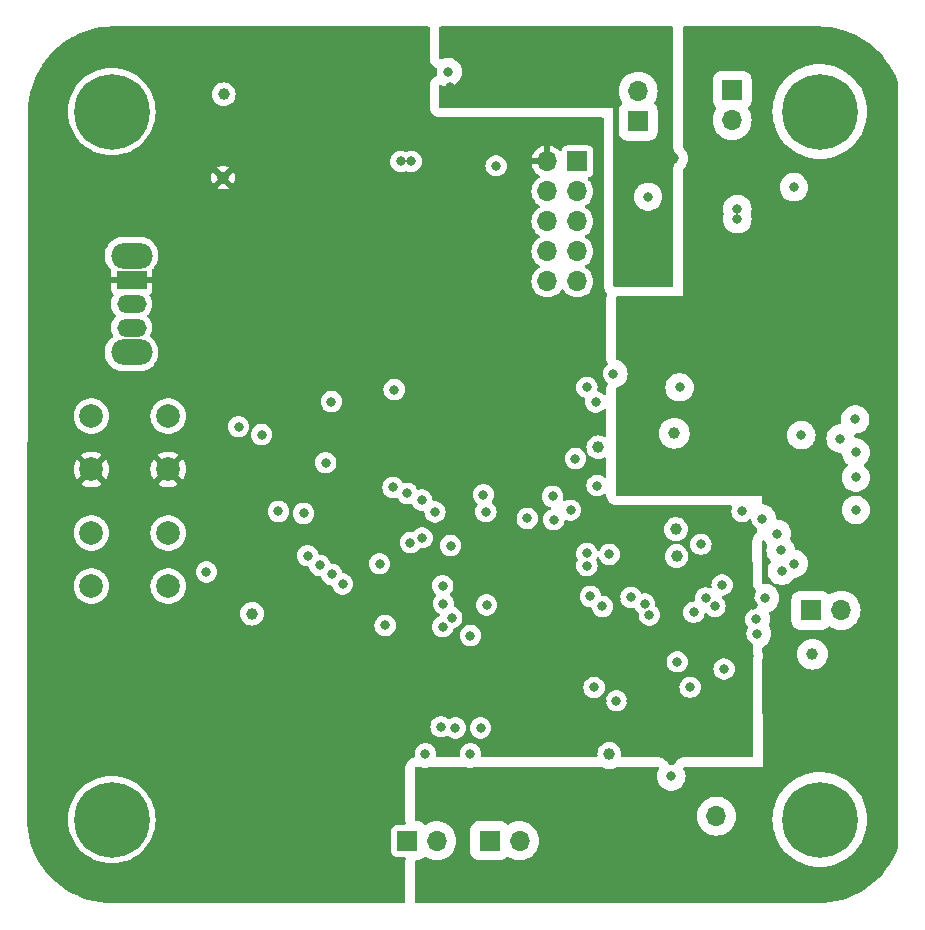
<source format=gbr>
%TF.GenerationSoftware,KiCad,Pcbnew,8.0.3-8.0.3-0~ubuntu22.04.1*%
%TF.CreationDate,2024-06-17T20:55:48-07:00*%
%TF.ProjectId,A1-FlightComputer,41312d46-6c69-4676-9874-436f6d707574,rev?*%
%TF.SameCoordinates,Original*%
%TF.FileFunction,Copper,L3,Inr*%
%TF.FilePolarity,Positive*%
%FSLAX46Y46*%
G04 Gerber Fmt 4.6, Leading zero omitted, Abs format (unit mm)*
G04 Created by KiCad (PCBNEW 8.0.3-8.0.3-0~ubuntu22.04.1) date 2024-06-17 20:55:48*
%MOMM*%
%LPD*%
G01*
G04 APERTURE LIST*
%TA.AperFunction,ComponentPad*%
%ADD10C,1.000000*%
%TD*%
%TA.AperFunction,ComponentPad*%
%ADD11C,6.400000*%
%TD*%
%TA.AperFunction,ComponentPad*%
%ADD12R,1.700000X1.700000*%
%TD*%
%TA.AperFunction,ComponentPad*%
%ADD13O,1.700000X1.700000*%
%TD*%
%TA.AperFunction,ComponentPad*%
%ADD14C,2.000000*%
%TD*%
%TA.AperFunction,ComponentPad*%
%ADD15O,3.500000X2.200000*%
%TD*%
%TA.AperFunction,ComponentPad*%
%ADD16R,2.500000X1.500000*%
%TD*%
%TA.AperFunction,ComponentPad*%
%ADD17O,2.500000X1.500000*%
%TD*%
%TA.AperFunction,ViaPad*%
%ADD18C,0.800000*%
%TD*%
G04 APERTURE END LIST*
D10*
%TO.N,GND*%
%TO.C,TP204*%
X137150000Y-47800000D03*
%TD*%
%TO.N,+BATT*%
%TO.C,TP401*%
X162486800Y-45106000D03*
%TD*%
%TO.N,GND*%
%TO.C,TP206*%
X187000000Y-95200000D03*
%TD*%
%TO.N,+5V*%
%TO.C,TP402*%
X172310000Y-67005600D03*
%TD*%
%TO.N,/Peripherals/I2C_SDA*%
%TO.C,TP201*%
X175449200Y-84614000D03*
%TD*%
D11*
%TO.N,unconnected-(H104-Pad1)*%
%TO.C,H104*%
X127678000Y-109200000D03*
%TD*%
D10*
%TO.N,GND*%
%TO.C,TP207*%
X139550000Y-91775000D03*
%TD*%
D12*
%TO.N,+5V*%
%TO.C,J301*%
X178875000Y-111450000D03*
D13*
%TO.N,Net-(J301-Pin_2)*%
X178875000Y-108910000D03*
%TD*%
D10*
%TO.N,GND*%
%TO.C,TP205*%
X175300000Y-76500000D03*
%TD*%
D14*
%TO.N,/STM32/NRST*%
%TO.C,SW202*%
X125950000Y-84937600D03*
X132450000Y-84937600D03*
%TO.N,GND*%
X125950000Y-89437600D03*
X132450000Y-89437600D03*
%TD*%
D12*
%TO.N,/Peripherals/I2C_SCL*%
%TO.C,J302*%
X186875000Y-91485000D03*
D13*
%TO.N,/Peripherals/I2C_SDA*%
X189415000Y-91485000D03*
%TD*%
D10*
%TO.N,/STM32/USB_OTG_ID*%
%TO.C,TP208*%
X168859200Y-77673200D03*
%TD*%
D15*
%TO.N,*%
%TO.C,SW203*%
X129350000Y-61450000D03*
X129350000Y-69650000D03*
D16*
%TO.N,+3V3*%
X129350000Y-63550000D03*
D17*
%TO.N,Net-(SW203-B)*%
X129350000Y-65550000D03*
%TO.N,GND*%
X129350000Y-67550000D03*
%TD*%
D10*
%TO.N,/Peripherals/Buzzer_ON*%
%TO.C,TP203*%
X169800000Y-103650000D03*
%TD*%
D12*
%TO.N,/STM32/PB8*%
%TO.C,J202*%
X152660000Y-111000000D03*
D13*
%TO.N,/STM32/PB9*%
X155200000Y-111000000D03*
%TD*%
D11*
%TO.N,unconnected-(H103-Pad1)*%
%TO.C,H103*%
X187622000Y-109200000D03*
%TD*%
D12*
%TO.N,/STM32/PC4*%
%TO.C,J201*%
X159660000Y-111000000D03*
D13*
%TO.N,/STM32/PC5*%
X162200000Y-111000000D03*
%TD*%
D14*
%TO.N,+3V3*%
%TO.C,SW201*%
X132450000Y-79552800D03*
X125950000Y-79552800D03*
%TO.N,Net-(R201-Pad1)*%
X132450000Y-75052800D03*
X125950000Y-75052800D03*
%TD*%
D10*
%TO.N,/Peripherals/I2C_SCL*%
%TO.C,TP202*%
X175500000Y-86900000D03*
%TD*%
D11*
%TO.N,unconnected-(H102-Pad1)*%
%TO.C,H102*%
X187622000Y-49256000D03*
%TD*%
D12*
%TO.N,GND*%
%TO.C,J203*%
X167100000Y-53480000D03*
D13*
%TO.N,+3V3*%
X164560000Y-53480000D03*
%TO.N,/STM32/JTMS{slash}SWDIO*%
X167100000Y-56020000D03*
%TO.N,/STM32/JTAG_CON*%
X164560000Y-56020000D03*
%TO.N,/STM32/JTCK{slash}SWCLK*%
X167100000Y-58560000D03*
%TO.N,/STM32/NJTRST*%
X164560000Y-58560000D03*
%TO.N,/STM32/JTDI*%
X167100000Y-61100000D03*
%TO.N,/STM32/JTDO{slash}TRACESWO*%
X164560000Y-61100000D03*
%TO.N,Net-(J203-Pin_9)*%
X167100000Y-63640000D03*
%TO.N,Net-(J203-Pin_10)*%
X164560000Y-63640000D03*
%TD*%
D12*
%TO.N,Net-(D401-A)*%
%TO.C,J401*%
X172239400Y-50071000D03*
D13*
%TO.N,Net-(J401-Pin_2)*%
X172239400Y-47531000D03*
%TD*%
D11*
%TO.N,unconnected-(H101-Pad1)*%
%TO.C,H101*%
X127678000Y-49256000D03*
%TD*%
D12*
%TO.N,Net-(J401-Pin_2)*%
%TO.C,SW401*%
X180200000Y-47460000D03*
D13*
%TO.N,GND*%
X180200000Y-50000000D03*
%TD*%
D10*
%TO.N,+3V3*%
%TO.C,TP403*%
X137100000Y-54850000D03*
%TD*%
D18*
%TO.N,GND*%
X190676000Y-78107400D03*
X183000000Y-90450000D03*
X135686800Y-88239600D03*
X180652000Y-58370000D03*
X170150000Y-71450000D03*
X143922000Y-83283200D03*
X185434400Y-55659200D03*
X177550000Y-85900000D03*
X150825200Y-92760800D03*
X166928800Y-78638400D03*
X180652000Y-57506400D03*
X160214400Y-53853600D03*
X175057200Y-105542800D03*
X184000000Y-85000000D03*
X173082800Y-56468000D03*
X189376000Y-76948200D03*
X177950000Y-90450000D03*
X158038800Y-103632000D03*
X190625200Y-75313400D03*
X145796000Y-78994000D03*
X171634100Y-90393200D03*
X168512500Y-98018000D03*
X151587200Y-72796400D03*
X140360400Y-76606400D03*
X159410400Y-91033600D03*
X146262400Y-73812400D03*
X178750000Y-91150000D03*
X190676000Y-82984200D03*
X152157600Y-53476200D03*
X176650000Y-98000000D03*
X175550000Y-95850000D03*
X141782800Y-83108800D03*
X170400000Y-99150000D03*
X190676000Y-80241000D03*
X153021200Y-53476200D03*
X185420000Y-87528400D03*
X138415200Y-75945600D03*
X156120000Y-45907000D03*
%TO.N,+3V3*%
X156120000Y-50275800D03*
X181600000Y-95350000D03*
X152742800Y-62258800D03*
X166928800Y-76911200D03*
X175600000Y-91550000D03*
X170334100Y-90543200D03*
X154228800Y-94081600D03*
X171600000Y-99150000D03*
X141235600Y-48599400D03*
X138065200Y-72445600D03*
X137672800Y-114273200D03*
X143922000Y-84908800D03*
X141235600Y-49869400D03*
X169570400Y-83921600D03*
X182000000Y-91050000D03*
X181250000Y-90350000D03*
X141235600Y-51088600D03*
X145682400Y-114265200D03*
X169150000Y-99200000D03*
X165404800Y-86410800D03*
X133673600Y-114264400D03*
X161239200Y-91033600D03*
X141682400Y-114265200D03*
X149758400Y-72796400D03*
X178400000Y-98000000D03*
X167140900Y-96697200D03*
X152552400Y-92760800D03*
%TO.N,+5V*%
X177100000Y-69250000D03*
X175830000Y-69250000D03*
X177502400Y-54356800D03*
X178319200Y-69250000D03*
%TO.N,/Peripherals/LED3*%
X155041600Y-83159600D03*
X147218400Y-89255600D03*
%TO.N,/Peripherals/LED2*%
X153924000Y-82143600D03*
X146304000Y-88442800D03*
%TO.N,/Peripherals/LED1*%
X152704800Y-81584800D03*
X145288000Y-87680800D03*
%TO.N,/Peripherals/LED0*%
X151485600Y-81076800D03*
X144272000Y-86868000D03*
%TO.N,+BATT*%
X175267200Y-53205600D03*
X175750000Y-72600000D03*
X156323200Y-47177000D03*
X156323200Y-48091400D03*
X167900000Y-72600000D03*
X186060500Y-76650000D03*
X174454400Y-53205600D03*
%TO.N,/STM32/PB8*%
X152950000Y-85750000D03*
%TO.N,/STM32/PB9*%
X153950000Y-85350000D03*
%TO.N,/STM32/PC4*%
X155702000Y-89408000D03*
%TO.N,/STM32/PC5*%
X156362400Y-86004400D03*
%TO.N,/Peripherals/I2C_SDA*%
X184302400Y-86410800D03*
X182200000Y-92250000D03*
X179350000Y-89350000D03*
X169223700Y-91160000D03*
%TO.N,/Peripherals/I2C_SCL*%
X184404000Y-88138000D03*
X182322800Y-93463200D03*
X169800000Y-86750000D03*
X168200000Y-90312500D03*
%TO.N,/STM32/QuadSPI_IO2*%
X156768800Y-101447600D03*
X155702000Y-92862400D03*
%TO.N,/STM32/QuadSPI_IO1*%
X155752800Y-90932000D03*
X155549600Y-101346000D03*
%TO.N,/STM32/QuadSPI_IO0*%
X158038800Y-93624400D03*
X156464000Y-92100400D03*
%TO.N,/STM32/USB_OTG_ID*%
X168757600Y-80924400D03*
%TO.N,/STM32/QuadSPI_NCS*%
X154228800Y-103632000D03*
X158902400Y-101447600D03*
%TO.N,/Peripherals/BME_CS*%
X182727600Y-83718400D03*
X166522400Y-83007200D03*
%TO.N,/Peripherals/BME_INT*%
X181051200Y-83108800D03*
X164998400Y-81838800D03*
%TO.N,/Peripherals/LSM_INT1*%
X165100000Y-83820000D03*
X167900000Y-86650000D03*
%TO.N,/Peripherals/LSM_INT2*%
X167900000Y-87700000D03*
X159150000Y-81700000D03*
X179522800Y-96463200D03*
X176954800Y-91650000D03*
%TO.N,Net-(U201-PA3)*%
X168650000Y-73850000D03*
X150350000Y-87550000D03*
%TO.N,/Peripherals/ADX_INT1*%
X173184100Y-91893200D03*
X159350000Y-83150000D03*
%TO.N,/Peripherals/ADX_INT2*%
X172784100Y-90943200D03*
X162850000Y-83700000D03*
%TD*%
%TA.AperFunction,Conductor*%
%TO.N,+3V3*%
G36*
X154470512Y-42053180D02*
G01*
X154537550Y-42072871D01*
X154583300Y-42125680D01*
X154594500Y-42177180D01*
X154594500Y-44718430D01*
X154604735Y-44846409D01*
X154610997Y-44885313D01*
X154611000Y-44885327D01*
X154658343Y-45056395D01*
X154658346Y-45056402D01*
X154743636Y-45215308D01*
X154743644Y-45215322D01*
X154743647Y-45215327D01*
X154783375Y-45272803D01*
X154844244Y-45350269D01*
X154978485Y-45470744D01*
X154978487Y-45470745D01*
X154978488Y-45470746D01*
X155031046Y-45499938D01*
X155136169Y-45558328D01*
X155162946Y-45569486D01*
X155217255Y-45613438D01*
X155239181Y-45679778D01*
X155234612Y-45712168D01*
X155235676Y-45712395D01*
X155234325Y-45718747D01*
X155215201Y-45900708D01*
X155214540Y-45907000D01*
X155229241Y-46046877D01*
X155234327Y-46095261D01*
X155235678Y-46101617D01*
X155233464Y-46102087D01*
X155235153Y-46161537D01*
X155199064Y-46221365D01*
X155160928Y-46245269D01*
X155093685Y-46271924D01*
X155093684Y-46271925D01*
X155039696Y-46309003D01*
X154944998Y-46374039D01*
X154944994Y-46374043D01*
X154892196Y-46419792D01*
X154892192Y-46419796D01*
X154821823Y-46488744D01*
X154716692Y-46635320D01*
X154646814Y-46801610D01*
X154627124Y-46868665D01*
X154614696Y-46916342D01*
X154594500Y-47095585D01*
X154594500Y-48826008D01*
X154612909Y-48997226D01*
X154624117Y-49048745D01*
X154633864Y-49088629D01*
X154633865Y-49088632D01*
X154633866Y-49088635D01*
X154700335Y-49256316D01*
X154802450Y-49405002D01*
X154848205Y-49457806D01*
X154917158Y-49528180D01*
X155063730Y-49633308D01*
X155230019Y-49703185D01*
X155295252Y-49722339D01*
X155297075Y-49722875D01*
X155344752Y-49735303D01*
X155344757Y-49735303D01*
X155344759Y-49735304D01*
X155523995Y-49755499D01*
X155523996Y-49755500D01*
X155524000Y-49755500D01*
X169220500Y-49755500D01*
X169287539Y-49775185D01*
X169333294Y-49827989D01*
X169344500Y-49879500D01*
X169344500Y-63992286D01*
X169345011Y-64020977D01*
X169345325Y-64029787D01*
X169345327Y-64029828D01*
X169351870Y-64107480D01*
X169351871Y-64107484D01*
X169373717Y-64194984D01*
X169395563Y-64282486D01*
X169419971Y-64347954D01*
X169459972Y-64437996D01*
X169459973Y-64437997D01*
X169459977Y-64438004D01*
X169560539Y-64587726D01*
X169560543Y-64587731D01*
X169566695Y-64593519D01*
X169602030Y-64653795D01*
X169599168Y-64723606D01*
X169597977Y-64726752D01*
X169596815Y-64730017D01*
X169577124Y-64797075D01*
X169564696Y-64844752D01*
X169544500Y-65023995D01*
X169544500Y-70163125D01*
X169550464Y-70260969D01*
X169554125Y-70290881D01*
X169554127Y-70290893D01*
X169585281Y-70434743D01*
X169649404Y-70579504D01*
X169658557Y-70648771D01*
X169628809Y-70711992D01*
X169608915Y-70730042D01*
X169544127Y-70777113D01*
X169417466Y-70917785D01*
X169322821Y-71081715D01*
X169322818Y-71081722D01*
X169267979Y-71250500D01*
X169264326Y-71261744D01*
X169244540Y-71450000D01*
X169264326Y-71638256D01*
X169264327Y-71638259D01*
X169322818Y-71818277D01*
X169322821Y-71818284D01*
X169417467Y-71982216D01*
X169444511Y-72012251D01*
X169544129Y-72122888D01*
X169608010Y-72169300D01*
X169650676Y-72224629D01*
X169656655Y-72294243D01*
X169649442Y-72317655D01*
X169596815Y-72442892D01*
X169596815Y-72442893D01*
X169577124Y-72509951D01*
X169564696Y-72557628D01*
X169564696Y-72557630D01*
X169562502Y-72577107D01*
X169559923Y-72599999D01*
X169559923Y-72600000D01*
X169544500Y-72736872D01*
X169544500Y-73174635D01*
X169524815Y-73241674D01*
X169472011Y-73287429D01*
X169402853Y-73297373D01*
X169339297Y-73268348D01*
X169328351Y-73257608D01*
X169255871Y-73177112D01*
X169255870Y-73177111D01*
X169102734Y-73065851D01*
X169102729Y-73065848D01*
X168929807Y-72988857D01*
X168929802Y-72988855D01*
X168868723Y-72975873D01*
X168807241Y-72942681D01*
X168773465Y-72881518D01*
X168776572Y-72816265D01*
X168785674Y-72788256D01*
X168805460Y-72600000D01*
X168785674Y-72411744D01*
X168727179Y-72231716D01*
X168632533Y-72067784D01*
X168505871Y-71927112D01*
X168505870Y-71927111D01*
X168352734Y-71815851D01*
X168352729Y-71815848D01*
X168179807Y-71738857D01*
X168179802Y-71738855D01*
X168034001Y-71707865D01*
X167994646Y-71699500D01*
X167805354Y-71699500D01*
X167772897Y-71706398D01*
X167620197Y-71738855D01*
X167620192Y-71738857D01*
X167447270Y-71815848D01*
X167447265Y-71815851D01*
X167294129Y-71927111D01*
X167167466Y-72067785D01*
X167072821Y-72231715D01*
X167072818Y-72231722D01*
X167014327Y-72411740D01*
X167014326Y-72411744D01*
X166994540Y-72600000D01*
X167014326Y-72788256D01*
X167014327Y-72788259D01*
X167072818Y-72968277D01*
X167072821Y-72968284D01*
X167167467Y-73132216D01*
X167207891Y-73177111D01*
X167294129Y-73272888D01*
X167447265Y-73384148D01*
X167447270Y-73384151D01*
X167620192Y-73461142D01*
X167620193Y-73461142D01*
X167620197Y-73461144D01*
X167681277Y-73474126D01*
X167742757Y-73507317D01*
X167776534Y-73568480D01*
X167773427Y-73633731D01*
X167764327Y-73661740D01*
X167764326Y-73661744D01*
X167744540Y-73850000D01*
X167764326Y-74038256D01*
X167764327Y-74038259D01*
X167822818Y-74218277D01*
X167822821Y-74218284D01*
X167917467Y-74382216D01*
X167971650Y-74442392D01*
X168044129Y-74522888D01*
X168197265Y-74634148D01*
X168197270Y-74634151D01*
X168370192Y-74711142D01*
X168370197Y-74711144D01*
X168555354Y-74750500D01*
X168555355Y-74750500D01*
X168744644Y-74750500D01*
X168744646Y-74750500D01*
X168929803Y-74711144D01*
X169102730Y-74634151D01*
X169255871Y-74522888D01*
X169328350Y-74442391D01*
X169387837Y-74405743D01*
X169457694Y-74407074D01*
X169515742Y-74445960D01*
X169543552Y-74510057D01*
X169544500Y-74525364D01*
X169544500Y-76698163D01*
X169524815Y-76765202D01*
X169472011Y-76810957D01*
X169402853Y-76820901D01*
X169362047Y-76807522D01*
X169282871Y-76765202D01*
X169243927Y-76744386D01*
X169055332Y-76687176D01*
X169055329Y-76687175D01*
X168859200Y-76667859D01*
X168663070Y-76687175D01*
X168474466Y-76744388D01*
X168300667Y-76837286D01*
X168300660Y-76837290D01*
X168148316Y-76962316D01*
X168023290Y-77114660D01*
X168023286Y-77114667D01*
X167930388Y-77288466D01*
X167873175Y-77477070D01*
X167853859Y-77673200D01*
X167873175Y-77869329D01*
X167873176Y-77869332D01*
X167923282Y-78034510D01*
X167930388Y-78057933D01*
X168023286Y-78231732D01*
X168023290Y-78231739D01*
X168148316Y-78384083D01*
X168300660Y-78509109D01*
X168300667Y-78509113D01*
X168474466Y-78602011D01*
X168474469Y-78602011D01*
X168474473Y-78602014D01*
X168663068Y-78659224D01*
X168859200Y-78678541D01*
X169055332Y-78659224D01*
X169243927Y-78602014D01*
X169289944Y-78577417D01*
X169362047Y-78538878D01*
X169430449Y-78524636D01*
X169495693Y-78549636D01*
X169537064Y-78605941D01*
X169544500Y-78648236D01*
X169544500Y-80139673D01*
X169524815Y-80206712D01*
X169472011Y-80252467D01*
X169402853Y-80262411D01*
X169347615Y-80239991D01*
X169210334Y-80140251D01*
X169210329Y-80140248D01*
X169037407Y-80063257D01*
X169037402Y-80063255D01*
X168891154Y-80032170D01*
X168852246Y-80023900D01*
X168662954Y-80023900D01*
X168630497Y-80030798D01*
X168477797Y-80063255D01*
X168477792Y-80063257D01*
X168304870Y-80140248D01*
X168304865Y-80140251D01*
X168151729Y-80251511D01*
X168025066Y-80392185D01*
X167930421Y-80556115D01*
X167930418Y-80556122D01*
X167871927Y-80736140D01*
X167871926Y-80736144D01*
X167852140Y-80924400D01*
X167871926Y-81112656D01*
X167871927Y-81112659D01*
X167930418Y-81292677D01*
X167930421Y-81292684D01*
X168025067Y-81456616D01*
X168074705Y-81511744D01*
X168151729Y-81597288D01*
X168304865Y-81708548D01*
X168304870Y-81708551D01*
X168477792Y-81785542D01*
X168477797Y-81785544D01*
X168662954Y-81824900D01*
X168662955Y-81824900D01*
X168852244Y-81824900D01*
X168852246Y-81824900D01*
X169037403Y-81785544D01*
X169210330Y-81708551D01*
X169350257Y-81606888D01*
X169416062Y-81583409D01*
X169484116Y-81599234D01*
X169532811Y-81649340D01*
X169546430Y-81693951D01*
X169562909Y-81847226D01*
X169574117Y-81898745D01*
X169583864Y-81938629D01*
X169583865Y-81938632D01*
X169583866Y-81938635D01*
X169650335Y-82106316D01*
X169701392Y-82180659D01*
X169747405Y-82247657D01*
X169752450Y-82255002D01*
X169756001Y-82259100D01*
X169794954Y-82304055D01*
X169798205Y-82307806D01*
X169867158Y-82378180D01*
X170013730Y-82483308D01*
X170180019Y-82553185D01*
X170245252Y-82572339D01*
X170247075Y-82572875D01*
X170294752Y-82585303D01*
X170294757Y-82585303D01*
X170294759Y-82585304D01*
X170473995Y-82605499D01*
X170473996Y-82605500D01*
X170474000Y-82605500D01*
X180097219Y-82605500D01*
X180164258Y-82625185D01*
X180210013Y-82677989D01*
X180219957Y-82747147D01*
X180215150Y-82767818D01*
X180167052Y-82915849D01*
X180165526Y-82920544D01*
X180145740Y-83108800D01*
X180165526Y-83297056D01*
X180165527Y-83297059D01*
X180224018Y-83477077D01*
X180224021Y-83477084D01*
X180318667Y-83641016D01*
X180358440Y-83685188D01*
X180445329Y-83781688D01*
X180598465Y-83892948D01*
X180598470Y-83892951D01*
X180771392Y-83969942D01*
X180771397Y-83969944D01*
X180956554Y-84009300D01*
X180956555Y-84009300D01*
X181145844Y-84009300D01*
X181145846Y-84009300D01*
X181331003Y-83969944D01*
X181503930Y-83892951D01*
X181642856Y-83792015D01*
X181708658Y-83768537D01*
X181776712Y-83784362D01*
X181825407Y-83834468D01*
X181839058Y-83879370D01*
X181841926Y-83906656D01*
X181841927Y-83906659D01*
X181900418Y-84086677D01*
X181900421Y-84086684D01*
X181995067Y-84250616D01*
X182105162Y-84372888D01*
X182121729Y-84391288D01*
X182232191Y-84471543D01*
X182274857Y-84526873D01*
X182283306Y-84571889D01*
X182283243Y-84846957D01*
X182263543Y-84913992D01*
X182240859Y-84940282D01*
X182206122Y-84970650D01*
X182136044Y-85039921D01*
X182031566Y-85186947D01*
X182031563Y-85186953D01*
X181962419Y-85353544D01*
X181962418Y-85353548D01*
X181943036Y-85420646D01*
X181930807Y-85468417D01*
X181930805Y-85468431D01*
X181911399Y-85647747D01*
X181926715Y-89133622D01*
X181926926Y-89148862D01*
X181927032Y-89153411D01*
X181931092Y-89217551D01*
X181931094Y-89217560D01*
X181969633Y-89393766D01*
X181969633Y-89393768D01*
X181992099Y-89459888D01*
X181992110Y-89459919D01*
X182012183Y-89508929D01*
X182029458Y-89551107D01*
X182125599Y-89703729D01*
X182226593Y-89804492D01*
X182260148Y-89865776D01*
X182255243Y-89935474D01*
X182246400Y-89954272D01*
X182172820Y-90081718D01*
X182172818Y-90081722D01*
X182115181Y-90259112D01*
X182114326Y-90261744D01*
X182094540Y-90450000D01*
X182114326Y-90638256D01*
X182114327Y-90638259D01*
X182172818Y-90818277D01*
X182172821Y-90818284D01*
X182265221Y-90978326D01*
X182281834Y-91040354D01*
X182281792Y-91225528D01*
X182262092Y-91292563D01*
X182209278Y-91338306D01*
X182157792Y-91349500D01*
X182105354Y-91349500D01*
X182091692Y-91352404D01*
X181920197Y-91388855D01*
X181920192Y-91388857D01*
X181747270Y-91465848D01*
X181747265Y-91465851D01*
X181594129Y-91577111D01*
X181467466Y-91717785D01*
X181372821Y-91881715D01*
X181372818Y-91881722D01*
X181314730Y-92060500D01*
X181314326Y-92061744D01*
X181294540Y-92250000D01*
X181314326Y-92438256D01*
X181314327Y-92438259D01*
X181372818Y-92618277D01*
X181372821Y-92618284D01*
X181467467Y-92782216D01*
X181519722Y-92840251D01*
X181534341Y-92856487D01*
X181564570Y-92919479D01*
X181555944Y-92988814D01*
X181549578Y-93001458D01*
X181495620Y-93094917D01*
X181495618Y-93094922D01*
X181437127Y-93274940D01*
X181437126Y-93274944D01*
X181417340Y-93463200D01*
X181437126Y-93651456D01*
X181437127Y-93651459D01*
X181495618Y-93831477D01*
X181495621Y-93831484D01*
X181590267Y-93995416D01*
X181716929Y-94136088D01*
X181870065Y-94247348D01*
X181870067Y-94247349D01*
X181870070Y-94247351D01*
X181921654Y-94270318D01*
X181974889Y-94315566D01*
X181995211Y-94382415D01*
X181990347Y-94418006D01*
X181982678Y-94444553D01*
X181970457Y-94492295D01*
X181970456Y-94492300D01*
X181951049Y-94671626D01*
X181951049Y-94671627D01*
X181952579Y-95020207D01*
X181952580Y-95020216D01*
X181960543Y-95129707D01*
X181965277Y-95163105D01*
X181973103Y-95199998D01*
X181988055Y-95270492D01*
X181988494Y-95272561D01*
X181988342Y-95272593D01*
X181990944Y-95287982D01*
X181995631Y-95338557D01*
X181995631Y-95361440D01*
X181990384Y-95418069D01*
X181988271Y-95432089D01*
X181967673Y-95530266D01*
X181967672Y-95530272D01*
X181962942Y-95564741D01*
X181955471Y-95677780D01*
X181955470Y-95677800D01*
X181989637Y-103453870D01*
X181991136Y-103794902D01*
X181971746Y-103862027D01*
X181919144Y-103908014D01*
X181867137Y-103919447D01*
X176191295Y-103919447D01*
X176063281Y-103929686D01*
X176024383Y-103935949D01*
X176024364Y-103935953D01*
X175853320Y-103983295D01*
X175694398Y-104068596D01*
X175694396Y-104068598D01*
X175636923Y-104108324D01*
X175559450Y-104169200D01*
X175559448Y-104169201D01*
X175438975Y-104303444D01*
X175351392Y-104461132D01*
X175351391Y-104461134D01*
X175348677Y-104467648D01*
X175304718Y-104521956D01*
X175238376Y-104543876D01*
X175234114Y-104543946D01*
X174880427Y-104543643D01*
X174813404Y-104523901D01*
X174767695Y-104471058D01*
X174765259Y-104465336D01*
X174746747Y-104418635D01*
X174746746Y-104418633D01*
X174746745Y-104418631D01*
X174644630Y-104269945D01*
X174635170Y-104259028D01*
X174598893Y-104217160D01*
X174598887Y-104217154D01*
X174598880Y-104217147D01*
X174598875Y-104217141D01*
X174529927Y-104146771D01*
X174438651Y-104081303D01*
X174383358Y-104041643D01*
X174344310Y-104025234D01*
X174217069Y-103971765D01*
X174217071Y-103971765D01*
X174150020Y-103952076D01*
X174119334Y-103944077D01*
X174102323Y-103939643D01*
X174102319Y-103939642D01*
X174102317Y-103939642D01*
X173923086Y-103919447D01*
X173923082Y-103919447D01*
X170915616Y-103919447D01*
X170848577Y-103899762D01*
X170802822Y-103846958D01*
X170792213Y-103783293D01*
X170792293Y-103782485D01*
X170805341Y-103650000D01*
X170786024Y-103453868D01*
X170728814Y-103265273D01*
X170728811Y-103265269D01*
X170728811Y-103265266D01*
X170635913Y-103091467D01*
X170635909Y-103091460D01*
X170510883Y-102939116D01*
X170358539Y-102814090D01*
X170358532Y-102814086D01*
X170184733Y-102721188D01*
X170184727Y-102721186D01*
X169996132Y-102663976D01*
X169996129Y-102663975D01*
X169800000Y-102644659D01*
X169603870Y-102663975D01*
X169415266Y-102721188D01*
X169241467Y-102814086D01*
X169241460Y-102814090D01*
X169089116Y-102939116D01*
X168964090Y-103091460D01*
X168964086Y-103091467D01*
X168871188Y-103265266D01*
X168813975Y-103453870D01*
X168794659Y-103649999D01*
X168807787Y-103783293D01*
X168794768Y-103851939D01*
X168746703Y-103902649D01*
X168684384Y-103919447D01*
X159051764Y-103919447D01*
X158984725Y-103899762D01*
X158938970Y-103846958D01*
X158928443Y-103782487D01*
X158944260Y-103632000D01*
X158924474Y-103443744D01*
X158865979Y-103263716D01*
X158771333Y-103099784D01*
X158644671Y-102959112D01*
X158644670Y-102959111D01*
X158491534Y-102847851D01*
X158491529Y-102847848D01*
X158318607Y-102770857D01*
X158318602Y-102770855D01*
X158172801Y-102739865D01*
X158133446Y-102731500D01*
X157944154Y-102731500D01*
X157911697Y-102738398D01*
X157758997Y-102770855D01*
X157758992Y-102770857D01*
X157586070Y-102847848D01*
X157586065Y-102847851D01*
X157432929Y-102959111D01*
X157306266Y-103099785D01*
X157211621Y-103263715D01*
X157211618Y-103263722D01*
X157153127Y-103443740D01*
X157153126Y-103443744D01*
X157133340Y-103632000D01*
X157149156Y-103782487D01*
X157136588Y-103851215D01*
X157088855Y-103902239D01*
X157025836Y-103919447D01*
X155241764Y-103919447D01*
X155174725Y-103899762D01*
X155128970Y-103846958D01*
X155118443Y-103782487D01*
X155134260Y-103632000D01*
X155114474Y-103443744D01*
X155055979Y-103263716D01*
X154961333Y-103099784D01*
X154834671Y-102959112D01*
X154834670Y-102959111D01*
X154681534Y-102847851D01*
X154681529Y-102847848D01*
X154508607Y-102770857D01*
X154508602Y-102770855D01*
X154362801Y-102739865D01*
X154323446Y-102731500D01*
X154134154Y-102731500D01*
X154101697Y-102738398D01*
X153948997Y-102770855D01*
X153948992Y-102770857D01*
X153776070Y-102847848D01*
X153776065Y-102847851D01*
X153622929Y-102959111D01*
X153496266Y-103099785D01*
X153401621Y-103263715D01*
X153401618Y-103263722D01*
X153343127Y-103443740D01*
X153343126Y-103443744D01*
X153342062Y-103453870D01*
X153323340Y-103632000D01*
X153342168Y-103811143D01*
X153329598Y-103879873D01*
X153281866Y-103930896D01*
X153245202Y-103945271D01*
X153227832Y-103949049D01*
X153187989Y-103958783D01*
X153155229Y-103971765D01*
X153020299Y-104025234D01*
X152923964Y-104091378D01*
X152871599Y-104127333D01*
X152818796Y-104173077D01*
X152748398Y-104242039D01*
X152643266Y-104388585D01*
X152643259Y-104388598D01*
X152573370Y-104554870D01*
X152573368Y-104554877D01*
X152553676Y-104621915D01*
X152541238Y-104669610D01*
X152533955Y-104734177D01*
X152521022Y-104848850D01*
X152520591Y-108909919D01*
X152520591Y-108909999D01*
X152520557Y-109225396D01*
X152538958Y-109396674D01*
X152550163Y-109448194D01*
X152560937Y-109492286D01*
X152559944Y-109492528D01*
X152561424Y-109557727D01*
X152524992Y-109617347D01*
X152462111Y-109647806D01*
X152441685Y-109649500D01*
X151762129Y-109649500D01*
X151762123Y-109649501D01*
X151702516Y-109655908D01*
X151567671Y-109706202D01*
X151567664Y-109706206D01*
X151452455Y-109792452D01*
X151452452Y-109792455D01*
X151366206Y-109907664D01*
X151366202Y-109907671D01*
X151315908Y-110042517D01*
X151309501Y-110102116D01*
X151309500Y-110102135D01*
X151309500Y-111897870D01*
X151309501Y-111897876D01*
X151315908Y-111957483D01*
X151366202Y-112092328D01*
X151366206Y-112092335D01*
X151452452Y-112207544D01*
X151452455Y-112207547D01*
X151567664Y-112293793D01*
X151567671Y-112293797D01*
X151702517Y-112344091D01*
X151702516Y-112344091D01*
X151709444Y-112344835D01*
X151762127Y-112350500D01*
X152445027Y-112350499D01*
X152512066Y-112370183D01*
X152557821Y-112422987D01*
X152567765Y-112492146D01*
X152564001Y-112509442D01*
X152552832Y-112547468D01*
X152552831Y-112547472D01*
X152540395Y-112595158D01*
X152520178Y-112774403D01*
X152519824Y-116111772D01*
X152519824Y-116111774D01*
X152519819Y-116153514D01*
X152500126Y-116220551D01*
X152447317Y-116266300D01*
X152395819Y-116277499D01*
X127680215Y-116277499D01*
X127675789Y-116277420D01*
X127168826Y-116259314D01*
X127159997Y-116258683D01*
X126657805Y-116204692D01*
X126649043Y-116203432D01*
X126151988Y-116113753D01*
X126143339Y-116111871D01*
X125653955Y-115986963D01*
X125645462Y-115984469D01*
X125166241Y-115824969D01*
X125157947Y-115821876D01*
X124691314Y-115628590D01*
X124683263Y-115624913D01*
X124231604Y-115398829D01*
X124223842Y-115394591D01*
X123789459Y-115136860D01*
X123782017Y-115132077D01*
X123367134Y-114844018D01*
X123360048Y-114838713D01*
X122966786Y-114521802D01*
X122960096Y-114516006D01*
X122590426Y-114171832D01*
X122584167Y-114165573D01*
X122239993Y-113795903D01*
X122234197Y-113789213D01*
X121917286Y-113395951D01*
X121911981Y-113388865D01*
X121860789Y-113315136D01*
X121623914Y-112973970D01*
X121619143Y-112966547D01*
X121361403Y-112532147D01*
X121357170Y-112524395D01*
X121341027Y-112492146D01*
X121279977Y-112370183D01*
X121131086Y-112072736D01*
X121127409Y-112064685D01*
X120934123Y-111598052D01*
X120931030Y-111589758D01*
X120924318Y-111569592D01*
X120771528Y-111110531D01*
X120769036Y-111102044D01*
X120644123Y-110612640D01*
X120642250Y-110604032D01*
X120552563Y-110106933D01*
X120551310Y-110098217D01*
X120497314Y-109595984D01*
X120496686Y-109587191D01*
X120482857Y-109199999D01*
X123972422Y-109199999D01*
X123972422Y-109200000D01*
X123992722Y-109587339D01*
X124053397Y-109970427D01*
X124053398Y-109970433D01*
X124095772Y-110128577D01*
X124153788Y-110345094D01*
X124292787Y-110707197D01*
X124468877Y-111052793D01*
X124680122Y-111378082D01*
X124680124Y-111378084D01*
X124924219Y-111679516D01*
X125198484Y-111953781D01*
X125198488Y-111953784D01*
X125499917Y-112197877D01*
X125825206Y-112409122D01*
X125825211Y-112409125D01*
X126170806Y-112585214D01*
X126532913Y-112724214D01*
X126907567Y-112824602D01*
X127290662Y-112885278D01*
X127656576Y-112904455D01*
X127677999Y-112905578D01*
X127678000Y-112905578D01*
X127678001Y-112905578D01*
X127698301Y-112904514D01*
X128065338Y-112885278D01*
X128448433Y-112824602D01*
X128823087Y-112724214D01*
X129185194Y-112585214D01*
X129530789Y-112409125D01*
X129856084Y-112197876D01*
X130157516Y-111953781D01*
X130431781Y-111679516D01*
X130675876Y-111378084D01*
X130887125Y-111052789D01*
X131063214Y-110707194D01*
X131202214Y-110345087D01*
X131302602Y-109970433D01*
X131363278Y-109587338D01*
X131383578Y-109200000D01*
X131363278Y-108812662D01*
X131302602Y-108429567D01*
X131202214Y-108054913D01*
X131063214Y-107692806D01*
X130887125Y-107347211D01*
X130772474Y-107170664D01*
X130675877Y-107021917D01*
X130431784Y-106720488D01*
X130431781Y-106720484D01*
X130157516Y-106446219D01*
X130074338Y-106378863D01*
X129856082Y-106202122D01*
X129530793Y-105990877D01*
X129185197Y-105814787D01*
X128823094Y-105675788D01*
X128823087Y-105675786D01*
X128448433Y-105575398D01*
X128448429Y-105575397D01*
X128448428Y-105575397D01*
X128065339Y-105514722D01*
X127678001Y-105494422D01*
X127677999Y-105494422D01*
X127290660Y-105514722D01*
X126907572Y-105575397D01*
X126907570Y-105575397D01*
X126532905Y-105675788D01*
X126170802Y-105814787D01*
X125825206Y-105990877D01*
X125499917Y-106202122D01*
X125198488Y-106446215D01*
X125198480Y-106446222D01*
X124924222Y-106720480D01*
X124924215Y-106720488D01*
X124680122Y-107021917D01*
X124468877Y-107347206D01*
X124292787Y-107692802D01*
X124153788Y-108054905D01*
X124053397Y-108429570D01*
X124053397Y-108429572D01*
X123992722Y-108812660D01*
X123972422Y-109199999D01*
X120482857Y-109199999D01*
X120478583Y-109080327D01*
X120478505Y-109075729D01*
X120494267Y-101346000D01*
X154644140Y-101346000D01*
X154663926Y-101534256D01*
X154663927Y-101534259D01*
X154722418Y-101714277D01*
X154722421Y-101714284D01*
X154817067Y-101878216D01*
X154943729Y-102018888D01*
X155096865Y-102130148D01*
X155096870Y-102130151D01*
X155269792Y-102207142D01*
X155269797Y-102207144D01*
X155454954Y-102246500D01*
X155454955Y-102246500D01*
X155644244Y-102246500D01*
X155644246Y-102246500D01*
X155829403Y-102207144D01*
X156002330Y-102130151D01*
X156016392Y-102119933D01*
X156082198Y-102096453D01*
X156150252Y-102112278D01*
X156162164Y-102119933D01*
X156316065Y-102231748D01*
X156316070Y-102231751D01*
X156488992Y-102308742D01*
X156488997Y-102308744D01*
X156674154Y-102348100D01*
X156674155Y-102348100D01*
X156863444Y-102348100D01*
X156863446Y-102348100D01*
X157048603Y-102308744D01*
X157221530Y-102231751D01*
X157374671Y-102120488D01*
X157501333Y-101979816D01*
X157595979Y-101815884D01*
X157654474Y-101635856D01*
X157674260Y-101447600D01*
X157996940Y-101447600D01*
X158016726Y-101635856D01*
X158016727Y-101635859D01*
X158075218Y-101815877D01*
X158075221Y-101815884D01*
X158169867Y-101979816D01*
X158274888Y-102096453D01*
X158296529Y-102120488D01*
X158449665Y-102231748D01*
X158449670Y-102231751D01*
X158622592Y-102308742D01*
X158622597Y-102308744D01*
X158807754Y-102348100D01*
X158807755Y-102348100D01*
X158997044Y-102348100D01*
X158997046Y-102348100D01*
X159182203Y-102308744D01*
X159355130Y-102231751D01*
X159508271Y-102120488D01*
X159634933Y-101979816D01*
X159729579Y-101815884D01*
X159788074Y-101635856D01*
X159807860Y-101447600D01*
X159788074Y-101259344D01*
X159729579Y-101079316D01*
X159634933Y-100915384D01*
X159508271Y-100774712D01*
X159508270Y-100774711D01*
X159355134Y-100663451D01*
X159355129Y-100663448D01*
X159182207Y-100586457D01*
X159182202Y-100586455D01*
X159036401Y-100555465D01*
X158997046Y-100547100D01*
X158807754Y-100547100D01*
X158775297Y-100553998D01*
X158622597Y-100586455D01*
X158622592Y-100586457D01*
X158449670Y-100663448D01*
X158449665Y-100663451D01*
X158296529Y-100774711D01*
X158169866Y-100915385D01*
X158075221Y-101079315D01*
X158075218Y-101079322D01*
X158016727Y-101259340D01*
X158016726Y-101259344D01*
X157996940Y-101447600D01*
X157674260Y-101447600D01*
X157654474Y-101259344D01*
X157595979Y-101079316D01*
X157501333Y-100915384D01*
X157374671Y-100774712D01*
X157374670Y-100774711D01*
X157221534Y-100663451D01*
X157221529Y-100663448D01*
X157048607Y-100586457D01*
X157048602Y-100586455D01*
X156902801Y-100555465D01*
X156863446Y-100547100D01*
X156674154Y-100547100D01*
X156641697Y-100553998D01*
X156488997Y-100586455D01*
X156488992Y-100586457D01*
X156316069Y-100663449D01*
X156302002Y-100673669D01*
X156236195Y-100697146D01*
X156168142Y-100681318D01*
X156156236Y-100673667D01*
X156036197Y-100586455D01*
X156002330Y-100561849D01*
X156002328Y-100561848D01*
X156002329Y-100561848D01*
X155829407Y-100484857D01*
X155829402Y-100484855D01*
X155683601Y-100453865D01*
X155644246Y-100445500D01*
X155454954Y-100445500D01*
X155422497Y-100452398D01*
X155269797Y-100484855D01*
X155269792Y-100484857D01*
X155096870Y-100561848D01*
X155096865Y-100561851D01*
X154943729Y-100673111D01*
X154817066Y-100813785D01*
X154722421Y-100977715D01*
X154722418Y-100977722D01*
X154663927Y-101157740D01*
X154663926Y-101157744D01*
X154644140Y-101346000D01*
X120494267Y-101346000D01*
X120498745Y-99150000D01*
X169494540Y-99150000D01*
X169514326Y-99338256D01*
X169514327Y-99338259D01*
X169572818Y-99518277D01*
X169572821Y-99518284D01*
X169667467Y-99682216D01*
X169794129Y-99822888D01*
X169947265Y-99934148D01*
X169947270Y-99934151D01*
X170120192Y-100011142D01*
X170120197Y-100011144D01*
X170305354Y-100050500D01*
X170305355Y-100050500D01*
X170494644Y-100050500D01*
X170494646Y-100050500D01*
X170679803Y-100011144D01*
X170852730Y-99934151D01*
X171005871Y-99822888D01*
X171132533Y-99682216D01*
X171227179Y-99518284D01*
X171285674Y-99338256D01*
X171305460Y-99150000D01*
X171285674Y-98961744D01*
X171227179Y-98781716D01*
X171132533Y-98617784D01*
X171005871Y-98477112D01*
X171005870Y-98477111D01*
X170852734Y-98365851D01*
X170852729Y-98365848D01*
X170679807Y-98288857D01*
X170679802Y-98288855D01*
X170534001Y-98257865D01*
X170494646Y-98249500D01*
X170305354Y-98249500D01*
X170272897Y-98256398D01*
X170120197Y-98288855D01*
X170120192Y-98288857D01*
X169947270Y-98365848D01*
X169947265Y-98365851D01*
X169794129Y-98477111D01*
X169667466Y-98617785D01*
X169572821Y-98781715D01*
X169572818Y-98781722D01*
X169514327Y-98961740D01*
X169514326Y-98961744D01*
X169494540Y-99150000D01*
X120498745Y-99150000D01*
X120501053Y-98018000D01*
X167607040Y-98018000D01*
X167626826Y-98206256D01*
X167626827Y-98206259D01*
X167685318Y-98386277D01*
X167685321Y-98386284D01*
X167779967Y-98550216D01*
X167840806Y-98617784D01*
X167906629Y-98690888D01*
X168059765Y-98802148D01*
X168059770Y-98802151D01*
X168232692Y-98879142D01*
X168232697Y-98879144D01*
X168417854Y-98918500D01*
X168417855Y-98918500D01*
X168607144Y-98918500D01*
X168607146Y-98918500D01*
X168792303Y-98879144D01*
X168965230Y-98802151D01*
X169118371Y-98690888D01*
X169245033Y-98550216D01*
X169339679Y-98386284D01*
X169398174Y-98206256D01*
X169417960Y-98018000D01*
X169416068Y-98000000D01*
X175744540Y-98000000D01*
X175764326Y-98188256D01*
X175764327Y-98188259D01*
X175822818Y-98368277D01*
X175822821Y-98368284D01*
X175917467Y-98532216D01*
X175994513Y-98617784D01*
X176044129Y-98672888D01*
X176197265Y-98784148D01*
X176197270Y-98784151D01*
X176370192Y-98861142D01*
X176370197Y-98861144D01*
X176555354Y-98900500D01*
X176555355Y-98900500D01*
X176744644Y-98900500D01*
X176744646Y-98900500D01*
X176929803Y-98861144D01*
X177102730Y-98784151D01*
X177255871Y-98672888D01*
X177382533Y-98532216D01*
X177477179Y-98368284D01*
X177535674Y-98188256D01*
X177555460Y-98000000D01*
X177535674Y-97811744D01*
X177477179Y-97631716D01*
X177382533Y-97467784D01*
X177255871Y-97327112D01*
X177255870Y-97327111D01*
X177102734Y-97215851D01*
X177102729Y-97215848D01*
X176929807Y-97138857D01*
X176929802Y-97138855D01*
X176784001Y-97107865D01*
X176744646Y-97099500D01*
X176555354Y-97099500D01*
X176522897Y-97106398D01*
X176370197Y-97138855D01*
X176370192Y-97138857D01*
X176197270Y-97215848D01*
X176197265Y-97215851D01*
X176044129Y-97327111D01*
X175917466Y-97467785D01*
X175822821Y-97631715D01*
X175822818Y-97631722D01*
X175764327Y-97811740D01*
X175764326Y-97811744D01*
X175744540Y-98000000D01*
X169416068Y-98000000D01*
X169398174Y-97829744D01*
X169339679Y-97649716D01*
X169245033Y-97485784D01*
X169118371Y-97345112D01*
X169118370Y-97345111D01*
X168965234Y-97233851D01*
X168965229Y-97233848D01*
X168792307Y-97156857D01*
X168792302Y-97156855D01*
X168646501Y-97125865D01*
X168607146Y-97117500D01*
X168417854Y-97117500D01*
X168385397Y-97124398D01*
X168232697Y-97156855D01*
X168232692Y-97156857D01*
X168059770Y-97233848D01*
X168059765Y-97233851D01*
X167906629Y-97345111D01*
X167779966Y-97485785D01*
X167685321Y-97649715D01*
X167685318Y-97649722D01*
X167626827Y-97829740D01*
X167626826Y-97829744D01*
X167607040Y-98018000D01*
X120501053Y-98018000D01*
X120505474Y-95850000D01*
X174644540Y-95850000D01*
X174664326Y-96038256D01*
X174664327Y-96038259D01*
X174722818Y-96218277D01*
X174722821Y-96218284D01*
X174817467Y-96382216D01*
X174890386Y-96463200D01*
X174944129Y-96522888D01*
X175097265Y-96634148D01*
X175097270Y-96634151D01*
X175270192Y-96711142D01*
X175270197Y-96711144D01*
X175455354Y-96750500D01*
X175455355Y-96750500D01*
X175644644Y-96750500D01*
X175644646Y-96750500D01*
X175829803Y-96711144D01*
X176002730Y-96634151D01*
X176155871Y-96522888D01*
X176209614Y-96463200D01*
X178617340Y-96463200D01*
X178637126Y-96651456D01*
X178637127Y-96651459D01*
X178695618Y-96831477D01*
X178695621Y-96831484D01*
X178790267Y-96995416D01*
X178883985Y-97099500D01*
X178916929Y-97136088D01*
X179070065Y-97247348D01*
X179070070Y-97247351D01*
X179242992Y-97324342D01*
X179242997Y-97324344D01*
X179428154Y-97363700D01*
X179428155Y-97363700D01*
X179617444Y-97363700D01*
X179617446Y-97363700D01*
X179802603Y-97324344D01*
X179975530Y-97247351D01*
X180128671Y-97136088D01*
X180255333Y-96995416D01*
X180349979Y-96831484D01*
X180408474Y-96651456D01*
X180428260Y-96463200D01*
X180408474Y-96274944D01*
X180349979Y-96094916D01*
X180255333Y-95930984D01*
X180128671Y-95790312D01*
X180128670Y-95790311D01*
X179975534Y-95679051D01*
X179975529Y-95679048D01*
X179802607Y-95602057D01*
X179802602Y-95602055D01*
X179656801Y-95571065D01*
X179617446Y-95562700D01*
X179428154Y-95562700D01*
X179418585Y-95564734D01*
X179242997Y-95602055D01*
X179242992Y-95602057D01*
X179070070Y-95679048D01*
X179070065Y-95679051D01*
X178916929Y-95790311D01*
X178790266Y-95930985D01*
X178695621Y-96094915D01*
X178695618Y-96094922D01*
X178655538Y-96218277D01*
X178637126Y-96274944D01*
X178617340Y-96463200D01*
X176209614Y-96463200D01*
X176282533Y-96382216D01*
X176377179Y-96218284D01*
X176435674Y-96038256D01*
X176455460Y-95850000D01*
X176435674Y-95661744D01*
X176377179Y-95481716D01*
X176282533Y-95317784D01*
X176155871Y-95177112D01*
X176136592Y-95163105D01*
X176002734Y-95065851D01*
X176002729Y-95065848D01*
X175829807Y-94988857D01*
X175829802Y-94988855D01*
X175684001Y-94957865D01*
X175644646Y-94949500D01*
X175455354Y-94949500D01*
X175422897Y-94956398D01*
X175270197Y-94988855D01*
X175270192Y-94988857D01*
X175097270Y-95065848D01*
X175097265Y-95065851D01*
X174944129Y-95177111D01*
X174817466Y-95317785D01*
X174722821Y-95481715D01*
X174722818Y-95481722D01*
X174664327Y-95661740D01*
X174664326Y-95661744D01*
X174644540Y-95850000D01*
X120505474Y-95850000D01*
X120513784Y-91775000D01*
X138544659Y-91775000D01*
X138563975Y-91971129D01*
X138565650Y-91976651D01*
X138610616Y-92124884D01*
X138621188Y-92159733D01*
X138714086Y-92333532D01*
X138714090Y-92333539D01*
X138839116Y-92485883D01*
X138991460Y-92610909D01*
X138991467Y-92610913D01*
X139165266Y-92703811D01*
X139165269Y-92703811D01*
X139165273Y-92703814D01*
X139353868Y-92761024D01*
X139550000Y-92780341D01*
X139746132Y-92761024D01*
X139746870Y-92760800D01*
X149919740Y-92760800D01*
X149939526Y-92949056D01*
X149939527Y-92949059D01*
X149998018Y-93129077D01*
X149998021Y-93129084D01*
X150092667Y-93293016D01*
X150219329Y-93433688D01*
X150372465Y-93544948D01*
X150372470Y-93544951D01*
X150545392Y-93621942D01*
X150545397Y-93621944D01*
X150730554Y-93661300D01*
X150730555Y-93661300D01*
X150919844Y-93661300D01*
X150919846Y-93661300D01*
X151105003Y-93621944D01*
X151277930Y-93544951D01*
X151431071Y-93433688D01*
X151557733Y-93293016D01*
X151652379Y-93129084D01*
X151710874Y-92949056D01*
X151730660Y-92760800D01*
X151710874Y-92572544D01*
X151652379Y-92392516D01*
X151557733Y-92228584D01*
X151431071Y-92087912D01*
X151431070Y-92087911D01*
X151277934Y-91976651D01*
X151277929Y-91976648D01*
X151105007Y-91899657D01*
X151105002Y-91899655D01*
X150959201Y-91868665D01*
X150919846Y-91860300D01*
X150730554Y-91860300D01*
X150698097Y-91867198D01*
X150545397Y-91899655D01*
X150545392Y-91899657D01*
X150372470Y-91976648D01*
X150372465Y-91976651D01*
X150219329Y-92087911D01*
X150092666Y-92228585D01*
X149998021Y-92392515D01*
X149998018Y-92392522D01*
X149939527Y-92572540D01*
X149939526Y-92572544D01*
X149919740Y-92760800D01*
X139746870Y-92760800D01*
X139934727Y-92703814D01*
X139984242Y-92677348D01*
X140108532Y-92610913D01*
X140108538Y-92610910D01*
X140260883Y-92485883D01*
X140385910Y-92333538D01*
X140466211Y-92183306D01*
X140478811Y-92159733D01*
X140478811Y-92159732D01*
X140478814Y-92159727D01*
X140536024Y-91971132D01*
X140555341Y-91775000D01*
X140536024Y-91578868D01*
X140478814Y-91390273D01*
X140478811Y-91390269D01*
X140478811Y-91390266D01*
X140385913Y-91216467D01*
X140385909Y-91216460D01*
X140260883Y-91064116D01*
X140108539Y-90939090D01*
X140108532Y-90939086D01*
X139934733Y-90846188D01*
X139934727Y-90846186D01*
X139808997Y-90808046D01*
X139746129Y-90788975D01*
X139550000Y-90769659D01*
X139353870Y-90788975D01*
X139165266Y-90846188D01*
X138991467Y-90939086D01*
X138991460Y-90939090D01*
X138839116Y-91064116D01*
X138714090Y-91216460D01*
X138714086Y-91216467D01*
X138621188Y-91390266D01*
X138563975Y-91578870D01*
X138544659Y-91775000D01*
X120513784Y-91775000D01*
X120518550Y-89437594D01*
X124444357Y-89437594D01*
X124444357Y-89437605D01*
X124464890Y-89685412D01*
X124464892Y-89685424D01*
X124525936Y-89926481D01*
X124625826Y-90154206D01*
X124761833Y-90362382D01*
X124774230Y-90375849D01*
X124930256Y-90545338D01*
X125126491Y-90698074D01*
X125126493Y-90698075D01*
X125294239Y-90788855D01*
X125345190Y-90816428D01*
X125580386Y-90897171D01*
X125825665Y-90938100D01*
X126074335Y-90938100D01*
X126319614Y-90897171D01*
X126554810Y-90816428D01*
X126773509Y-90698074D01*
X126969744Y-90545338D01*
X127138164Y-90362385D01*
X127274173Y-90154207D01*
X127374063Y-89926481D01*
X127435108Y-89685421D01*
X127440208Y-89623877D01*
X127455643Y-89437605D01*
X127455643Y-89437594D01*
X130944357Y-89437594D01*
X130944357Y-89437605D01*
X130964890Y-89685412D01*
X130964892Y-89685424D01*
X131025936Y-89926481D01*
X131125826Y-90154206D01*
X131261833Y-90362382D01*
X131274230Y-90375849D01*
X131430256Y-90545338D01*
X131626491Y-90698074D01*
X131626493Y-90698075D01*
X131794239Y-90788855D01*
X131845190Y-90816428D01*
X132080386Y-90897171D01*
X132325665Y-90938100D01*
X132574335Y-90938100D01*
X132819614Y-90897171D01*
X133054810Y-90816428D01*
X133273509Y-90698074D01*
X133469744Y-90545338D01*
X133638164Y-90362385D01*
X133774173Y-90154207D01*
X133874063Y-89926481D01*
X133935108Y-89685421D01*
X133940208Y-89623877D01*
X133955643Y-89437605D01*
X133955643Y-89437594D01*
X133935109Y-89189787D01*
X133935107Y-89189775D01*
X133874063Y-88948718D01*
X133774173Y-88720993D01*
X133638166Y-88512817D01*
X133579878Y-88449500D01*
X133469744Y-88329862D01*
X133353776Y-88239600D01*
X134781340Y-88239600D01*
X134801126Y-88427856D01*
X134801127Y-88427859D01*
X134859618Y-88607877D01*
X134859621Y-88607884D01*
X134954267Y-88771816D01*
X135080929Y-88912488D01*
X135234065Y-89023748D01*
X135234070Y-89023751D01*
X135406992Y-89100742D01*
X135406997Y-89100744D01*
X135592154Y-89140100D01*
X135592155Y-89140100D01*
X135781444Y-89140100D01*
X135781446Y-89140100D01*
X135966603Y-89100744D01*
X136139530Y-89023751D01*
X136292671Y-88912488D01*
X136419333Y-88771816D01*
X136513979Y-88607884D01*
X136572474Y-88427856D01*
X136592260Y-88239600D01*
X136572474Y-88051344D01*
X136513979Y-87871316D01*
X136419333Y-87707384D01*
X136292671Y-87566712D01*
X136269669Y-87550000D01*
X136139534Y-87455451D01*
X136139529Y-87455448D01*
X135966607Y-87378457D01*
X135966602Y-87378455D01*
X135820801Y-87347465D01*
X135781446Y-87339100D01*
X135592154Y-87339100D01*
X135559697Y-87345998D01*
X135406997Y-87378455D01*
X135406992Y-87378457D01*
X135234070Y-87455448D01*
X135234065Y-87455451D01*
X135080929Y-87566711D01*
X134954266Y-87707385D01*
X134859621Y-87871315D01*
X134859618Y-87871322D01*
X134801860Y-88049084D01*
X134801126Y-88051344D01*
X134781340Y-88239600D01*
X133353776Y-88239600D01*
X133273509Y-88177126D01*
X133273507Y-88177125D01*
X133273506Y-88177124D01*
X133054811Y-88058772D01*
X133054802Y-88058769D01*
X132819616Y-87978029D01*
X132574335Y-87937100D01*
X132325665Y-87937100D01*
X132080383Y-87978029D01*
X131845197Y-88058769D01*
X131845188Y-88058772D01*
X131626493Y-88177124D01*
X131492643Y-88281304D01*
X131430256Y-88329862D01*
X131426308Y-88334151D01*
X131261833Y-88512817D01*
X131125826Y-88720993D01*
X131025936Y-88948718D01*
X130964892Y-89189775D01*
X130964890Y-89189787D01*
X130944357Y-89437594D01*
X127455643Y-89437594D01*
X127435109Y-89189787D01*
X127435107Y-89189775D01*
X127374063Y-88948718D01*
X127274173Y-88720993D01*
X127138166Y-88512817D01*
X127079878Y-88449500D01*
X126969744Y-88329862D01*
X126773509Y-88177126D01*
X126773507Y-88177125D01*
X126773506Y-88177124D01*
X126554811Y-88058772D01*
X126554802Y-88058769D01*
X126319616Y-87978029D01*
X126074335Y-87937100D01*
X125825665Y-87937100D01*
X125580383Y-87978029D01*
X125345197Y-88058769D01*
X125345188Y-88058772D01*
X125126493Y-88177124D01*
X124992643Y-88281304D01*
X124930256Y-88329862D01*
X124926308Y-88334151D01*
X124761833Y-88512817D01*
X124625826Y-88720993D01*
X124525936Y-88948718D01*
X124464892Y-89189775D01*
X124464890Y-89189787D01*
X124444357Y-89437594D01*
X120518550Y-89437594D01*
X120523790Y-86868000D01*
X143366540Y-86868000D01*
X143386326Y-87056256D01*
X143386327Y-87056259D01*
X143444818Y-87236277D01*
X143444821Y-87236284D01*
X143539467Y-87400216D01*
X143602131Y-87469811D01*
X143666129Y-87540888D01*
X143819265Y-87652148D01*
X143819270Y-87652151D01*
X143992192Y-87729142D01*
X143992197Y-87729144D01*
X144177354Y-87768500D01*
X144177355Y-87768500D01*
X144280539Y-87768500D01*
X144347578Y-87788185D01*
X144393333Y-87840989D01*
X144401829Y-87866719D01*
X144402325Y-87869053D01*
X144460818Y-88049077D01*
X144460821Y-88049084D01*
X144555467Y-88213016D01*
X144616954Y-88281304D01*
X144682129Y-88353688D01*
X144835265Y-88464948D01*
X144835270Y-88464951D01*
X145008192Y-88541942D01*
X145008197Y-88541944D01*
X145193354Y-88581300D01*
X145193355Y-88581300D01*
X145312068Y-88581300D01*
X145379107Y-88600985D01*
X145424862Y-88653789D01*
X145429999Y-88666982D01*
X145476818Y-88811077D01*
X145476821Y-88811084D01*
X145571467Y-88975016D01*
X145629729Y-89039722D01*
X145698129Y-89115688D01*
X145851265Y-89226948D01*
X145851270Y-89226951D01*
X146024192Y-89303942D01*
X146024197Y-89303944D01*
X146209354Y-89343300D01*
X146210939Y-89343300D01*
X146211822Y-89343559D01*
X146215822Y-89343980D01*
X146215745Y-89344711D01*
X146277978Y-89362985D01*
X146323733Y-89415789D01*
X146332229Y-89441519D01*
X146332725Y-89443853D01*
X146391218Y-89623877D01*
X146391221Y-89623884D01*
X146485867Y-89787816D01*
X146602891Y-89917784D01*
X146612529Y-89928488D01*
X146765665Y-90039748D01*
X146765670Y-90039751D01*
X146938592Y-90116742D01*
X146938597Y-90116744D01*
X147123754Y-90156100D01*
X147123755Y-90156100D01*
X147313044Y-90156100D01*
X147313046Y-90156100D01*
X147498203Y-90116744D01*
X147671130Y-90039751D01*
X147824271Y-89928488D01*
X147950933Y-89787816D01*
X148045579Y-89623884D01*
X148104074Y-89443856D01*
X148107843Y-89408000D01*
X154796540Y-89408000D01*
X154816326Y-89596256D01*
X154816327Y-89596259D01*
X154874818Y-89776277D01*
X154874821Y-89776284D01*
X154969467Y-89940216D01*
X155096129Y-90080888D01*
X155112433Y-90092734D01*
X155155100Y-90148062D01*
X155161080Y-90217676D01*
X155131700Y-90276023D01*
X155020266Y-90399785D01*
X154925621Y-90563715D01*
X154925618Y-90563722D01*
X154872762Y-90726397D01*
X154867126Y-90743744D01*
X154847340Y-90932000D01*
X154867126Y-91120256D01*
X154867127Y-91120259D01*
X154925618Y-91300277D01*
X154925621Y-91300284D01*
X155020267Y-91464216D01*
X155123502Y-91578870D01*
X155146929Y-91604888D01*
X155300065Y-91716148D01*
X155300066Y-91716148D01*
X155300070Y-91716151D01*
X155426880Y-91772611D01*
X155480117Y-91817861D01*
X155500438Y-91884710D01*
X155481393Y-91951934D01*
X155429026Y-91998189D01*
X155426881Y-91999169D01*
X155249267Y-92078250D01*
X155249265Y-92078251D01*
X155096129Y-92189511D01*
X154969466Y-92330185D01*
X154874821Y-92494115D01*
X154874818Y-92494122D01*
X154836872Y-92610909D01*
X154816326Y-92674144D01*
X154796540Y-92862400D01*
X154816326Y-93050656D01*
X154816327Y-93050659D01*
X154874818Y-93230677D01*
X154874821Y-93230684D01*
X154969467Y-93394616D01*
X155096129Y-93535288D01*
X155249265Y-93646548D01*
X155249270Y-93646551D01*
X155422192Y-93723542D01*
X155422197Y-93723544D01*
X155607354Y-93762900D01*
X155607355Y-93762900D01*
X155796644Y-93762900D01*
X155796646Y-93762900D01*
X155981803Y-93723544D01*
X156154730Y-93646551D01*
X156185218Y-93624400D01*
X157133340Y-93624400D01*
X157153126Y-93812656D01*
X157153127Y-93812659D01*
X157211618Y-93992677D01*
X157211621Y-93992684D01*
X157306267Y-94156616D01*
X157408643Y-94270316D01*
X157432929Y-94297288D01*
X157586065Y-94408548D01*
X157586070Y-94408551D01*
X157758992Y-94485542D01*
X157758997Y-94485544D01*
X157944154Y-94524900D01*
X157944155Y-94524900D01*
X158133444Y-94524900D01*
X158133446Y-94524900D01*
X158318603Y-94485544D01*
X158491530Y-94408551D01*
X158644671Y-94297288D01*
X158771333Y-94156616D01*
X158865979Y-93992684D01*
X158924474Y-93812656D01*
X158944260Y-93624400D01*
X158924474Y-93436144D01*
X158865979Y-93256116D01*
X158771333Y-93092184D01*
X158644671Y-92951512D01*
X158607345Y-92924393D01*
X158491534Y-92840251D01*
X158491529Y-92840248D01*
X158318607Y-92763257D01*
X158318602Y-92763255D01*
X158172801Y-92732265D01*
X158133446Y-92723900D01*
X157944154Y-92723900D01*
X157911697Y-92730798D01*
X157758997Y-92763255D01*
X157758992Y-92763257D01*
X157586070Y-92840248D01*
X157586065Y-92840251D01*
X157432929Y-92951511D01*
X157306266Y-93092185D01*
X157211621Y-93256115D01*
X157211618Y-93256122D01*
X157166620Y-93394614D01*
X157153126Y-93436144D01*
X157133340Y-93624400D01*
X156185218Y-93624400D01*
X156307871Y-93535288D01*
X156434533Y-93394616D01*
X156529179Y-93230684D01*
X156585071Y-93058665D01*
X156624507Y-93000993D01*
X156677216Y-92975697D01*
X156743803Y-92961544D01*
X156743807Y-92961542D01*
X156743808Y-92961542D01*
X156827244Y-92924393D01*
X156916730Y-92884551D01*
X157069871Y-92773288D01*
X157196533Y-92632616D01*
X157291179Y-92468684D01*
X157349674Y-92288656D01*
X157369460Y-92100400D01*
X157349674Y-91912144D01*
X157291179Y-91732116D01*
X157196533Y-91568184D01*
X157069871Y-91427512D01*
X157069870Y-91427511D01*
X156916734Y-91316251D01*
X156916729Y-91316248D01*
X156743807Y-91239257D01*
X156743808Y-91239257D01*
X156742583Y-91238996D01*
X156737746Y-91237968D01*
X156676266Y-91204774D01*
X156642492Y-91143610D01*
X156640211Y-91103724D01*
X156647581Y-91033600D01*
X158504940Y-91033600D01*
X158524726Y-91221856D01*
X158524727Y-91221859D01*
X158583218Y-91401877D01*
X158583221Y-91401884D01*
X158677867Y-91565816D01*
X158753667Y-91650000D01*
X158804529Y-91706488D01*
X158957665Y-91817748D01*
X158957670Y-91817751D01*
X159130592Y-91894742D01*
X159130597Y-91894744D01*
X159315754Y-91934100D01*
X159315755Y-91934100D01*
X159505044Y-91934100D01*
X159505046Y-91934100D01*
X159690203Y-91894744D01*
X159863130Y-91817751D01*
X160016271Y-91706488D01*
X160142933Y-91565816D01*
X160237579Y-91401884D01*
X160296074Y-91221856D01*
X160315860Y-91033600D01*
X160296074Y-90845344D01*
X160237579Y-90665316D01*
X160142933Y-90501384D01*
X160016271Y-90360712D01*
X160016270Y-90360711D01*
X159949913Y-90312500D01*
X167294540Y-90312500D01*
X167314326Y-90500756D01*
X167314327Y-90500759D01*
X167372818Y-90680777D01*
X167372821Y-90680784D01*
X167467467Y-90844716D01*
X167552442Y-90939090D01*
X167594129Y-90985388D01*
X167747265Y-91096648D01*
X167747270Y-91096651D01*
X167920192Y-91173642D01*
X167920197Y-91173644D01*
X168105354Y-91213000D01*
X168105355Y-91213000D01*
X168212160Y-91213000D01*
X168279199Y-91232685D01*
X168324954Y-91285489D01*
X168335480Y-91324034D01*
X168338026Y-91348256D01*
X168338027Y-91348259D01*
X168396518Y-91528277D01*
X168396521Y-91528284D01*
X168491167Y-91692216D01*
X168582043Y-91793144D01*
X168617829Y-91832888D01*
X168770965Y-91944148D01*
X168770970Y-91944151D01*
X168943892Y-92021142D01*
X168943897Y-92021144D01*
X169129054Y-92060500D01*
X169129055Y-92060500D01*
X169318344Y-92060500D01*
X169318346Y-92060500D01*
X169503503Y-92021144D01*
X169676430Y-91944151D01*
X169829571Y-91832888D01*
X169956233Y-91692216D01*
X170050879Y-91528284D01*
X170109374Y-91348256D01*
X170129160Y-91160000D01*
X170109374Y-90971744D01*
X170050879Y-90791716D01*
X169956233Y-90627784D01*
X169829571Y-90487112D01*
X169829570Y-90487111D01*
X169700313Y-90393200D01*
X170728640Y-90393200D01*
X170748426Y-90581456D01*
X170748427Y-90581459D01*
X170806918Y-90761477D01*
X170806921Y-90761484D01*
X170901567Y-90925416D01*
X170998977Y-91033600D01*
X171028229Y-91066088D01*
X171181365Y-91177348D01*
X171181370Y-91177351D01*
X171354292Y-91254342D01*
X171354297Y-91254344D01*
X171539454Y-91293700D01*
X171539455Y-91293700D01*
X171728744Y-91293700D01*
X171728746Y-91293700D01*
X171834713Y-91271176D01*
X171904379Y-91276492D01*
X171960113Y-91318629D01*
X171967880Y-91330466D01*
X171979447Y-91350500D01*
X172051567Y-91475416D01*
X172178229Y-91616088D01*
X172178233Y-91616092D01*
X172240655Y-91661443D01*
X172283322Y-91716773D01*
X172291092Y-91774723D01*
X172286570Y-91817748D01*
X172278640Y-91893200D01*
X172298426Y-92081456D01*
X172298427Y-92081459D01*
X172356918Y-92261477D01*
X172356921Y-92261484D01*
X172451567Y-92425416D01*
X172578229Y-92566088D01*
X172731365Y-92677348D01*
X172731370Y-92677351D01*
X172904292Y-92754342D01*
X172904297Y-92754344D01*
X173089454Y-92793700D01*
X173089455Y-92793700D01*
X173278744Y-92793700D01*
X173278746Y-92793700D01*
X173463903Y-92754344D01*
X173636830Y-92677351D01*
X173789971Y-92566088D01*
X173916633Y-92425416D01*
X174011279Y-92261484D01*
X174069774Y-92081456D01*
X174089560Y-91893200D01*
X174069774Y-91704944D01*
X174051922Y-91650000D01*
X176049340Y-91650000D01*
X176069126Y-91838256D01*
X176069127Y-91838259D01*
X176127618Y-92018277D01*
X176127621Y-92018284D01*
X176222267Y-92182216D01*
X176318106Y-92288656D01*
X176348929Y-92322888D01*
X176502065Y-92434148D01*
X176502070Y-92434151D01*
X176674992Y-92511142D01*
X176674997Y-92511144D01*
X176860154Y-92550500D01*
X176860155Y-92550500D01*
X177049444Y-92550500D01*
X177049446Y-92550500D01*
X177234603Y-92511144D01*
X177407530Y-92434151D01*
X177560671Y-92322888D01*
X177687333Y-92182216D01*
X177781979Y-92018284D01*
X177840474Y-91838256D01*
X177844549Y-91799482D01*
X177871132Y-91734870D01*
X177928429Y-91694885D01*
X177998248Y-91692225D01*
X178058422Y-91727734D01*
X178059988Y-91729440D01*
X178117347Y-91793144D01*
X178144129Y-91822888D01*
X178297265Y-91934148D01*
X178297270Y-91934151D01*
X178470192Y-92011142D01*
X178470197Y-92011144D01*
X178655354Y-92050500D01*
X178655355Y-92050500D01*
X178844644Y-92050500D01*
X178844646Y-92050500D01*
X179029803Y-92011144D01*
X179202730Y-91934151D01*
X179355871Y-91822888D01*
X179482533Y-91682216D01*
X179577179Y-91518284D01*
X179635674Y-91338256D01*
X179655460Y-91150000D01*
X179635674Y-90961744D01*
X179577179Y-90781716D01*
X179482533Y-90617784D01*
X179355871Y-90477112D01*
X179355867Y-90477109D01*
X179352713Y-90474817D01*
X179351329Y-90473022D01*
X179351042Y-90472764D01*
X179351089Y-90472711D01*
X179310047Y-90419487D01*
X179304069Y-90349873D01*
X179336676Y-90288079D01*
X179397515Y-90253722D01*
X179425599Y-90250500D01*
X179444644Y-90250500D01*
X179444646Y-90250500D01*
X179629803Y-90211144D01*
X179802730Y-90134151D01*
X179955871Y-90022888D01*
X180082533Y-89882216D01*
X180177179Y-89718284D01*
X180235674Y-89538256D01*
X180255460Y-89350000D01*
X180235674Y-89161744D01*
X180177179Y-88981716D01*
X180082533Y-88817784D01*
X179955871Y-88677112D01*
X179955870Y-88677111D01*
X179802734Y-88565851D01*
X179802729Y-88565848D01*
X179629807Y-88488857D01*
X179629802Y-88488855D01*
X179468470Y-88454564D01*
X179444646Y-88449500D01*
X179255354Y-88449500D01*
X179231530Y-88454564D01*
X179070197Y-88488855D01*
X179070192Y-88488857D01*
X178897270Y-88565848D01*
X178897265Y-88565851D01*
X178744129Y-88677111D01*
X178617466Y-88817785D01*
X178522821Y-88981715D01*
X178522818Y-88981722D01*
X178467032Y-89153415D01*
X178464326Y-89161744D01*
X178444540Y-89350000D01*
X178456089Y-89459888D01*
X178458969Y-89487285D01*
X178446399Y-89556015D01*
X178398667Y-89607038D01*
X178330927Y-89624156D01*
X178285213Y-89613526D01*
X178229802Y-89588855D01*
X178075297Y-89556015D01*
X178044646Y-89549500D01*
X177855354Y-89549500D01*
X177824703Y-89556015D01*
X177670197Y-89588855D01*
X177670192Y-89588857D01*
X177497270Y-89665848D01*
X177497265Y-89665851D01*
X177344129Y-89777111D01*
X177217466Y-89917785D01*
X177122821Y-90081715D01*
X177122818Y-90081722D01*
X177065181Y-90259112D01*
X177064326Y-90261744D01*
X177044540Y-90450000D01*
X177061623Y-90612541D01*
X177049055Y-90681268D01*
X177001323Y-90732292D01*
X176938303Y-90749500D01*
X176860154Y-90749500D01*
X176834561Y-90754940D01*
X176674997Y-90788855D01*
X176674992Y-90788857D01*
X176502070Y-90865848D01*
X176502065Y-90865851D01*
X176348929Y-90977111D01*
X176222266Y-91117785D01*
X176127621Y-91281715D01*
X176127618Y-91281722D01*
X176069127Y-91461740D01*
X176069126Y-91461744D01*
X176049340Y-91650000D01*
X174051922Y-91650000D01*
X174011279Y-91524916D01*
X173916633Y-91360984D01*
X173807028Y-91239256D01*
X173789973Y-91220314D01*
X173789972Y-91220313D01*
X173789971Y-91220312D01*
X173727540Y-91174953D01*
X173684877Y-91119627D01*
X173677107Y-91061680D01*
X173689560Y-90943200D01*
X173669774Y-90754944D01*
X173611279Y-90574916D01*
X173516633Y-90410984D01*
X173389971Y-90270312D01*
X173383435Y-90265563D01*
X173236834Y-90159051D01*
X173236829Y-90159048D01*
X173063907Y-90082057D01*
X173063902Y-90082055D01*
X172918101Y-90051065D01*
X172878746Y-90042700D01*
X172689454Y-90042700D01*
X172583486Y-90065224D01*
X172513819Y-90059907D01*
X172458086Y-90017769D01*
X172450319Y-90005933D01*
X172366633Y-89860984D01*
X172239971Y-89720312D01*
X172237170Y-89718277D01*
X172086834Y-89609051D01*
X172086829Y-89609048D01*
X171913907Y-89532057D01*
X171913902Y-89532055D01*
X171768101Y-89501065D01*
X171728746Y-89492700D01*
X171539454Y-89492700D01*
X171506997Y-89499598D01*
X171354297Y-89532055D01*
X171354292Y-89532057D01*
X171181370Y-89609048D01*
X171181365Y-89609051D01*
X171028229Y-89720311D01*
X170901566Y-89860985D01*
X170806921Y-90024915D01*
X170806918Y-90024922D01*
X170753784Y-90188454D01*
X170748426Y-90204944D01*
X170728640Y-90393200D01*
X169700313Y-90393200D01*
X169676434Y-90375851D01*
X169676429Y-90375848D01*
X169503507Y-90298857D01*
X169503502Y-90298855D01*
X169328884Y-90261740D01*
X169318346Y-90259500D01*
X169211540Y-90259500D01*
X169144501Y-90239815D01*
X169098746Y-90187011D01*
X169088219Y-90148459D01*
X169085674Y-90124245D01*
X169085672Y-90124240D01*
X169027179Y-89944216D01*
X168932533Y-89780284D01*
X168805871Y-89639612D01*
X168784598Y-89624156D01*
X168652734Y-89528351D01*
X168652729Y-89528348D01*
X168479807Y-89451357D01*
X168479802Y-89451355D01*
X168334001Y-89420365D01*
X168294646Y-89412000D01*
X168105354Y-89412000D01*
X168087528Y-89415789D01*
X167920197Y-89451355D01*
X167920192Y-89451357D01*
X167747270Y-89528348D01*
X167747265Y-89528351D01*
X167594129Y-89639611D01*
X167467466Y-89780285D01*
X167372821Y-89944215D01*
X167372818Y-89944222D01*
X167316763Y-90116744D01*
X167314326Y-90124244D01*
X167294540Y-90312500D01*
X159949913Y-90312500D01*
X159863134Y-90249451D01*
X159863129Y-90249448D01*
X159690207Y-90172457D01*
X159690202Y-90172455D01*
X159544401Y-90141465D01*
X159505046Y-90133100D01*
X159315754Y-90133100D01*
X159283297Y-90139998D01*
X159130597Y-90172455D01*
X159130592Y-90172457D01*
X158957670Y-90249448D01*
X158957665Y-90249451D01*
X158804529Y-90360711D01*
X158677866Y-90501385D01*
X158583221Y-90665315D01*
X158583218Y-90665322D01*
X158524930Y-90844716D01*
X158524726Y-90845344D01*
X158504940Y-91033600D01*
X156647581Y-91033600D01*
X156658260Y-90932000D01*
X156638474Y-90743744D01*
X156579979Y-90563716D01*
X156485333Y-90399784D01*
X156358671Y-90259112D01*
X156342362Y-90247262D01*
X156299698Y-90191934D01*
X156293719Y-90122320D01*
X156323098Y-90063976D01*
X156434533Y-89940216D01*
X156529179Y-89776284D01*
X156587674Y-89596256D01*
X156607460Y-89408000D01*
X156587674Y-89219744D01*
X156529179Y-89039716D01*
X156434533Y-88875784D01*
X156307871Y-88735112D01*
X156307870Y-88735111D01*
X156154734Y-88623851D01*
X156154729Y-88623848D01*
X155981807Y-88546857D01*
X155981802Y-88546855D01*
X155836001Y-88515865D01*
X155796646Y-88507500D01*
X155607354Y-88507500D01*
X155582349Y-88512815D01*
X155422197Y-88546855D01*
X155422192Y-88546857D01*
X155249270Y-88623848D01*
X155249265Y-88623851D01*
X155096129Y-88735111D01*
X154969466Y-88875785D01*
X154874821Y-89039715D01*
X154874818Y-89039722D01*
X154816327Y-89219740D01*
X154816326Y-89219744D01*
X154796540Y-89408000D01*
X148107843Y-89408000D01*
X148123860Y-89255600D01*
X148104074Y-89067344D01*
X148045579Y-88887316D01*
X147950933Y-88723384D01*
X147824271Y-88582712D01*
X147801060Y-88565848D01*
X147671134Y-88471451D01*
X147671129Y-88471448D01*
X147498207Y-88394457D01*
X147498202Y-88394455D01*
X147352401Y-88363465D01*
X147313046Y-88355100D01*
X147313045Y-88355100D01*
X147311461Y-88355100D01*
X147310577Y-88354840D01*
X147306578Y-88354420D01*
X147306654Y-88353688D01*
X147244422Y-88335415D01*
X147198667Y-88282611D01*
X147190171Y-88256881D01*
X147189674Y-88254546D01*
X147189674Y-88254544D01*
X147131179Y-88074516D01*
X147036533Y-87910584D01*
X146909871Y-87769912D01*
X146907928Y-87768500D01*
X146756734Y-87658651D01*
X146756729Y-87658648D01*
X146583807Y-87581657D01*
X146583802Y-87581655D01*
X146434872Y-87550000D01*
X149444540Y-87550000D01*
X149464326Y-87738256D01*
X149464327Y-87738259D01*
X149522818Y-87918277D01*
X149522821Y-87918284D01*
X149617467Y-88082216D01*
X149689201Y-88161884D01*
X149744129Y-88222888D01*
X149897265Y-88334148D01*
X149897270Y-88334151D01*
X150070192Y-88411142D01*
X150070197Y-88411144D01*
X150255354Y-88450500D01*
X150255355Y-88450500D01*
X150444644Y-88450500D01*
X150444646Y-88450500D01*
X150629803Y-88411144D01*
X150802730Y-88334151D01*
X150955871Y-88222888D01*
X151082533Y-88082216D01*
X151177179Y-87918284D01*
X151235674Y-87738256D01*
X151255460Y-87550000D01*
X151235674Y-87361744D01*
X151177179Y-87181716D01*
X151082533Y-87017784D01*
X150955871Y-86877112D01*
X150955870Y-86877111D01*
X150802734Y-86765851D01*
X150802729Y-86765848D01*
X150629807Y-86688857D01*
X150629802Y-86688855D01*
X150484001Y-86657865D01*
X150444646Y-86649500D01*
X150255354Y-86649500D01*
X150234644Y-86653902D01*
X150070197Y-86688855D01*
X150070192Y-86688857D01*
X149897270Y-86765848D01*
X149897265Y-86765851D01*
X149744129Y-86877111D01*
X149617466Y-87017785D01*
X149522821Y-87181715D01*
X149522818Y-87181722D01*
X149464327Y-87361740D01*
X149464326Y-87361744D01*
X149444540Y-87550000D01*
X146434872Y-87550000D01*
X146398646Y-87542300D01*
X146279932Y-87542300D01*
X146212893Y-87522615D01*
X146167138Y-87469811D01*
X146162001Y-87456618D01*
X146115181Y-87312522D01*
X146115180Y-87312521D01*
X146115179Y-87312516D01*
X146020533Y-87148584D01*
X145893871Y-87007912D01*
X145866148Y-86987770D01*
X145740734Y-86896651D01*
X145740729Y-86896648D01*
X145567807Y-86819657D01*
X145567802Y-86819655D01*
X145400152Y-86784021D01*
X145382646Y-86780300D01*
X145279461Y-86780300D01*
X145212422Y-86760615D01*
X145166667Y-86707811D01*
X145158171Y-86682081D01*
X145157674Y-86679746D01*
X145157674Y-86679744D01*
X145099179Y-86499716D01*
X145004533Y-86335784D01*
X144877871Y-86195112D01*
X144869620Y-86189117D01*
X144724734Y-86083851D01*
X144724729Y-86083848D01*
X144551807Y-86006857D01*
X144551802Y-86006855D01*
X144406001Y-85975865D01*
X144366646Y-85967500D01*
X144177354Y-85967500D01*
X144144897Y-85974398D01*
X143992197Y-86006855D01*
X143992192Y-86006857D01*
X143819270Y-86083848D01*
X143819265Y-86083851D01*
X143666129Y-86195111D01*
X143539466Y-86335785D01*
X143444821Y-86499715D01*
X143444818Y-86499722D01*
X143386697Y-86678602D01*
X143386326Y-86679744D01*
X143366540Y-86868000D01*
X120523790Y-86868000D01*
X120527726Y-84937594D01*
X124444357Y-84937594D01*
X124444357Y-84937605D01*
X124464890Y-85185412D01*
X124464892Y-85185424D01*
X124525936Y-85426481D01*
X124625826Y-85654206D01*
X124761833Y-85862382D01*
X124780090Y-85882214D01*
X124930256Y-86045338D01*
X125126491Y-86198074D01*
X125345190Y-86316428D01*
X125580386Y-86397171D01*
X125825665Y-86438100D01*
X126074335Y-86438100D01*
X126319614Y-86397171D01*
X126554810Y-86316428D01*
X126773509Y-86198074D01*
X126969744Y-86045338D01*
X127138164Y-85862385D01*
X127274173Y-85654207D01*
X127374063Y-85426481D01*
X127435108Y-85185421D01*
X127435405Y-85181836D01*
X127455643Y-84937605D01*
X127455643Y-84937594D01*
X130944357Y-84937594D01*
X130944357Y-84937605D01*
X130964890Y-85185412D01*
X130964892Y-85185424D01*
X131025936Y-85426481D01*
X131125826Y-85654206D01*
X131261833Y-85862382D01*
X131280090Y-85882214D01*
X131430256Y-86045338D01*
X131626491Y-86198074D01*
X131845190Y-86316428D01*
X132080386Y-86397171D01*
X132325665Y-86438100D01*
X132574335Y-86438100D01*
X132819614Y-86397171D01*
X133054810Y-86316428D01*
X133273509Y-86198074D01*
X133469744Y-86045338D01*
X133638164Y-85862385D01*
X133711589Y-85750000D01*
X152044540Y-85750000D01*
X152064326Y-85938256D01*
X152064327Y-85938259D01*
X152122818Y-86118277D01*
X152122821Y-86118284D01*
X152217467Y-86282216D01*
X152320972Y-86397170D01*
X152344129Y-86422888D01*
X152497265Y-86534148D01*
X152497270Y-86534151D01*
X152670192Y-86611142D01*
X152670197Y-86611144D01*
X152855354Y-86650500D01*
X152855355Y-86650500D01*
X153044644Y-86650500D01*
X153044646Y-86650500D01*
X153229803Y-86611144D01*
X153402730Y-86534151D01*
X153555871Y-86422888D01*
X153682533Y-86282216D01*
X153682533Y-86282214D01*
X153686361Y-86277964D01*
X153745848Y-86241315D01*
X153804291Y-86239646D01*
X153855354Y-86250500D01*
X153855355Y-86250500D01*
X154044644Y-86250500D01*
X154044646Y-86250500D01*
X154229803Y-86211144D01*
X154402730Y-86134151D01*
X154555871Y-86022888D01*
X154572518Y-86004400D01*
X155456940Y-86004400D01*
X155476726Y-86192656D01*
X155476727Y-86192659D01*
X155535218Y-86372677D01*
X155535221Y-86372684D01*
X155629867Y-86536616D01*
X155662527Y-86572888D01*
X155756529Y-86677288D01*
X155909665Y-86788548D01*
X155909670Y-86788551D01*
X156082592Y-86865542D01*
X156082597Y-86865544D01*
X156267754Y-86904900D01*
X156267755Y-86904900D01*
X156457044Y-86904900D01*
X156457046Y-86904900D01*
X156642203Y-86865544D01*
X156815130Y-86788551D01*
X156968271Y-86677288D01*
X156992841Y-86650000D01*
X166994540Y-86650000D01*
X167014326Y-86838256D01*
X167014327Y-86838259D01*
X167072821Y-87018286D01*
X167072822Y-87018288D01*
X167127504Y-87113001D01*
X167143977Y-87180901D01*
X167127504Y-87236999D01*
X167072822Y-87331711D01*
X167072821Y-87331713D01*
X167020564Y-87492544D01*
X167014326Y-87511744D01*
X166994540Y-87700000D01*
X167014326Y-87888256D01*
X167014327Y-87888259D01*
X167072818Y-88068277D01*
X167072821Y-88068284D01*
X167167467Y-88232216D01*
X167278113Y-88355100D01*
X167294129Y-88372888D01*
X167447265Y-88484148D01*
X167447270Y-88484151D01*
X167620192Y-88561142D01*
X167620197Y-88561144D01*
X167805354Y-88600500D01*
X167805355Y-88600500D01*
X167994644Y-88600500D01*
X167994646Y-88600500D01*
X168179803Y-88561144D01*
X168352730Y-88484151D01*
X168505871Y-88372888D01*
X168632533Y-88232216D01*
X168727179Y-88068284D01*
X168785674Y-87888256D01*
X168805460Y-87700000D01*
X168785674Y-87511744D01*
X168727179Y-87331716D01*
X168672493Y-87236997D01*
X168656021Y-87169100D01*
X168672494Y-87113001D01*
X168724318Y-87023238D01*
X168774883Y-86975026D01*
X168843490Y-86961802D01*
X168908354Y-86987770D01*
X168948883Y-87044684D01*
X168949634Y-87046923D01*
X168972818Y-87118277D01*
X168972821Y-87118284D01*
X169067467Y-87282216D01*
X169112043Y-87331722D01*
X169194129Y-87422888D01*
X169347265Y-87534148D01*
X169347270Y-87534151D01*
X169520192Y-87611142D01*
X169520197Y-87611144D01*
X169705354Y-87650500D01*
X169705355Y-87650500D01*
X169894644Y-87650500D01*
X169894646Y-87650500D01*
X170079803Y-87611144D01*
X170252730Y-87534151D01*
X170405871Y-87422888D01*
X170532533Y-87282216D01*
X170627179Y-87118284D01*
X170685674Y-86938256D01*
X170689695Y-86900000D01*
X174494659Y-86900000D01*
X174513975Y-87096129D01*
X174513976Y-87096132D01*
X174539937Y-87181715D01*
X174571188Y-87284733D01*
X174664086Y-87458532D01*
X174664090Y-87458539D01*
X174789116Y-87610883D01*
X174941460Y-87735909D01*
X174941467Y-87735913D01*
X175115266Y-87828811D01*
X175115269Y-87828811D01*
X175115273Y-87828814D01*
X175303868Y-87886024D01*
X175500000Y-87905341D01*
X175696132Y-87886024D01*
X175884727Y-87828814D01*
X176058538Y-87735910D01*
X176210883Y-87610883D01*
X176335910Y-87458538D01*
X176403698Y-87331715D01*
X176428811Y-87284733D01*
X176428811Y-87284732D01*
X176428814Y-87284727D01*
X176486024Y-87096132D01*
X176505341Y-86900000D01*
X176486024Y-86703868D01*
X176428814Y-86515273D01*
X176428811Y-86515269D01*
X176428811Y-86515266D01*
X176335913Y-86341467D01*
X176335909Y-86341460D01*
X176210883Y-86189116D01*
X176058539Y-86064090D01*
X176058532Y-86064086D01*
X175884733Y-85971188D01*
X175884727Y-85971186D01*
X175696132Y-85913976D01*
X175696129Y-85913975D01*
X175554231Y-85900000D01*
X176644540Y-85900000D01*
X176664326Y-86088256D01*
X176664327Y-86088259D01*
X176722818Y-86268277D01*
X176722821Y-86268284D01*
X176817467Y-86432216D01*
X176927216Y-86554104D01*
X176944129Y-86572888D01*
X177097265Y-86684148D01*
X177097270Y-86684151D01*
X177270192Y-86761142D01*
X177270197Y-86761144D01*
X177455354Y-86800500D01*
X177455355Y-86800500D01*
X177644644Y-86800500D01*
X177644646Y-86800500D01*
X177829803Y-86761144D01*
X178002730Y-86684151D01*
X178155871Y-86572888D01*
X178282533Y-86432216D01*
X178377179Y-86268284D01*
X178435674Y-86088256D01*
X178455460Y-85900000D01*
X178435674Y-85711744D01*
X178377179Y-85531716D01*
X178282533Y-85367784D01*
X178155871Y-85227112D01*
X178155870Y-85227111D01*
X178002734Y-85115851D01*
X178002729Y-85115848D01*
X177829807Y-85038857D01*
X177829802Y-85038855D01*
X177684001Y-85007865D01*
X177644646Y-84999500D01*
X177455354Y-84999500D01*
X177422897Y-85006398D01*
X177270197Y-85038855D01*
X177270192Y-85038857D01*
X177097270Y-85115848D01*
X177097265Y-85115851D01*
X176944129Y-85227111D01*
X176817466Y-85367785D01*
X176722821Y-85531715D01*
X176722818Y-85531722D01*
X176664327Y-85711740D01*
X176664326Y-85711744D01*
X176644540Y-85900000D01*
X175554231Y-85900000D01*
X175500000Y-85894659D01*
X175303870Y-85913975D01*
X175115266Y-85971188D01*
X174941467Y-86064086D01*
X174941460Y-86064090D01*
X174789116Y-86189116D01*
X174664090Y-86341460D01*
X174664086Y-86341467D01*
X174571188Y-86515266D01*
X174513975Y-86703870D01*
X174494659Y-86900000D01*
X170689695Y-86900000D01*
X170705460Y-86750000D01*
X170685674Y-86561744D01*
X170627179Y-86381716D01*
X170532533Y-86217784D01*
X170405871Y-86077112D01*
X170387948Y-86064090D01*
X170252734Y-85965851D01*
X170252729Y-85965848D01*
X170079807Y-85888857D01*
X170079802Y-85888855D01*
X169934001Y-85857865D01*
X169894646Y-85849500D01*
X169705354Y-85849500D01*
X169672897Y-85856398D01*
X169520197Y-85888855D01*
X169520192Y-85888857D01*
X169347270Y-85965848D01*
X169347265Y-85965851D01*
X169194129Y-86077111D01*
X169067465Y-86217785D01*
X168975683Y-86376758D01*
X168925116Y-86424974D01*
X168856509Y-86438197D01*
X168791644Y-86412229D01*
X168751116Y-86355314D01*
X168750365Y-86353075D01*
X168727182Y-86281724D01*
X168727180Y-86281720D01*
X168727179Y-86281716D01*
X168632533Y-86117784D01*
X168505871Y-85977112D01*
X168505870Y-85977111D01*
X168352734Y-85865851D01*
X168352729Y-85865848D01*
X168179807Y-85788857D01*
X168179802Y-85788855D01*
X168034001Y-85757865D01*
X167994646Y-85749500D01*
X167805354Y-85749500D01*
X167772897Y-85756398D01*
X167620197Y-85788855D01*
X167620192Y-85788857D01*
X167447270Y-85865848D01*
X167447265Y-85865851D01*
X167294129Y-85977111D01*
X167167466Y-86117785D01*
X167072821Y-86281715D01*
X167072818Y-86281722D01*
X167040253Y-86381948D01*
X167014326Y-86461744D01*
X166994540Y-86650000D01*
X156992841Y-86650000D01*
X157094933Y-86536616D01*
X157189579Y-86372684D01*
X157248074Y-86192656D01*
X157267860Y-86004400D01*
X157248074Y-85816144D01*
X157189579Y-85636116D01*
X157094933Y-85472184D01*
X156968271Y-85331512D01*
X156926048Y-85300835D01*
X156815134Y-85220251D01*
X156815129Y-85220248D01*
X156642207Y-85143257D01*
X156642202Y-85143255D01*
X156496401Y-85112265D01*
X156457046Y-85103900D01*
X156267754Y-85103900D01*
X156235297Y-85110798D01*
X156082597Y-85143255D01*
X156082592Y-85143257D01*
X155909670Y-85220248D01*
X155909665Y-85220251D01*
X155756529Y-85331511D01*
X155629866Y-85472185D01*
X155535221Y-85636115D01*
X155535218Y-85636122D01*
X155485592Y-85788856D01*
X155476726Y-85816144D01*
X155456940Y-86004400D01*
X154572518Y-86004400D01*
X154682533Y-85882216D01*
X154777179Y-85718284D01*
X154835674Y-85538256D01*
X154855460Y-85350000D01*
X154835674Y-85161744D01*
X154777179Y-84981716D01*
X154682533Y-84817784D01*
X154555871Y-84677112D01*
X154511531Y-84644897D01*
X154402734Y-84565851D01*
X154402729Y-84565848D01*
X154229807Y-84488857D01*
X154229802Y-84488855D01*
X154084001Y-84457865D01*
X154044646Y-84449500D01*
X153855354Y-84449500D01*
X153822897Y-84456398D01*
X153670197Y-84488855D01*
X153670192Y-84488857D01*
X153497270Y-84565848D01*
X153497265Y-84565851D01*
X153344129Y-84677111D01*
X153344128Y-84677112D01*
X153213637Y-84822036D01*
X153154151Y-84858684D01*
X153095710Y-84860353D01*
X153044646Y-84849500D01*
X152855354Y-84849500D01*
X152822897Y-84856398D01*
X152670197Y-84888855D01*
X152670192Y-84888857D01*
X152497270Y-84965848D01*
X152497265Y-84965851D01*
X152344129Y-85077111D01*
X152217466Y-85217785D01*
X152122821Y-85381715D01*
X152122818Y-85381722D01*
X152064327Y-85561740D01*
X152064326Y-85561744D01*
X152044540Y-85750000D01*
X133711589Y-85750000D01*
X133774173Y-85654207D01*
X133874063Y-85426481D01*
X133935108Y-85185421D01*
X133935405Y-85181836D01*
X133955643Y-84937605D01*
X133955643Y-84937594D01*
X133935109Y-84689787D01*
X133935107Y-84689775D01*
X133874063Y-84448718D01*
X133774173Y-84220993D01*
X133638166Y-84012817D01*
X133574583Y-83943748D01*
X133469744Y-83829862D01*
X133273509Y-83677126D01*
X133273507Y-83677125D01*
X133273506Y-83677124D01*
X133054811Y-83558772D01*
X133054802Y-83558769D01*
X132819616Y-83478029D01*
X132574335Y-83437100D01*
X132325665Y-83437100D01*
X132080383Y-83478029D01*
X131845197Y-83558769D01*
X131845188Y-83558772D01*
X131626493Y-83677124D01*
X131439216Y-83822888D01*
X131430256Y-83829862D01*
X131419452Y-83841597D01*
X131261833Y-84012817D01*
X131125826Y-84220993D01*
X131025936Y-84448718D01*
X130964892Y-84689775D01*
X130964890Y-84689787D01*
X130944357Y-84937594D01*
X127455643Y-84937594D01*
X127435109Y-84689787D01*
X127435107Y-84689775D01*
X127374063Y-84448718D01*
X127274173Y-84220993D01*
X127138166Y-84012817D01*
X127074583Y-83943748D01*
X126969744Y-83829862D01*
X126773509Y-83677126D01*
X126773507Y-83677125D01*
X126773506Y-83677124D01*
X126554811Y-83558772D01*
X126554802Y-83558769D01*
X126319616Y-83478029D01*
X126074335Y-83437100D01*
X125825665Y-83437100D01*
X125580383Y-83478029D01*
X125345197Y-83558769D01*
X125345188Y-83558772D01*
X125126493Y-83677124D01*
X124939216Y-83822888D01*
X124930256Y-83829862D01*
X124919452Y-83841597D01*
X124761833Y-84012817D01*
X124625826Y-84220993D01*
X124525936Y-84448718D01*
X124464892Y-84689775D01*
X124464890Y-84689787D01*
X124444357Y-84937594D01*
X120527726Y-84937594D01*
X120531455Y-83108800D01*
X140877340Y-83108800D01*
X140897126Y-83297056D01*
X140897127Y-83297059D01*
X140955618Y-83477077D01*
X140955621Y-83477084D01*
X141050267Y-83641016D01*
X141090040Y-83685188D01*
X141176929Y-83781688D01*
X141330065Y-83892948D01*
X141330070Y-83892951D01*
X141502992Y-83969942D01*
X141502997Y-83969944D01*
X141688154Y-84009300D01*
X141688155Y-84009300D01*
X141877444Y-84009300D01*
X141877446Y-84009300D01*
X142062603Y-83969944D01*
X142235530Y-83892951D01*
X142388671Y-83781688D01*
X142515333Y-83641016D01*
X142609979Y-83477084D01*
X142668474Y-83297056D01*
X142669930Y-83283200D01*
X143016540Y-83283200D01*
X143036326Y-83471456D01*
X143036327Y-83471459D01*
X143094818Y-83651477D01*
X143094821Y-83651484D01*
X143189467Y-83815416D01*
X143259280Y-83892951D01*
X143316129Y-83956088D01*
X143469265Y-84067348D01*
X143469270Y-84067351D01*
X143642192Y-84144342D01*
X143642197Y-84144344D01*
X143827354Y-84183700D01*
X143827355Y-84183700D01*
X144016644Y-84183700D01*
X144016646Y-84183700D01*
X144201803Y-84144344D01*
X144374730Y-84067351D01*
X144527871Y-83956088D01*
X144654533Y-83815416D01*
X144749179Y-83651484D01*
X144807674Y-83471456D01*
X144827460Y-83283200D01*
X144807674Y-83094944D01*
X144749179Y-82914916D01*
X144654533Y-82750984D01*
X144527871Y-82610312D01*
X144521248Y-82605500D01*
X144374734Y-82499051D01*
X144374729Y-82499048D01*
X144201807Y-82422057D01*
X144201802Y-82422055D01*
X144056001Y-82391065D01*
X144016646Y-82382700D01*
X143827354Y-82382700D01*
X143794897Y-82389598D01*
X143642197Y-82422055D01*
X143642192Y-82422057D01*
X143469270Y-82499048D01*
X143469265Y-82499051D01*
X143316129Y-82610311D01*
X143189466Y-82750985D01*
X143094821Y-82914915D01*
X143094818Y-82914922D01*
X143036327Y-83094940D01*
X143036326Y-83094944D01*
X143016540Y-83283200D01*
X142669930Y-83283200D01*
X142688260Y-83108800D01*
X142668474Y-82920544D01*
X142609979Y-82740516D01*
X142515333Y-82576584D01*
X142388671Y-82435912D01*
X142379155Y-82428998D01*
X142235534Y-82324651D01*
X142235529Y-82324648D01*
X142062607Y-82247657D01*
X142062602Y-82247655D01*
X141916801Y-82216665D01*
X141877446Y-82208300D01*
X141688154Y-82208300D01*
X141655697Y-82215198D01*
X141502997Y-82247655D01*
X141502992Y-82247657D01*
X141330070Y-82324648D01*
X141330065Y-82324651D01*
X141176929Y-82435911D01*
X141050266Y-82576585D01*
X140955621Y-82740515D01*
X140955618Y-82740522D01*
X140898651Y-82915851D01*
X140897126Y-82920544D01*
X140877340Y-83108800D01*
X120531455Y-83108800D01*
X120535599Y-81076800D01*
X150580140Y-81076800D01*
X150599926Y-81265056D01*
X150599927Y-81265059D01*
X150658418Y-81445077D01*
X150658421Y-81445084D01*
X150753067Y-81609016D01*
X150842689Y-81708551D01*
X150879729Y-81749688D01*
X151032865Y-81860948D01*
X151032870Y-81860951D01*
X151205792Y-81937942D01*
X151205797Y-81937944D01*
X151390954Y-81977300D01*
X151390955Y-81977300D01*
X151580244Y-81977300D01*
X151580246Y-81977300D01*
X151765403Y-81937944D01*
X151765405Y-81937942D01*
X151769446Y-81937084D01*
X151839113Y-81942400D01*
X151894847Y-81984537D01*
X151902614Y-81996374D01*
X151972265Y-82117014D01*
X152098929Y-82257688D01*
X152252065Y-82368948D01*
X152252070Y-82368951D01*
X152424992Y-82445942D01*
X152424997Y-82445944D01*
X152610154Y-82485300D01*
X152610155Y-82485300D01*
X152799444Y-82485300D01*
X152799446Y-82485300D01*
X152962523Y-82450637D01*
X153032190Y-82455953D01*
X153087924Y-82498090D01*
X153095691Y-82509927D01*
X153096821Y-82511884D01*
X153191467Y-82675816D01*
X153302833Y-82799500D01*
X153318129Y-82816488D01*
X153471265Y-82927748D01*
X153471270Y-82927751D01*
X153644192Y-83004742D01*
X153644197Y-83004744D01*
X153829354Y-83044100D01*
X153829355Y-83044100D01*
X154012350Y-83044100D01*
X154079389Y-83063785D01*
X154125144Y-83116589D01*
X154135671Y-83155138D01*
X154136140Y-83159600D01*
X154155926Y-83347856D01*
X154155927Y-83347859D01*
X154214418Y-83527877D01*
X154214421Y-83527884D01*
X154309067Y-83691816D01*
X154420357Y-83815416D01*
X154435729Y-83832488D01*
X154588865Y-83943748D01*
X154588870Y-83943751D01*
X154761792Y-84020742D01*
X154761797Y-84020744D01*
X154946954Y-84060100D01*
X154946955Y-84060100D01*
X155136244Y-84060100D01*
X155136246Y-84060100D01*
X155321403Y-84020744D01*
X155494330Y-83943751D01*
X155647471Y-83832488D01*
X155774133Y-83691816D01*
X155868779Y-83527884D01*
X155927274Y-83347856D01*
X155947060Y-83159600D01*
X155927274Y-82971344D01*
X155868779Y-82791316D01*
X155774133Y-82627384D01*
X155647471Y-82486712D01*
X155642786Y-82483308D01*
X155494334Y-82375451D01*
X155494329Y-82375448D01*
X155321407Y-82298457D01*
X155321402Y-82298455D01*
X155137130Y-82259288D01*
X155136246Y-82259100D01*
X154953250Y-82259100D01*
X154886211Y-82239415D01*
X154840456Y-82186611D01*
X154829929Y-82148062D01*
X154826666Y-82117014D01*
X154809674Y-81955344D01*
X154751179Y-81775316D01*
X154707695Y-81700000D01*
X158244540Y-81700000D01*
X158264326Y-81888256D01*
X158264327Y-81888259D01*
X158322818Y-82068277D01*
X158322821Y-82068284D01*
X158417467Y-82232216D01*
X158500694Y-82324649D01*
X158542441Y-82371014D01*
X158544129Y-82372888D01*
X158596074Y-82410628D01*
X158610351Y-82421001D01*
X158653016Y-82476331D01*
X158658995Y-82545945D01*
X158629618Y-82604288D01*
X158617466Y-82617785D01*
X158522821Y-82781715D01*
X158522818Y-82781722D01*
X158465264Y-82958856D01*
X158464326Y-82961744D01*
X158444540Y-83150000D01*
X158464326Y-83338256D01*
X158464327Y-83338259D01*
X158522818Y-83518277D01*
X158522821Y-83518284D01*
X158617467Y-83682216D01*
X158695191Y-83768537D01*
X158744129Y-83822888D01*
X158897265Y-83934148D01*
X158897270Y-83934151D01*
X159070192Y-84011142D01*
X159070197Y-84011144D01*
X159255354Y-84050500D01*
X159255355Y-84050500D01*
X159444644Y-84050500D01*
X159444646Y-84050500D01*
X159629803Y-84011144D01*
X159802730Y-83934151D01*
X159955871Y-83822888D01*
X160066520Y-83700000D01*
X161944540Y-83700000D01*
X161964326Y-83888256D01*
X161964327Y-83888259D01*
X162022818Y-84068277D01*
X162022821Y-84068284D01*
X162117467Y-84232216D01*
X162199964Y-84323838D01*
X162244129Y-84372888D01*
X162397265Y-84484148D01*
X162397270Y-84484151D01*
X162570192Y-84561142D01*
X162570197Y-84561144D01*
X162755354Y-84600500D01*
X162755355Y-84600500D01*
X162944644Y-84600500D01*
X162944646Y-84600500D01*
X163129803Y-84561144D01*
X163302730Y-84484151D01*
X163455871Y-84372888D01*
X163582533Y-84232216D01*
X163677179Y-84068284D01*
X163735674Y-83888256D01*
X163755460Y-83700000D01*
X163735674Y-83511744D01*
X163677179Y-83331716D01*
X163582533Y-83167784D01*
X163455871Y-83027112D01*
X163440461Y-83015916D01*
X163302734Y-82915851D01*
X163302729Y-82915848D01*
X163129807Y-82838857D01*
X163129802Y-82838855D01*
X162984001Y-82807865D01*
X162944646Y-82799500D01*
X162755354Y-82799500D01*
X162722897Y-82806398D01*
X162570197Y-82838855D01*
X162570192Y-82838857D01*
X162397270Y-82915848D01*
X162397265Y-82915851D01*
X162244129Y-83027111D01*
X162117466Y-83167785D01*
X162022821Y-83331715D01*
X162022818Y-83331722D01*
X161964327Y-83511740D01*
X161964326Y-83511744D01*
X161944540Y-83700000D01*
X160066520Y-83700000D01*
X160082533Y-83682216D01*
X160177179Y-83518284D01*
X160235674Y-83338256D01*
X160255460Y-83150000D01*
X160235674Y-82961744D01*
X160177179Y-82781716D01*
X160082533Y-82617784D01*
X159955871Y-82477112D01*
X159954796Y-82476331D01*
X159889648Y-82428998D01*
X159846982Y-82373668D01*
X159841003Y-82304055D01*
X159870384Y-82245708D01*
X159882533Y-82232216D01*
X159977179Y-82068284D01*
X160035674Y-81888256D01*
X160040872Y-81838800D01*
X164092940Y-81838800D01*
X164112726Y-82027056D01*
X164112727Y-82027059D01*
X164171218Y-82207077D01*
X164171221Y-82207084D01*
X164265867Y-82371016D01*
X164379330Y-82497029D01*
X164392529Y-82511688D01*
X164545665Y-82622948D01*
X164545670Y-82622951D01*
X164718592Y-82699942D01*
X164718593Y-82699942D01*
X164718597Y-82699944D01*
X164798591Y-82716947D01*
X164809073Y-82719175D01*
X164870555Y-82752367D01*
X164904332Y-82813530D01*
X164899680Y-82883244D01*
X164858076Y-82939377D01*
X164826070Y-82956070D01*
X164826134Y-82956212D01*
X164823847Y-82957230D01*
X164821614Y-82958395D01*
X164820196Y-82958855D01*
X164647270Y-83035848D01*
X164647265Y-83035851D01*
X164494129Y-83147111D01*
X164367466Y-83287785D01*
X164272821Y-83451715D01*
X164272818Y-83451722D01*
X164215550Y-83627976D01*
X164214326Y-83631744D01*
X164194540Y-83820000D01*
X164214326Y-84008256D01*
X164214327Y-84008258D01*
X164214327Y-84008259D01*
X164272818Y-84188277D01*
X164272821Y-84188284D01*
X164367467Y-84352216D01*
X164454358Y-84448718D01*
X164494129Y-84492888D01*
X164647265Y-84604148D01*
X164647270Y-84604151D01*
X164820192Y-84681142D01*
X164820197Y-84681144D01*
X165005354Y-84720500D01*
X165005355Y-84720500D01*
X165194644Y-84720500D01*
X165194646Y-84720500D01*
X165379803Y-84681144D01*
X165530609Y-84614000D01*
X174443859Y-84614000D01*
X174463175Y-84810129D01*
X174466747Y-84821904D01*
X174515225Y-84981715D01*
X174520388Y-84998733D01*
X174613286Y-85172532D01*
X174613290Y-85172539D01*
X174738316Y-85324883D01*
X174890660Y-85449909D01*
X174890667Y-85449913D01*
X175064466Y-85542811D01*
X175064469Y-85542811D01*
X175064473Y-85542814D01*
X175253068Y-85600024D01*
X175449200Y-85619341D01*
X175645332Y-85600024D01*
X175833927Y-85542814D01*
X175842455Y-85538256D01*
X175966066Y-85472184D01*
X176007738Y-85449910D01*
X176160083Y-85324883D01*
X176285110Y-85172538D01*
X176355995Y-85039921D01*
X176378011Y-84998733D01*
X176378011Y-84998732D01*
X176378014Y-84998727D01*
X176435224Y-84810132D01*
X176454541Y-84614000D01*
X176435224Y-84417868D01*
X176378014Y-84229273D01*
X176378011Y-84229269D01*
X176378011Y-84229266D01*
X176285113Y-84055467D01*
X176285109Y-84055460D01*
X176160083Y-83903116D01*
X176007739Y-83778090D01*
X176007732Y-83778086D01*
X175833933Y-83685188D01*
X175833927Y-83685186D01*
X175688312Y-83641014D01*
X175645329Y-83627975D01*
X175449200Y-83608659D01*
X175253070Y-83627975D01*
X175064466Y-83685188D01*
X174890667Y-83778086D01*
X174890660Y-83778090D01*
X174738316Y-83903116D01*
X174613290Y-84055460D01*
X174613286Y-84055467D01*
X174520388Y-84229266D01*
X174463175Y-84417870D01*
X174443859Y-84614000D01*
X165530609Y-84614000D01*
X165552730Y-84604151D01*
X165705871Y-84492888D01*
X165832533Y-84352216D01*
X165927179Y-84188284D01*
X165985674Y-84008256D01*
X165993367Y-83935055D01*
X166019950Y-83870444D01*
X166077247Y-83830458D01*
X166147066Y-83827798D01*
X166167115Y-83834737D01*
X166242597Y-83868344D01*
X166427754Y-83907700D01*
X166427755Y-83907700D01*
X166617044Y-83907700D01*
X166617046Y-83907700D01*
X166802203Y-83868344D01*
X166975130Y-83791351D01*
X167128271Y-83680088D01*
X167254933Y-83539416D01*
X167349579Y-83375484D01*
X167408074Y-83195456D01*
X167427860Y-83007200D01*
X167408074Y-82818944D01*
X167349579Y-82638916D01*
X167254933Y-82474984D01*
X167128271Y-82334312D01*
X167091790Y-82307807D01*
X166975134Y-82223051D01*
X166975129Y-82223048D01*
X166802207Y-82146057D01*
X166802202Y-82146055D01*
X166656401Y-82115065D01*
X166617046Y-82106700D01*
X166427754Y-82106700D01*
X166395297Y-82113598D01*
X166242597Y-82146055D01*
X166242592Y-82146057D01*
X166069670Y-82223048D01*
X166069668Y-82223050D01*
X166052105Y-82235810D01*
X165986299Y-82259288D01*
X165918245Y-82243461D01*
X165869551Y-82193355D01*
X165855677Y-82124876D01*
X165861289Y-82097180D01*
X165884074Y-82027056D01*
X165903860Y-81838800D01*
X165884074Y-81650544D01*
X165825579Y-81470516D01*
X165730933Y-81306584D01*
X165604271Y-81165912D01*
X165604270Y-81165911D01*
X165451134Y-81054651D01*
X165451129Y-81054648D01*
X165278207Y-80977657D01*
X165278202Y-80977655D01*
X165132401Y-80946665D01*
X165093046Y-80938300D01*
X164903754Y-80938300D01*
X164871297Y-80945198D01*
X164718597Y-80977655D01*
X164718592Y-80977657D01*
X164545670Y-81054648D01*
X164545665Y-81054651D01*
X164392529Y-81165911D01*
X164265866Y-81306585D01*
X164171221Y-81470515D01*
X164171218Y-81470522D01*
X164113117Y-81649340D01*
X164112726Y-81650544D01*
X164092940Y-81838800D01*
X160040872Y-81838800D01*
X160055460Y-81700000D01*
X160035674Y-81511744D01*
X159977179Y-81331716D01*
X159882533Y-81167784D01*
X159755871Y-81027112D01*
X159734910Y-81011883D01*
X159602734Y-80915851D01*
X159602729Y-80915848D01*
X159429807Y-80838857D01*
X159429802Y-80838855D01*
X159284001Y-80807865D01*
X159244646Y-80799500D01*
X159055354Y-80799500D01*
X159022897Y-80806398D01*
X158870197Y-80838855D01*
X158870192Y-80838857D01*
X158697270Y-80915848D01*
X158697265Y-80915851D01*
X158544129Y-81027111D01*
X158417466Y-81167785D01*
X158322821Y-81331715D01*
X158322818Y-81331722D01*
X158277658Y-81470712D01*
X158264326Y-81511744D01*
X158244540Y-81700000D01*
X154707695Y-81700000D01*
X154656533Y-81611384D01*
X154529871Y-81470712D01*
X154529870Y-81470711D01*
X154376734Y-81359451D01*
X154376729Y-81359448D01*
X154203807Y-81282457D01*
X154203802Y-81282455D01*
X154058001Y-81251465D01*
X154018646Y-81243100D01*
X153829354Y-81243100D01*
X153829352Y-81243100D01*
X153666276Y-81277762D01*
X153596609Y-81272446D01*
X153540876Y-81230308D01*
X153533109Y-81218472D01*
X153472017Y-81112659D01*
X153437333Y-81052584D01*
X153310671Y-80911912D01*
X153278508Y-80888544D01*
X153157534Y-80800651D01*
X153157529Y-80800648D01*
X152984607Y-80723657D01*
X152984602Y-80723655D01*
X152838801Y-80692665D01*
X152799446Y-80684300D01*
X152610154Y-80684300D01*
X152610153Y-80684300D01*
X152420952Y-80724515D01*
X152351285Y-80719199D01*
X152295552Y-80677062D01*
X152287785Y-80665225D01*
X152247877Y-80596103D01*
X152218133Y-80544584D01*
X152091471Y-80403912D01*
X152091470Y-80403911D01*
X151938334Y-80292651D01*
X151938329Y-80292648D01*
X151765407Y-80215657D01*
X151765402Y-80215655D01*
X151619601Y-80184665D01*
X151580246Y-80176300D01*
X151390954Y-80176300D01*
X151358497Y-80183198D01*
X151205797Y-80215655D01*
X151205792Y-80215657D01*
X151032870Y-80292648D01*
X151032865Y-80292651D01*
X150879729Y-80403911D01*
X150753066Y-80544585D01*
X150658421Y-80708515D01*
X150658418Y-80708522D01*
X150616070Y-80838857D01*
X150599926Y-80888544D01*
X150580140Y-81076800D01*
X120535599Y-81076800D01*
X120538707Y-79552794D01*
X124444859Y-79552794D01*
X124444859Y-79552805D01*
X124465385Y-79800529D01*
X124465387Y-79800538D01*
X124526412Y-80041517D01*
X124626266Y-80269164D01*
X124726564Y-80422682D01*
X125426212Y-79723034D01*
X125437482Y-79765092D01*
X125509890Y-79890508D01*
X125612292Y-79992910D01*
X125737708Y-80065318D01*
X125779765Y-80076587D01*
X125079942Y-80776409D01*
X125126768Y-80812855D01*
X125126770Y-80812856D01*
X125345385Y-80931164D01*
X125345396Y-80931169D01*
X125580506Y-81011883D01*
X125825707Y-81052800D01*
X126074293Y-81052800D01*
X126319493Y-81011883D01*
X126554603Y-80931169D01*
X126554614Y-80931164D01*
X126773228Y-80812857D01*
X126773231Y-80812855D01*
X126820056Y-80776409D01*
X126120234Y-80076587D01*
X126162292Y-80065318D01*
X126287708Y-79992910D01*
X126390110Y-79890508D01*
X126462518Y-79765092D01*
X126473787Y-79723035D01*
X127173434Y-80422682D01*
X127273731Y-80269169D01*
X127373587Y-80041517D01*
X127434612Y-79800538D01*
X127434614Y-79800529D01*
X127455141Y-79552805D01*
X127455141Y-79552794D01*
X130944859Y-79552794D01*
X130944859Y-79552805D01*
X130965385Y-79800529D01*
X130965387Y-79800538D01*
X131026412Y-80041517D01*
X131126266Y-80269164D01*
X131226564Y-80422682D01*
X131926212Y-79723034D01*
X131937482Y-79765092D01*
X132009890Y-79890508D01*
X132112292Y-79992910D01*
X132237708Y-80065318D01*
X132279765Y-80076587D01*
X131579942Y-80776409D01*
X131626768Y-80812855D01*
X131626770Y-80812856D01*
X131845385Y-80931164D01*
X131845396Y-80931169D01*
X132080506Y-81011883D01*
X132325707Y-81052800D01*
X132574293Y-81052800D01*
X132819493Y-81011883D01*
X133054603Y-80931169D01*
X133054614Y-80931164D01*
X133273228Y-80812857D01*
X133273231Y-80812855D01*
X133320056Y-80776409D01*
X132620234Y-80076587D01*
X132662292Y-80065318D01*
X132787708Y-79992910D01*
X132890110Y-79890508D01*
X132962518Y-79765092D01*
X132973787Y-79723035D01*
X133673434Y-80422682D01*
X133773731Y-80269169D01*
X133873587Y-80041517D01*
X133934612Y-79800538D01*
X133934614Y-79800529D01*
X133955141Y-79552805D01*
X133955141Y-79552794D01*
X133934614Y-79305070D01*
X133934612Y-79305061D01*
X133873587Y-79064082D01*
X133842847Y-78994000D01*
X144890540Y-78994000D01*
X144910326Y-79182256D01*
X144910327Y-79182259D01*
X144968818Y-79362277D01*
X144968821Y-79362284D01*
X145063467Y-79526216D01*
X145152601Y-79625209D01*
X145190129Y-79666888D01*
X145343265Y-79778148D01*
X145343270Y-79778151D01*
X145516192Y-79855142D01*
X145516197Y-79855144D01*
X145701354Y-79894500D01*
X145701355Y-79894500D01*
X145890644Y-79894500D01*
X145890646Y-79894500D01*
X146075803Y-79855144D01*
X146248730Y-79778151D01*
X146401871Y-79666888D01*
X146528533Y-79526216D01*
X146623179Y-79362284D01*
X146681674Y-79182256D01*
X146701460Y-78994000D01*
X146681674Y-78805744D01*
X146627300Y-78638400D01*
X166023340Y-78638400D01*
X166043126Y-78826656D01*
X166043127Y-78826659D01*
X166101618Y-79006677D01*
X166101621Y-79006684D01*
X166196267Y-79170616D01*
X166317322Y-79305061D01*
X166322929Y-79311288D01*
X166476065Y-79422548D01*
X166476070Y-79422551D01*
X166648992Y-79499542D01*
X166648997Y-79499544D01*
X166834154Y-79538900D01*
X166834155Y-79538900D01*
X167023444Y-79538900D01*
X167023446Y-79538900D01*
X167208603Y-79499544D01*
X167381530Y-79422551D01*
X167534671Y-79311288D01*
X167661333Y-79170616D01*
X167755979Y-79006684D01*
X167814474Y-78826656D01*
X167834260Y-78638400D01*
X167814474Y-78450144D01*
X167755979Y-78270116D01*
X167661333Y-78106184D01*
X167534671Y-77965512D01*
X167532721Y-77964095D01*
X167381534Y-77854251D01*
X167381529Y-77854248D01*
X167208607Y-77777257D01*
X167208602Y-77777255D01*
X167062801Y-77746265D01*
X167023446Y-77737900D01*
X166834154Y-77737900D01*
X166801697Y-77744798D01*
X166648997Y-77777255D01*
X166648992Y-77777257D01*
X166476070Y-77854248D01*
X166476065Y-77854251D01*
X166322929Y-77965511D01*
X166196266Y-78106185D01*
X166101621Y-78270115D01*
X166101618Y-78270122D01*
X166043127Y-78450140D01*
X166043126Y-78450144D01*
X166023340Y-78638400D01*
X146627300Y-78638400D01*
X146623179Y-78625716D01*
X146528533Y-78461784D01*
X146401871Y-78321112D01*
X146401870Y-78321111D01*
X146248734Y-78209851D01*
X146248729Y-78209848D01*
X146075807Y-78132857D01*
X146075802Y-78132855D01*
X145930001Y-78101865D01*
X145890646Y-78093500D01*
X145701354Y-78093500D01*
X145668897Y-78100398D01*
X145516197Y-78132855D01*
X145516192Y-78132857D01*
X145343270Y-78209848D01*
X145343265Y-78209851D01*
X145190129Y-78321111D01*
X145063466Y-78461785D01*
X144968821Y-78625715D01*
X144968818Y-78625722D01*
X144910327Y-78805740D01*
X144910326Y-78805744D01*
X144890540Y-78994000D01*
X133842847Y-78994000D01*
X133773731Y-78836430D01*
X133673434Y-78682916D01*
X132973787Y-79382564D01*
X132962518Y-79340508D01*
X132890110Y-79215092D01*
X132787708Y-79112690D01*
X132662292Y-79040282D01*
X132620235Y-79029012D01*
X133320057Y-78329190D01*
X133320056Y-78329189D01*
X133273229Y-78292743D01*
X133054614Y-78174435D01*
X133054603Y-78174430D01*
X132819493Y-78093716D01*
X132574293Y-78052800D01*
X132325707Y-78052800D01*
X132080506Y-78093716D01*
X131845396Y-78174430D01*
X131845390Y-78174432D01*
X131626761Y-78292749D01*
X131579942Y-78329188D01*
X131579942Y-78329190D01*
X132279765Y-79029012D01*
X132237708Y-79040282D01*
X132112292Y-79112690D01*
X132009890Y-79215092D01*
X131937482Y-79340508D01*
X131926212Y-79382564D01*
X131226564Y-78682916D01*
X131126267Y-78836432D01*
X131026412Y-79064082D01*
X130965387Y-79305061D01*
X130965385Y-79305070D01*
X130944859Y-79552794D01*
X127455141Y-79552794D01*
X127434614Y-79305070D01*
X127434612Y-79305061D01*
X127373587Y-79064082D01*
X127273731Y-78836430D01*
X127173434Y-78682916D01*
X126473787Y-79382564D01*
X126462518Y-79340508D01*
X126390110Y-79215092D01*
X126287708Y-79112690D01*
X126162292Y-79040282D01*
X126120235Y-79029012D01*
X126820057Y-78329190D01*
X126820056Y-78329189D01*
X126773229Y-78292743D01*
X126554614Y-78174435D01*
X126554603Y-78174430D01*
X126319493Y-78093716D01*
X126074293Y-78052800D01*
X125825707Y-78052800D01*
X125580506Y-78093716D01*
X125345396Y-78174430D01*
X125345390Y-78174432D01*
X125126761Y-78292749D01*
X125079942Y-78329188D01*
X125079942Y-78329190D01*
X125779765Y-79029012D01*
X125737708Y-79040282D01*
X125612292Y-79112690D01*
X125509890Y-79215092D01*
X125437482Y-79340508D01*
X125426212Y-79382564D01*
X124726564Y-78682916D01*
X124626267Y-78836432D01*
X124526412Y-79064082D01*
X124465387Y-79305061D01*
X124465385Y-79305070D01*
X124444859Y-79552794D01*
X120538707Y-79552794D01*
X120547883Y-75052794D01*
X124444357Y-75052794D01*
X124444357Y-75052805D01*
X124464890Y-75300612D01*
X124464892Y-75300624D01*
X124525936Y-75541681D01*
X124625826Y-75769406D01*
X124761833Y-75977582D01*
X124761836Y-75977585D01*
X124930256Y-76160538D01*
X125126491Y-76313274D01*
X125345190Y-76431628D01*
X125580386Y-76512371D01*
X125825665Y-76553300D01*
X126074335Y-76553300D01*
X126319614Y-76512371D01*
X126554810Y-76431628D01*
X126773509Y-76313274D01*
X126969744Y-76160538D01*
X127138164Y-75977585D01*
X127274173Y-75769407D01*
X127374063Y-75541681D01*
X127435108Y-75300621D01*
X127446640Y-75161449D01*
X127455643Y-75052805D01*
X127455643Y-75052794D01*
X130944357Y-75052794D01*
X130944357Y-75052805D01*
X130964890Y-75300612D01*
X130964892Y-75300624D01*
X131025936Y-75541681D01*
X131125826Y-75769406D01*
X131261833Y-75977582D01*
X131261836Y-75977585D01*
X131430256Y-76160538D01*
X131626491Y-76313274D01*
X131845190Y-76431628D01*
X132080386Y-76512371D01*
X132325665Y-76553300D01*
X132574335Y-76553300D01*
X132819614Y-76512371D01*
X133054810Y-76431628D01*
X133273509Y-76313274D01*
X133469744Y-76160538D01*
X133638164Y-75977585D01*
X133659061Y-75945600D01*
X137509740Y-75945600D01*
X137529526Y-76133856D01*
X137529527Y-76133859D01*
X137588018Y-76313877D01*
X137588021Y-76313884D01*
X137682667Y-76477816D01*
X137786468Y-76593098D01*
X137809329Y-76618488D01*
X137962465Y-76729748D01*
X137962470Y-76729751D01*
X138135392Y-76806742D01*
X138135397Y-76806744D01*
X138320554Y-76846100D01*
X138320555Y-76846100D01*
X138509844Y-76846100D01*
X138509846Y-76846100D01*
X138695003Y-76806744D01*
X138867930Y-76729751D01*
X139021071Y-76618488D01*
X139031955Y-76606400D01*
X139454940Y-76606400D01*
X139474726Y-76794656D01*
X139474727Y-76794659D01*
X139533218Y-76974677D01*
X139533221Y-76974684D01*
X139627867Y-77138616D01*
X139697050Y-77215451D01*
X139754529Y-77279288D01*
X139907665Y-77390548D01*
X139907670Y-77390551D01*
X140080592Y-77467542D01*
X140080597Y-77467544D01*
X140265754Y-77506900D01*
X140265755Y-77506900D01*
X140455044Y-77506900D01*
X140455046Y-77506900D01*
X140640203Y-77467544D01*
X140813130Y-77390551D01*
X140966271Y-77279288D01*
X141092933Y-77138616D01*
X141187579Y-76974684D01*
X141246074Y-76794656D01*
X141265860Y-76606400D01*
X141246074Y-76418144D01*
X141187579Y-76238116D01*
X141092933Y-76074184D01*
X140966271Y-75933512D01*
X140966270Y-75933511D01*
X140813134Y-75822251D01*
X140813129Y-75822248D01*
X140640207Y-75745257D01*
X140640202Y-75745255D01*
X140475356Y-75710217D01*
X140455046Y-75705900D01*
X140265754Y-75705900D01*
X140245444Y-75710217D01*
X140080597Y-75745255D01*
X140080592Y-75745257D01*
X139907670Y-75822248D01*
X139907665Y-75822251D01*
X139754529Y-75933511D01*
X139627866Y-76074185D01*
X139533221Y-76238115D01*
X139533218Y-76238122D01*
X139508602Y-76313884D01*
X139474726Y-76418144D01*
X139454940Y-76606400D01*
X139031955Y-76606400D01*
X139147733Y-76477816D01*
X139242379Y-76313884D01*
X139300874Y-76133856D01*
X139320660Y-75945600D01*
X139300874Y-75757344D01*
X139242379Y-75577316D01*
X139147733Y-75413384D01*
X139021071Y-75272712D01*
X138976749Y-75240510D01*
X138867934Y-75161451D01*
X138867929Y-75161448D01*
X138695007Y-75084457D01*
X138695002Y-75084455D01*
X138546044Y-75052794D01*
X138509846Y-75045100D01*
X138320554Y-75045100D01*
X138288097Y-75051998D01*
X138135397Y-75084455D01*
X138135392Y-75084457D01*
X137962470Y-75161448D01*
X137962465Y-75161451D01*
X137809329Y-75272711D01*
X137682666Y-75413385D01*
X137588021Y-75577315D01*
X137588018Y-75577322D01*
X137533453Y-75745257D01*
X137529526Y-75757344D01*
X137509740Y-75945600D01*
X133659061Y-75945600D01*
X133774173Y-75769407D01*
X133874063Y-75541681D01*
X133935108Y-75300621D01*
X133946640Y-75161449D01*
X133955643Y-75052805D01*
X133955643Y-75052794D01*
X133935109Y-74804987D01*
X133935107Y-74804975D01*
X133874063Y-74563918D01*
X133774173Y-74336193D01*
X133638166Y-74128017D01*
X133616557Y-74104544D01*
X133469744Y-73945062D01*
X133299300Y-73812400D01*
X145356940Y-73812400D01*
X145376726Y-74000656D01*
X145376727Y-74000659D01*
X145435218Y-74180677D01*
X145435221Y-74180684D01*
X145529867Y-74344616D01*
X145586105Y-74407074D01*
X145656529Y-74485288D01*
X145809665Y-74596548D01*
X145809670Y-74596551D01*
X145982592Y-74673542D01*
X145982597Y-74673544D01*
X146167754Y-74712900D01*
X146167755Y-74712900D01*
X146357044Y-74712900D01*
X146357046Y-74712900D01*
X146542203Y-74673544D01*
X146715130Y-74596551D01*
X146868271Y-74485288D01*
X146994933Y-74344616D01*
X147089579Y-74180684D01*
X147148074Y-74000656D01*
X147167860Y-73812400D01*
X147148074Y-73624144D01*
X147089579Y-73444116D01*
X146994933Y-73280184D01*
X146868271Y-73139512D01*
X146858229Y-73132216D01*
X146715134Y-73028251D01*
X146715129Y-73028248D01*
X146542207Y-72951257D01*
X146542202Y-72951255D01*
X146396401Y-72920265D01*
X146357046Y-72911900D01*
X146167754Y-72911900D01*
X146135297Y-72918798D01*
X145982597Y-72951255D01*
X145982592Y-72951257D01*
X145809670Y-73028248D01*
X145809665Y-73028251D01*
X145656529Y-73139511D01*
X145529866Y-73280185D01*
X145435221Y-73444115D01*
X145435218Y-73444122D01*
X145394812Y-73568480D01*
X145376726Y-73624144D01*
X145356940Y-73812400D01*
X133299300Y-73812400D01*
X133273509Y-73792326D01*
X133273507Y-73792325D01*
X133273506Y-73792324D01*
X133054811Y-73673972D01*
X133054802Y-73673969D01*
X132819616Y-73593229D01*
X132574335Y-73552300D01*
X132325665Y-73552300D01*
X132080383Y-73593229D01*
X131845197Y-73673969D01*
X131845188Y-73673972D01*
X131626493Y-73792324D01*
X131430257Y-73945061D01*
X131261833Y-74128017D01*
X131125826Y-74336193D01*
X131025936Y-74563918D01*
X130964892Y-74804975D01*
X130964890Y-74804987D01*
X130944357Y-75052794D01*
X127455643Y-75052794D01*
X127435109Y-74804987D01*
X127435107Y-74804975D01*
X127374063Y-74563918D01*
X127274173Y-74336193D01*
X127138166Y-74128017D01*
X127116557Y-74104544D01*
X126969744Y-73945062D01*
X126773509Y-73792326D01*
X126773507Y-73792325D01*
X126773506Y-73792324D01*
X126554811Y-73673972D01*
X126554802Y-73673969D01*
X126319616Y-73593229D01*
X126074335Y-73552300D01*
X125825665Y-73552300D01*
X125580383Y-73593229D01*
X125345197Y-73673969D01*
X125345188Y-73673972D01*
X125126493Y-73792324D01*
X124930257Y-73945061D01*
X124761833Y-74128017D01*
X124625826Y-74336193D01*
X124525936Y-74563918D01*
X124464892Y-74804975D01*
X124464890Y-74804987D01*
X124444357Y-75052794D01*
X120547883Y-75052794D01*
X120552484Y-72796400D01*
X150681740Y-72796400D01*
X150701526Y-72984656D01*
X150701527Y-72984659D01*
X150760018Y-73164677D01*
X150760021Y-73164684D01*
X150854667Y-73328616D01*
X150973994Y-73461142D01*
X150981329Y-73469288D01*
X151134465Y-73580548D01*
X151134470Y-73580551D01*
X151307392Y-73657542D01*
X151307397Y-73657544D01*
X151492554Y-73696900D01*
X151492555Y-73696900D01*
X151681844Y-73696900D01*
X151681846Y-73696900D01*
X151867003Y-73657544D01*
X152039930Y-73580551D01*
X152193071Y-73469288D01*
X152319733Y-73328616D01*
X152414379Y-73164684D01*
X152472874Y-72984656D01*
X152492660Y-72796400D01*
X152472874Y-72608144D01*
X152414379Y-72428116D01*
X152319733Y-72264184D01*
X152193071Y-72123512D01*
X152193070Y-72123511D01*
X152039934Y-72012251D01*
X152039929Y-72012248D01*
X151867007Y-71935257D01*
X151867002Y-71935255D01*
X151721201Y-71904265D01*
X151681846Y-71895900D01*
X151492554Y-71895900D01*
X151460097Y-71902798D01*
X151307397Y-71935255D01*
X151307392Y-71935257D01*
X151134470Y-72012248D01*
X151134465Y-72012251D01*
X150981329Y-72123511D01*
X150854666Y-72264185D01*
X150760021Y-72428115D01*
X150760018Y-72428122D01*
X150717939Y-72557630D01*
X150701526Y-72608144D01*
X150681740Y-72796400D01*
X120552484Y-72796400D01*
X120575878Y-61324038D01*
X127099500Y-61324038D01*
X127099500Y-61575961D01*
X127138910Y-61824785D01*
X127216760Y-62064383D01*
X127331132Y-62288848D01*
X127479201Y-62492649D01*
X127479205Y-62492654D01*
X127571516Y-62584965D01*
X127605001Y-62646288D01*
X127607124Y-62685901D01*
X127600001Y-62752153D01*
X127600000Y-62752172D01*
X127600000Y-63300000D01*
X128974722Y-63300000D01*
X128930667Y-63376306D01*
X128900000Y-63490756D01*
X128900000Y-63609244D01*
X128930667Y-63723694D01*
X128974722Y-63800000D01*
X127600000Y-63800000D01*
X127600000Y-64347844D01*
X127606401Y-64407372D01*
X127606403Y-64407379D01*
X127656645Y-64542086D01*
X127656649Y-64542093D01*
X127742809Y-64657187D01*
X127781070Y-64685830D01*
X127822940Y-64741764D01*
X127827924Y-64811456D01*
X127807077Y-64857980D01*
X127780482Y-64894585D01*
X127780477Y-64894593D01*
X127691117Y-65069970D01*
X127630290Y-65257173D01*
X127599500Y-65451577D01*
X127599500Y-65648422D01*
X127630290Y-65842826D01*
X127691117Y-66030029D01*
X127780476Y-66205405D01*
X127896172Y-66364646D01*
X127896174Y-66364648D01*
X127993845Y-66462319D01*
X128027330Y-66523642D01*
X128022346Y-66593334D01*
X127993845Y-66637681D01*
X127896174Y-66735351D01*
X127896174Y-66735352D01*
X127896172Y-66735354D01*
X127846485Y-66803741D01*
X127780476Y-66894594D01*
X127691117Y-67069970D01*
X127630290Y-67257173D01*
X127599500Y-67451577D01*
X127599500Y-67648422D01*
X127630290Y-67842826D01*
X127691117Y-68030029D01*
X127782352Y-68209087D01*
X127795248Y-68277757D01*
X127768971Y-68342497D01*
X127744753Y-68365699D01*
X127657350Y-68429202D01*
X127657341Y-68429209D01*
X127479205Y-68607345D01*
X127479201Y-68607350D01*
X127331132Y-68811151D01*
X127216760Y-69035616D01*
X127138910Y-69275214D01*
X127099500Y-69524038D01*
X127099500Y-69775961D01*
X127138910Y-70024785D01*
X127216760Y-70264383D01*
X127331132Y-70488848D01*
X127479201Y-70692649D01*
X127479205Y-70692654D01*
X127657345Y-70870794D01*
X127657350Y-70870798D01*
X127722023Y-70917785D01*
X127861155Y-71018870D01*
X127984509Y-71081722D01*
X128085616Y-71133239D01*
X128085618Y-71133239D01*
X128085621Y-71133241D01*
X128325215Y-71211090D01*
X128574038Y-71250500D01*
X128574039Y-71250500D01*
X130125961Y-71250500D01*
X130125962Y-71250500D01*
X130374785Y-71211090D01*
X130614379Y-71133241D01*
X130838845Y-71018870D01*
X131042656Y-70870793D01*
X131220793Y-70692656D01*
X131368870Y-70488845D01*
X131483241Y-70264379D01*
X131561090Y-70024785D01*
X131600500Y-69775962D01*
X131600500Y-69524038D01*
X131561090Y-69275215D01*
X131483241Y-69035621D01*
X131483239Y-69035618D01*
X131483239Y-69035616D01*
X131441747Y-68954184D01*
X131368870Y-68811155D01*
X131349952Y-68785117D01*
X131220798Y-68607350D01*
X131220794Y-68607345D01*
X131042658Y-68429209D01*
X131042656Y-68429207D01*
X130955245Y-68365699D01*
X130912581Y-68310370D01*
X130906602Y-68240756D01*
X130917647Y-68209087D01*
X130919520Y-68205409D01*
X130919524Y-68205405D01*
X131008884Y-68030025D01*
X131069709Y-67842826D01*
X131100500Y-67648422D01*
X131100500Y-67451577D01*
X131069709Y-67257173D01*
X131008882Y-67069970D01*
X130919523Y-66894594D01*
X130803828Y-66735354D01*
X130706155Y-66637681D01*
X130672670Y-66576358D01*
X130677654Y-66506666D01*
X130706155Y-66462319D01*
X130803828Y-66364646D01*
X130919524Y-66205405D01*
X131008884Y-66030025D01*
X131069709Y-65842826D01*
X131100500Y-65648422D01*
X131100500Y-65451577D01*
X131069709Y-65257173D01*
X131008882Y-65069970D01*
X130960523Y-64975061D01*
X130919524Y-64894595D01*
X130916650Y-64890640D01*
X130892923Y-64857981D01*
X130869443Y-64792175D01*
X130885268Y-64724121D01*
X130918930Y-64685829D01*
X130957190Y-64657186D01*
X131043350Y-64542093D01*
X131043354Y-64542086D01*
X131093596Y-64407379D01*
X131093598Y-64407372D01*
X131099999Y-64347844D01*
X131100000Y-64347827D01*
X131100000Y-63800000D01*
X129725278Y-63800000D01*
X129769333Y-63723694D01*
X129800000Y-63609244D01*
X129800000Y-63490756D01*
X129769333Y-63376306D01*
X129725278Y-63300000D01*
X131100000Y-63300000D01*
X131100000Y-62752172D01*
X131099999Y-62752158D01*
X131092875Y-62685903D01*
X131105279Y-62617143D01*
X131128477Y-62584971D01*
X131220793Y-62492656D01*
X131368870Y-62288845D01*
X131483241Y-62064379D01*
X131561090Y-61824785D01*
X131600500Y-61575962D01*
X131600500Y-61324038D01*
X131561090Y-61075215D01*
X131483241Y-60835621D01*
X131483239Y-60835618D01*
X131483239Y-60835616D01*
X131381704Y-60636344D01*
X131368870Y-60611155D01*
X131257439Y-60457783D01*
X131220798Y-60407350D01*
X131220794Y-60407345D01*
X131042654Y-60229205D01*
X131042649Y-60229201D01*
X130838848Y-60081132D01*
X130838847Y-60081131D01*
X130838845Y-60081130D01*
X130768747Y-60045413D01*
X130614383Y-59966760D01*
X130374785Y-59888910D01*
X130299576Y-59876998D01*
X130125962Y-59849500D01*
X128574038Y-59849500D01*
X128449626Y-59869205D01*
X128325214Y-59888910D01*
X128085616Y-59966760D01*
X127861151Y-60081132D01*
X127657350Y-60229201D01*
X127657345Y-60229205D01*
X127479205Y-60407345D01*
X127479201Y-60407350D01*
X127331132Y-60611151D01*
X127216760Y-60835616D01*
X127138910Y-61075214D01*
X127099500Y-61324038D01*
X120575878Y-61324038D01*
X120586694Y-56019999D01*
X163204341Y-56019999D01*
X163204341Y-56020000D01*
X163224936Y-56255403D01*
X163224938Y-56255413D01*
X163286094Y-56483655D01*
X163286096Y-56483659D01*
X163286097Y-56483663D01*
X163290000Y-56492032D01*
X163385965Y-56697830D01*
X163385967Y-56697834D01*
X163494281Y-56852521D01*
X163521501Y-56891396D01*
X163521506Y-56891402D01*
X163688597Y-57058493D01*
X163688603Y-57058498D01*
X163874158Y-57188425D01*
X163917783Y-57243002D01*
X163924977Y-57312500D01*
X163893454Y-57374855D01*
X163874158Y-57391575D01*
X163688597Y-57521505D01*
X163521505Y-57688597D01*
X163385965Y-57882169D01*
X163385964Y-57882171D01*
X163286098Y-58096335D01*
X163286094Y-58096344D01*
X163224938Y-58324586D01*
X163224936Y-58324596D01*
X163204341Y-58559999D01*
X163204341Y-58560000D01*
X163224936Y-58795403D01*
X163224938Y-58795413D01*
X163286094Y-59023655D01*
X163286096Y-59023659D01*
X163286097Y-59023663D01*
X163290000Y-59032032D01*
X163385965Y-59237830D01*
X163385967Y-59237834D01*
X163494281Y-59392521D01*
X163521501Y-59431396D01*
X163521506Y-59431402D01*
X163688597Y-59598493D01*
X163688603Y-59598498D01*
X163874158Y-59728425D01*
X163917783Y-59783002D01*
X163924977Y-59852500D01*
X163893454Y-59914855D01*
X163874158Y-59931575D01*
X163688597Y-60061505D01*
X163521505Y-60228597D01*
X163385965Y-60422169D01*
X163385964Y-60422171D01*
X163286098Y-60636335D01*
X163286094Y-60636344D01*
X163224938Y-60864586D01*
X163224936Y-60864596D01*
X163204341Y-61099999D01*
X163204341Y-61100000D01*
X163224936Y-61335403D01*
X163224938Y-61335413D01*
X163286094Y-61563655D01*
X163286096Y-61563659D01*
X163286097Y-61563663D01*
X163366004Y-61735023D01*
X163385965Y-61777830D01*
X163385967Y-61777834D01*
X163418843Y-61824785D01*
X163521501Y-61971396D01*
X163521506Y-61971402D01*
X163688597Y-62138493D01*
X163688603Y-62138498D01*
X163874158Y-62268425D01*
X163917783Y-62323002D01*
X163924977Y-62392500D01*
X163893454Y-62454855D01*
X163874158Y-62471575D01*
X163688597Y-62601505D01*
X163521505Y-62768597D01*
X163385965Y-62962169D01*
X163385964Y-62962171D01*
X163286098Y-63176335D01*
X163286094Y-63176344D01*
X163224938Y-63404586D01*
X163224936Y-63404596D01*
X163204341Y-63639999D01*
X163204341Y-63640000D01*
X163224936Y-63875403D01*
X163224938Y-63875413D01*
X163286094Y-64103655D01*
X163286096Y-64103659D01*
X163286097Y-64103663D01*
X163287879Y-64107484D01*
X163385965Y-64317830D01*
X163385967Y-64317834D01*
X163407059Y-64347956D01*
X163521505Y-64511401D01*
X163688599Y-64678495D01*
X163753024Y-64723606D01*
X163882165Y-64814032D01*
X163882167Y-64814033D01*
X163882170Y-64814035D01*
X164096337Y-64913903D01*
X164324592Y-64975063D01*
X164512918Y-64991539D01*
X164559999Y-64995659D01*
X164560000Y-64995659D01*
X164560001Y-64995659D01*
X164599234Y-64992226D01*
X164795408Y-64975063D01*
X165023663Y-64913903D01*
X165237830Y-64814035D01*
X165431401Y-64678495D01*
X165598495Y-64511401D01*
X165728425Y-64325842D01*
X165783002Y-64282217D01*
X165852500Y-64275023D01*
X165914855Y-64306546D01*
X165931575Y-64325842D01*
X166061500Y-64511395D01*
X166061505Y-64511401D01*
X166228599Y-64678495D01*
X166293024Y-64723606D01*
X166422165Y-64814032D01*
X166422167Y-64814033D01*
X166422170Y-64814035D01*
X166636337Y-64913903D01*
X166864592Y-64975063D01*
X167052918Y-64991539D01*
X167099999Y-64995659D01*
X167100000Y-64995659D01*
X167100001Y-64995659D01*
X167139234Y-64992226D01*
X167335408Y-64975063D01*
X167563663Y-64913903D01*
X167777830Y-64814035D01*
X167971401Y-64678495D01*
X168138495Y-64511401D01*
X168274035Y-64317830D01*
X168373903Y-64103663D01*
X168435063Y-63875408D01*
X168455659Y-63640000D01*
X168435063Y-63404592D01*
X168373903Y-63176337D01*
X168274035Y-62962171D01*
X168268425Y-62954158D01*
X168138494Y-62768597D01*
X167971402Y-62601506D01*
X167971396Y-62601501D01*
X167785842Y-62471575D01*
X167742217Y-62416998D01*
X167735023Y-62347500D01*
X167766546Y-62285145D01*
X167785842Y-62268425D01*
X167808026Y-62252891D01*
X167971401Y-62138495D01*
X168138495Y-61971401D01*
X168274035Y-61777830D01*
X168373903Y-61563663D01*
X168435063Y-61335408D01*
X168455659Y-61100000D01*
X168435063Y-60864592D01*
X168373903Y-60636337D01*
X168274035Y-60422171D01*
X168268425Y-60414158D01*
X168138494Y-60228597D01*
X167971402Y-60061506D01*
X167971396Y-60061501D01*
X167785842Y-59931575D01*
X167742217Y-59876998D01*
X167735023Y-59807500D01*
X167766546Y-59745145D01*
X167785842Y-59728425D01*
X167808026Y-59712891D01*
X167971401Y-59598495D01*
X168138495Y-59431401D01*
X168274035Y-59237830D01*
X168373903Y-59023663D01*
X168435063Y-58795408D01*
X168455659Y-58560000D01*
X168435063Y-58324592D01*
X168373903Y-58096337D01*
X168274035Y-57882171D01*
X168268425Y-57874158D01*
X168138494Y-57688597D01*
X167971402Y-57521506D01*
X167971396Y-57521501D01*
X167785842Y-57391575D01*
X167742217Y-57336998D01*
X167735023Y-57267500D01*
X167766546Y-57205145D01*
X167785842Y-57188425D01*
X167808026Y-57172891D01*
X167971401Y-57058495D01*
X168138495Y-56891401D01*
X168274035Y-56697830D01*
X168373903Y-56483663D01*
X168435063Y-56255408D01*
X168455659Y-56020000D01*
X168435063Y-55784592D01*
X168373903Y-55556337D01*
X168274035Y-55342171D01*
X168268424Y-55334158D01*
X168138496Y-55148600D01*
X168089896Y-55100000D01*
X168016567Y-55026671D01*
X167983084Y-54965351D01*
X167988068Y-54895659D01*
X168029939Y-54839725D01*
X168060915Y-54822810D01*
X168192331Y-54773796D01*
X168307546Y-54687546D01*
X168393796Y-54572331D01*
X168444091Y-54437483D01*
X168450500Y-54377873D01*
X168450499Y-52582128D01*
X168444091Y-52522517D01*
X168443002Y-52519598D01*
X168393797Y-52387671D01*
X168393793Y-52387664D01*
X168307547Y-52272455D01*
X168307544Y-52272452D01*
X168192335Y-52186206D01*
X168192328Y-52186202D01*
X168057482Y-52135908D01*
X168057483Y-52135908D01*
X167997883Y-52129501D01*
X167997881Y-52129500D01*
X167997873Y-52129500D01*
X167997864Y-52129500D01*
X166202129Y-52129500D01*
X166202123Y-52129501D01*
X166142516Y-52135908D01*
X166007671Y-52186202D01*
X166007664Y-52186206D01*
X165892455Y-52272452D01*
X165892452Y-52272455D01*
X165806206Y-52387664D01*
X165806202Y-52387671D01*
X165756997Y-52519598D01*
X165715126Y-52575532D01*
X165649661Y-52599949D01*
X165581388Y-52585097D01*
X165553134Y-52563946D01*
X165431082Y-52441894D01*
X165237578Y-52306399D01*
X165023492Y-52206570D01*
X165023486Y-52206567D01*
X164810000Y-52149364D01*
X164810000Y-53046988D01*
X164752993Y-53014075D01*
X164625826Y-52980000D01*
X164494174Y-52980000D01*
X164367007Y-53014075D01*
X164310000Y-53046988D01*
X164310000Y-52149364D01*
X164309999Y-52149364D01*
X164096513Y-52206567D01*
X164096507Y-52206570D01*
X163882422Y-52306399D01*
X163882420Y-52306400D01*
X163688926Y-52441886D01*
X163688920Y-52441891D01*
X163521891Y-52608920D01*
X163521886Y-52608926D01*
X163386400Y-52802420D01*
X163386399Y-52802422D01*
X163286570Y-53016507D01*
X163286567Y-53016513D01*
X163229364Y-53229999D01*
X163229364Y-53230000D01*
X164126988Y-53230000D01*
X164094075Y-53287007D01*
X164060000Y-53414174D01*
X164060000Y-53545826D01*
X164094075Y-53672993D01*
X164126988Y-53730000D01*
X163229364Y-53730000D01*
X163286567Y-53943486D01*
X163286570Y-53943492D01*
X163386399Y-54157578D01*
X163521894Y-54351082D01*
X163688917Y-54518105D01*
X163874595Y-54648119D01*
X163918219Y-54702696D01*
X163925412Y-54772195D01*
X163893890Y-54834549D01*
X163874595Y-54851269D01*
X163688594Y-54981508D01*
X163521505Y-55148597D01*
X163385965Y-55342169D01*
X163385964Y-55342171D01*
X163286098Y-55556335D01*
X163286094Y-55556344D01*
X163224938Y-55784586D01*
X163224936Y-55784596D01*
X163204341Y-56019999D01*
X120586694Y-56019999D01*
X120587322Y-55712075D01*
X136591476Y-55712075D01*
X136715462Y-55778348D01*
X136903969Y-55835531D01*
X136903965Y-55835531D01*
X137100000Y-55854838D01*
X137296032Y-55835531D01*
X137484537Y-55778348D01*
X137608523Y-55712076D01*
X137608523Y-55712075D01*
X137100001Y-55203553D01*
X137100000Y-55203553D01*
X136591476Y-55712075D01*
X120587322Y-55712075D01*
X120589080Y-54850000D01*
X136095161Y-54850000D01*
X136114468Y-55046032D01*
X136171651Y-55234537D01*
X136237923Y-55358522D01*
X136746447Y-54850000D01*
X136746447Y-54849999D01*
X136696720Y-54800272D01*
X136850000Y-54800272D01*
X136850000Y-54899728D01*
X136888060Y-54991614D01*
X136958386Y-55061940D01*
X137050272Y-55100000D01*
X137149728Y-55100000D01*
X137241614Y-55061940D01*
X137311940Y-54991614D01*
X137350000Y-54899728D01*
X137350000Y-54849999D01*
X137453553Y-54849999D01*
X137453553Y-54850000D01*
X137962076Y-55358523D01*
X138028348Y-55234537D01*
X138085531Y-55046032D01*
X138104838Y-54850000D01*
X138085531Y-54653967D01*
X138028348Y-54465462D01*
X137962075Y-54341476D01*
X137453553Y-54849999D01*
X137350000Y-54849999D01*
X137350000Y-54800272D01*
X137311940Y-54708386D01*
X137241614Y-54638060D01*
X137149728Y-54600000D01*
X137050272Y-54600000D01*
X136958386Y-54638060D01*
X136888060Y-54708386D01*
X136850000Y-54800272D01*
X136696720Y-54800272D01*
X136237923Y-54341476D01*
X136171649Y-54465466D01*
X136114468Y-54653967D01*
X136095161Y-54850000D01*
X120589080Y-54850000D01*
X120590838Y-53987923D01*
X136591476Y-53987923D01*
X137100000Y-54496447D01*
X137100001Y-54496447D01*
X137608522Y-53987923D01*
X137484537Y-53921651D01*
X137296030Y-53864468D01*
X137296034Y-53864468D01*
X137100000Y-53845161D01*
X136903967Y-53864468D01*
X136715466Y-53921649D01*
X136591476Y-53987923D01*
X120590838Y-53987923D01*
X120591881Y-53476200D01*
X151252140Y-53476200D01*
X151271926Y-53664456D01*
X151271927Y-53664459D01*
X151330418Y-53844477D01*
X151330421Y-53844484D01*
X151425067Y-54008416D01*
X151551729Y-54149088D01*
X151704865Y-54260348D01*
X151704870Y-54260351D01*
X151877792Y-54337342D01*
X151877797Y-54337344D01*
X152062954Y-54376700D01*
X152062955Y-54376700D01*
X152252244Y-54376700D01*
X152252246Y-54376700D01*
X152437403Y-54337344D01*
X152538964Y-54292124D01*
X152608213Y-54282839D01*
X152639833Y-54292123D01*
X152741397Y-54337344D01*
X152926554Y-54376700D01*
X152926555Y-54376700D01*
X153115844Y-54376700D01*
X153115846Y-54376700D01*
X153301003Y-54337344D01*
X153473930Y-54260351D01*
X153627071Y-54149088D01*
X153753733Y-54008416D01*
X153843116Y-53853600D01*
X159308940Y-53853600D01*
X159328726Y-54041856D01*
X159328727Y-54041859D01*
X159387218Y-54221877D01*
X159387221Y-54221884D01*
X159481867Y-54385816D01*
X159581480Y-54496447D01*
X159608529Y-54526488D01*
X159761665Y-54637748D01*
X159761670Y-54637751D01*
X159934592Y-54714742D01*
X159934597Y-54714744D01*
X160119754Y-54754100D01*
X160119755Y-54754100D01*
X160309044Y-54754100D01*
X160309046Y-54754100D01*
X160494203Y-54714744D01*
X160667130Y-54637751D01*
X160820271Y-54526488D01*
X160946933Y-54385816D01*
X161041579Y-54221884D01*
X161100074Y-54041856D01*
X161119860Y-53853600D01*
X161100074Y-53665344D01*
X161041579Y-53485316D01*
X160946933Y-53321384D01*
X160820271Y-53180712D01*
X160809647Y-53172993D01*
X160667134Y-53069451D01*
X160667129Y-53069448D01*
X160494207Y-52992457D01*
X160494202Y-52992455D01*
X160348401Y-52961465D01*
X160309046Y-52953100D01*
X160119754Y-52953100D01*
X160087297Y-52959998D01*
X159934597Y-52992455D01*
X159934592Y-52992457D01*
X159761670Y-53069448D01*
X159761665Y-53069451D01*
X159608529Y-53180711D01*
X159481866Y-53321385D01*
X159387221Y-53485315D01*
X159387218Y-53485322D01*
X159328727Y-53665340D01*
X159328726Y-53665344D01*
X159308940Y-53853600D01*
X153843116Y-53853600D01*
X153848379Y-53844484D01*
X153906874Y-53664456D01*
X153926660Y-53476200D01*
X153906874Y-53287944D01*
X153848379Y-53107916D01*
X153753733Y-52943984D01*
X153627071Y-52803312D01*
X153625846Y-52802422D01*
X153473934Y-52692051D01*
X153473929Y-52692048D01*
X153301007Y-52615057D01*
X153301002Y-52615055D01*
X153146092Y-52582129D01*
X153115846Y-52575700D01*
X152926554Y-52575700D01*
X152896336Y-52582123D01*
X152741397Y-52615055D01*
X152741392Y-52615057D01*
X152639836Y-52660274D01*
X152570586Y-52669559D01*
X152538964Y-52660274D01*
X152437407Y-52615057D01*
X152437402Y-52615055D01*
X152282492Y-52582129D01*
X152252246Y-52575700D01*
X152062954Y-52575700D01*
X152032736Y-52582123D01*
X151877797Y-52615055D01*
X151877792Y-52615057D01*
X151704870Y-52692048D01*
X151704865Y-52692051D01*
X151551729Y-52803311D01*
X151425066Y-52943985D01*
X151330421Y-53107915D01*
X151330418Y-53107922D01*
X151290753Y-53230000D01*
X151271926Y-53287944D01*
X151252140Y-53476200D01*
X120591881Y-53476200D01*
X120600381Y-49307944D01*
X120600500Y-49306482D01*
X120600500Y-49255999D01*
X123972422Y-49255999D01*
X123972422Y-49256000D01*
X123992722Y-49643339D01*
X124005319Y-49722875D01*
X124053398Y-50026433D01*
X124095772Y-50184577D01*
X124153788Y-50401094D01*
X124292787Y-50763197D01*
X124468877Y-51108793D01*
X124680122Y-51434082D01*
X124680124Y-51434084D01*
X124924219Y-51735516D01*
X125198484Y-52009781D01*
X125198488Y-52009784D01*
X125499917Y-52253877D01*
X125825206Y-52465122D01*
X125825211Y-52465125D01*
X126170806Y-52641214D01*
X126532913Y-52780214D01*
X126907567Y-52880602D01*
X127290662Y-52941278D01*
X127656576Y-52960455D01*
X127677999Y-52961578D01*
X127678000Y-52961578D01*
X127678001Y-52961578D01*
X127698301Y-52960514D01*
X128065338Y-52941278D01*
X128448433Y-52880602D01*
X128823087Y-52780214D01*
X129185194Y-52641214D01*
X129530789Y-52465125D01*
X129856084Y-52253876D01*
X130157516Y-52009781D01*
X130431781Y-51735516D01*
X130675876Y-51434084D01*
X130887125Y-51108789D01*
X131063214Y-50763194D01*
X131202214Y-50401087D01*
X131302602Y-50026433D01*
X131363278Y-49643338D01*
X131383578Y-49256000D01*
X131363278Y-48868662D01*
X131302602Y-48485567D01*
X131202214Y-48110913D01*
X131082866Y-47800000D01*
X136144659Y-47800000D01*
X136163975Y-47996129D01*
X136221188Y-48184733D01*
X136314086Y-48358532D01*
X136314090Y-48358539D01*
X136439116Y-48510883D01*
X136591460Y-48635909D01*
X136591467Y-48635913D01*
X136765266Y-48728811D01*
X136765269Y-48728811D01*
X136765273Y-48728814D01*
X136953868Y-48786024D01*
X137150000Y-48805341D01*
X137346132Y-48786024D01*
X137534727Y-48728814D01*
X137708538Y-48635910D01*
X137860883Y-48510883D01*
X137985910Y-48358538D01*
X138032362Y-48271632D01*
X138078811Y-48184733D01*
X138078811Y-48184732D01*
X138078814Y-48184727D01*
X138136024Y-47996132D01*
X138155341Y-47800000D01*
X138136024Y-47603868D01*
X138078814Y-47415273D01*
X138078811Y-47415269D01*
X138078811Y-47415266D01*
X137985913Y-47241467D01*
X137985909Y-47241460D01*
X137860883Y-47089116D01*
X137708539Y-46964090D01*
X137708532Y-46964086D01*
X137534733Y-46871188D01*
X137534727Y-46871186D01*
X137346132Y-46813976D01*
X137346129Y-46813975D01*
X137150000Y-46794659D01*
X136953870Y-46813975D01*
X136765266Y-46871188D01*
X136591467Y-46964086D01*
X136591460Y-46964090D01*
X136439116Y-47089116D01*
X136314090Y-47241460D01*
X136314086Y-47241467D01*
X136221188Y-47415266D01*
X136163975Y-47603870D01*
X136144659Y-47800000D01*
X131082866Y-47800000D01*
X131063214Y-47748806D01*
X130887125Y-47403211D01*
X130886366Y-47402042D01*
X130675877Y-47077917D01*
X130567737Y-46944375D01*
X130431781Y-46776484D01*
X130157516Y-46502219D01*
X129999227Y-46374039D01*
X129856082Y-46258122D01*
X129530793Y-46046877D01*
X129185197Y-45870787D01*
X128823094Y-45731788D01*
X128823087Y-45731786D01*
X128448433Y-45631398D01*
X128448429Y-45631397D01*
X128448428Y-45631397D01*
X128065339Y-45570722D01*
X127678001Y-45550422D01*
X127677999Y-45550422D01*
X127290660Y-45570722D01*
X126907572Y-45631397D01*
X126907570Y-45631397D01*
X126532905Y-45731788D01*
X126170802Y-45870787D01*
X125825206Y-46046877D01*
X125499917Y-46258122D01*
X125198488Y-46502215D01*
X125198480Y-46502222D01*
X124924222Y-46776480D01*
X124924215Y-46776488D01*
X124680122Y-47077917D01*
X124468877Y-47403206D01*
X124292787Y-47748802D01*
X124153788Y-48110905D01*
X124053397Y-48485570D01*
X124053397Y-48485572D01*
X123992722Y-48868660D01*
X123972422Y-49255999D01*
X120600500Y-49255999D01*
X120600500Y-49252196D01*
X120600579Y-49247770D01*
X120606263Y-49088629D01*
X120618686Y-48740806D01*
X120619314Y-48732017D01*
X120673309Y-48229793D01*
X120674568Y-48221040D01*
X120764247Y-47723977D01*
X120766127Y-47715340D01*
X120794578Y-47603870D01*
X120891039Y-47225939D01*
X120893524Y-47217475D01*
X121053033Y-46738229D01*
X121056122Y-46729947D01*
X121083389Y-46664121D01*
X121249410Y-46263309D01*
X121253085Y-46255263D01*
X121333176Y-46095261D01*
X121479178Y-45803586D01*
X121483395Y-45795862D01*
X121741150Y-45361438D01*
X121745904Y-45354041D01*
X122033987Y-44939122D01*
X122039277Y-44932057D01*
X122356207Y-44538772D01*
X122361979Y-44532108D01*
X122706174Y-44162418D01*
X122712418Y-44156174D01*
X123082108Y-43811979D01*
X123088772Y-43806207D01*
X123482057Y-43489277D01*
X123489122Y-43483987D01*
X123904041Y-43195904D01*
X123911438Y-43191150D01*
X124345862Y-42933395D01*
X124353586Y-42929178D01*
X124788294Y-42711579D01*
X124805263Y-42703085D01*
X124813309Y-42699410D01*
X125279958Y-42506117D01*
X125288229Y-42503033D01*
X125767475Y-42343524D01*
X125775939Y-42341039D01*
X126265352Y-42216124D01*
X126273977Y-42214247D01*
X126771049Y-42124566D01*
X126779793Y-42123309D01*
X127282017Y-42069314D01*
X127290806Y-42068686D01*
X127797794Y-42050578D01*
X127802208Y-42050500D01*
X154470512Y-42053180D01*
G37*
%TD.AperFunction*%
%TD*%
%TA.AperFunction,Conductor*%
%TO.N,+5V*%
G36*
X187442392Y-42056494D02*
G01*
X187442459Y-42056501D01*
X187452404Y-42056501D01*
X187497785Y-42056501D01*
X187502211Y-42056580D01*
X188009192Y-42074686D01*
X188017984Y-42075314D01*
X188520217Y-42129310D01*
X188528933Y-42130563D01*
X189026032Y-42220250D01*
X189034640Y-42222123D01*
X189524051Y-42347038D01*
X189532531Y-42349528D01*
X189842354Y-42452647D01*
X190011758Y-42509030D01*
X190020052Y-42512123D01*
X190486685Y-42705409D01*
X190494736Y-42709086D01*
X190831037Y-42877426D01*
X190946400Y-42935173D01*
X190954147Y-42939403D01*
X191388547Y-43197143D01*
X191395970Y-43201914D01*
X191642716Y-43373233D01*
X191810865Y-43489981D01*
X191817951Y-43495286D01*
X192211213Y-43812197D01*
X192217903Y-43817993D01*
X192587573Y-44162167D01*
X192593832Y-44168426D01*
X192938006Y-44538096D01*
X192943802Y-44544786D01*
X193260713Y-44938048D01*
X193266018Y-44945134D01*
X193437573Y-45192220D01*
X193493181Y-45272311D01*
X193554077Y-45360017D01*
X193558860Y-45367459D01*
X193670466Y-45555562D01*
X193816587Y-45801835D01*
X193820829Y-45809604D01*
X194046913Y-46261263D01*
X194050590Y-46269314D01*
X194194712Y-46617255D01*
X194204151Y-46664630D01*
X194245204Y-111570101D01*
X194235765Y-111617632D01*
X194050590Y-112064685D01*
X194046913Y-112072736D01*
X193820829Y-112524395D01*
X193816587Y-112532164D01*
X193558863Y-112966535D01*
X193554077Y-112973982D01*
X193266018Y-113388865D01*
X193260713Y-113395951D01*
X192943802Y-113789213D01*
X192938006Y-113795903D01*
X192593832Y-114165573D01*
X192587573Y-114171832D01*
X192217903Y-114516006D01*
X192211213Y-114521802D01*
X191817951Y-114838713D01*
X191810865Y-114844018D01*
X191395982Y-115132077D01*
X191388535Y-115136863D01*
X190954164Y-115394587D01*
X190946395Y-115398829D01*
X190494736Y-115624913D01*
X190486685Y-115628590D01*
X190020052Y-115821876D01*
X190011758Y-115824969D01*
X189532537Y-115984469D01*
X189524044Y-115986963D01*
X189034660Y-116111871D01*
X189026011Y-116113753D01*
X188528956Y-116203432D01*
X188520194Y-116204692D01*
X188018002Y-116258683D01*
X188009173Y-116259314D01*
X187502211Y-116277420D01*
X187497785Y-116277499D01*
X153449319Y-116277499D01*
X153382280Y-116257814D01*
X153336525Y-116205010D01*
X153325319Y-116153486D01*
X153325324Y-116111871D01*
X153325679Y-112774487D01*
X153345371Y-112707449D01*
X153398180Y-112661700D01*
X153449679Y-112650500D01*
X153554957Y-112650500D01*
X153554958Y-112650499D01*
X153622104Y-112642934D01*
X153689249Y-112635369D01*
X153689252Y-112635368D01*
X153689255Y-112635368D01*
X153859522Y-112575789D01*
X154012262Y-112479816D01*
X154111737Y-112380340D01*
X154173056Y-112346858D01*
X154242748Y-112351842D01*
X154264205Y-112362297D01*
X154448371Y-112475154D01*
X154459629Y-112479817D01*
X154688390Y-112574573D01*
X154941006Y-112635221D01*
X155200000Y-112655604D01*
X155458994Y-112635221D01*
X155711610Y-112574573D01*
X155951628Y-112475154D01*
X156173140Y-112339412D01*
X156370689Y-112170689D01*
X156539412Y-111973140D01*
X156675154Y-111751628D01*
X156774573Y-111511610D01*
X156835221Y-111258994D01*
X156855604Y-111000000D01*
X156835221Y-110741006D01*
X156774573Y-110488390D01*
X156675585Y-110249412D01*
X156675156Y-110248376D01*
X156587319Y-110105039D01*
X158009500Y-110105039D01*
X158009500Y-111894960D01*
X158024630Y-112029249D01*
X158024631Y-112029254D01*
X158084211Y-112199523D01*
X158144928Y-112296153D01*
X158180184Y-112352262D01*
X158307738Y-112479816D01*
X158307740Y-112479817D01*
X158458542Y-112574573D01*
X158460478Y-112575789D01*
X158630325Y-112635221D01*
X158630745Y-112635368D01*
X158630750Y-112635369D01*
X158721246Y-112645565D01*
X158765040Y-112650499D01*
X158765043Y-112650500D01*
X158765046Y-112650500D01*
X160554957Y-112650500D01*
X160554958Y-112650499D01*
X160622104Y-112642934D01*
X160689249Y-112635369D01*
X160689252Y-112635368D01*
X160689255Y-112635368D01*
X160859522Y-112575789D01*
X161012262Y-112479816D01*
X161111737Y-112380340D01*
X161173056Y-112346858D01*
X161242748Y-112351842D01*
X161264205Y-112362297D01*
X161448371Y-112475154D01*
X161459629Y-112479817D01*
X161688390Y-112574573D01*
X161941006Y-112635221D01*
X162200000Y-112655604D01*
X162458994Y-112635221D01*
X162711610Y-112574573D01*
X162951628Y-112475154D01*
X163173140Y-112339412D01*
X163370689Y-112170689D01*
X163539412Y-111973140D01*
X163675154Y-111751628D01*
X163774573Y-111511610D01*
X163835221Y-111258994D01*
X163855604Y-111000000D01*
X163835221Y-110741006D01*
X163774573Y-110488390D01*
X163675585Y-110249412D01*
X163675156Y-110248376D01*
X163587319Y-110105039D01*
X163539412Y-110026860D01*
X163370689Y-109829311D01*
X163173140Y-109660588D01*
X162951628Y-109524846D01*
X162951627Y-109524845D01*
X162951623Y-109524843D01*
X162785627Y-109456086D01*
X162711610Y-109425427D01*
X162711611Y-109425427D01*
X162573921Y-109392370D01*
X162458994Y-109364779D01*
X162458992Y-109364778D01*
X162458991Y-109364778D01*
X162200000Y-109344396D01*
X161941009Y-109364778D01*
X161688389Y-109425427D01*
X161448373Y-109524845D01*
X161264204Y-109637703D01*
X161196759Y-109655947D01*
X161130156Y-109634830D01*
X161111734Y-109619656D01*
X161012262Y-109520184D01*
X160859523Y-109424211D01*
X160689254Y-109364631D01*
X160689249Y-109364630D01*
X160554960Y-109349500D01*
X160554954Y-109349500D01*
X158765046Y-109349500D01*
X158765039Y-109349500D01*
X158630750Y-109364630D01*
X158630745Y-109364631D01*
X158460476Y-109424211D01*
X158307737Y-109520184D01*
X158180184Y-109647737D01*
X158084211Y-109800476D01*
X158024631Y-109970745D01*
X158024630Y-109970750D01*
X158009500Y-110105039D01*
X156587319Y-110105039D01*
X156539412Y-110026860D01*
X156370689Y-109829311D01*
X156173140Y-109660588D01*
X155951628Y-109524846D01*
X155951627Y-109524845D01*
X155951623Y-109524843D01*
X155785627Y-109456086D01*
X155711610Y-109425427D01*
X155711611Y-109425427D01*
X155573921Y-109392370D01*
X155458994Y-109364779D01*
X155458992Y-109364778D01*
X155458991Y-109364778D01*
X155200000Y-109344396D01*
X154941009Y-109364778D01*
X154688389Y-109425427D01*
X154448373Y-109524845D01*
X154264204Y-109637703D01*
X154196759Y-109655947D01*
X154130156Y-109634830D01*
X154111734Y-109619656D01*
X154012262Y-109520184D01*
X153859523Y-109424211D01*
X153689254Y-109364631D01*
X153689249Y-109364630D01*
X153554960Y-109349500D01*
X153554954Y-109349500D01*
X153450057Y-109349500D01*
X153383018Y-109329815D01*
X153337263Y-109277011D01*
X153326057Y-109225487D01*
X153326091Y-108910000D01*
X177219396Y-108910000D01*
X177239778Y-109168990D01*
X177300427Y-109421610D01*
X177399843Y-109661623D01*
X177399845Y-109661627D01*
X177399846Y-109661628D01*
X177535588Y-109883140D01*
X177704311Y-110080689D01*
X177901860Y-110249412D01*
X178123372Y-110385154D01*
X178123374Y-110385154D01*
X178123376Y-110385156D01*
X178184693Y-110410554D01*
X178363390Y-110484573D01*
X178616006Y-110545221D01*
X178875000Y-110565604D01*
X179133994Y-110545221D01*
X179386610Y-110484573D01*
X179626628Y-110385154D01*
X179848140Y-110249412D01*
X180045689Y-110080689D01*
X180214412Y-109883140D01*
X180350154Y-109661628D01*
X180449573Y-109421610D01*
X180502777Y-109200000D01*
X183616675Y-109200000D01*
X183635962Y-109592591D01*
X183635962Y-109592597D01*
X183635963Y-109592599D01*
X183652559Y-109704479D01*
X183692055Y-109970745D01*
X183693637Y-109981406D01*
X183789143Y-110362684D01*
X183921561Y-110732770D01*
X183921562Y-110732772D01*
X184089620Y-111088100D01*
X184291692Y-111425236D01*
X184291694Y-111425239D01*
X184434382Y-111617632D01*
X184525846Y-111740956D01*
X184789807Y-112032192D01*
X185080345Y-112295520D01*
X185081049Y-112296158D01*
X185396761Y-112530306D01*
X185470616Y-112574573D01*
X185733899Y-112732379D01*
X185733902Y-112732380D01*
X185733903Y-112732381D01*
X186089228Y-112900438D01*
X186459316Y-113032857D01*
X186840600Y-113128364D01*
X187229409Y-113186038D01*
X187622000Y-113205325D01*
X188014591Y-113186038D01*
X188403400Y-113128364D01*
X188784684Y-113032857D01*
X189154772Y-112900438D01*
X189510097Y-112732381D01*
X189847239Y-112530306D01*
X190162951Y-112296158D01*
X190454192Y-112032192D01*
X190718158Y-111740951D01*
X190952306Y-111425239D01*
X191154381Y-111088097D01*
X191322438Y-110732772D01*
X191454857Y-110362684D01*
X191550364Y-109981400D01*
X191608038Y-109592591D01*
X191627325Y-109200000D01*
X191608038Y-108807409D01*
X191550364Y-108418600D01*
X191454857Y-108037316D01*
X191322438Y-107667228D01*
X191154381Y-107311903D01*
X190952306Y-106974761D01*
X190718158Y-106659049D01*
X190718153Y-106659043D01*
X190454192Y-106367807D01*
X190162956Y-106103846D01*
X189847236Y-105869692D01*
X189510100Y-105667620D01*
X189154772Y-105499562D01*
X189154770Y-105499561D01*
X188784684Y-105367143D01*
X188403406Y-105271637D01*
X188403401Y-105271636D01*
X188403400Y-105271636D01*
X188259256Y-105250254D01*
X188014599Y-105213963D01*
X188014597Y-105213962D01*
X188014591Y-105213962D01*
X187622000Y-105194675D01*
X187229409Y-105213962D01*
X187229403Y-105213962D01*
X187229400Y-105213963D01*
X186840593Y-105271637D01*
X186459315Y-105367143D01*
X186089229Y-105499561D01*
X186089227Y-105499562D01*
X185733899Y-105667620D01*
X185396763Y-105869692D01*
X185081043Y-106103846D01*
X184789807Y-106367807D01*
X184525846Y-106659043D01*
X184291692Y-106974763D01*
X184089620Y-107311899D01*
X183921562Y-107667227D01*
X183921561Y-107667229D01*
X183789143Y-108037315D01*
X183693637Y-108418593D01*
X183659162Y-108651009D01*
X183635962Y-108807409D01*
X183616675Y-109200000D01*
X180502777Y-109200000D01*
X180510221Y-109168994D01*
X180530604Y-108910000D01*
X180510221Y-108651006D01*
X180449573Y-108398390D01*
X180350154Y-108158372D01*
X180214412Y-107936860D01*
X180045689Y-107739311D01*
X179848140Y-107570588D01*
X179626628Y-107434846D01*
X179626627Y-107434845D01*
X179626623Y-107434843D01*
X179460627Y-107366086D01*
X179386610Y-107335427D01*
X179386611Y-107335427D01*
X179248921Y-107302370D01*
X179133994Y-107274779D01*
X179133992Y-107274778D01*
X179133991Y-107274778D01*
X178875000Y-107254396D01*
X178616009Y-107274778D01*
X178363389Y-107335427D01*
X178123376Y-107434843D01*
X177901859Y-107570588D01*
X177704311Y-107739311D01*
X177535588Y-107936859D01*
X177399843Y-108158376D01*
X177300427Y-108398389D01*
X177239778Y-108651009D01*
X177219396Y-108910000D01*
X153326091Y-108910000D01*
X153326523Y-104848934D01*
X153346215Y-104781896D01*
X153399024Y-104736147D01*
X153450522Y-104724947D01*
X153703581Y-104724947D01*
X153748375Y-104733320D01*
X153777575Y-104744632D01*
X153898860Y-104791618D01*
X154117557Y-104832500D01*
X154117559Y-104832500D01*
X154340041Y-104832500D01*
X154340043Y-104832500D01*
X154558740Y-104791618D01*
X154709222Y-104733320D01*
X154754014Y-104724947D01*
X157513585Y-104724947D01*
X157558377Y-104733320D01*
X157708860Y-104791618D01*
X157927557Y-104832500D01*
X157927559Y-104832500D01*
X158150041Y-104832500D01*
X158150043Y-104832500D01*
X158368740Y-104791618D01*
X158519222Y-104733320D01*
X158564014Y-104724947D01*
X169028735Y-104724947D01*
X169095773Y-104744632D01*
X169099828Y-104747352D01*
X169147266Y-104780568D01*
X169353504Y-104876739D01*
X169573308Y-104935635D01*
X169735230Y-104949801D01*
X169799998Y-104955468D01*
X169800000Y-104955468D01*
X169800002Y-104955468D01*
X169856673Y-104950509D01*
X170026692Y-104935635D01*
X170246496Y-104876739D01*
X170452734Y-104780568D01*
X170500143Y-104747371D01*
X170566346Y-104725045D01*
X170571235Y-104724947D01*
X173923082Y-104724947D01*
X173990119Y-104744632D01*
X174035874Y-104797436D01*
X174045818Y-104866594D01*
X174034080Y-104904219D01*
X173932975Y-105107261D01*
X173932969Y-105107276D01*
X173872085Y-105321262D01*
X173872084Y-105321264D01*
X173851557Y-105542799D01*
X173851557Y-105542800D01*
X173872084Y-105764335D01*
X173872085Y-105764337D01*
X173932969Y-105978323D01*
X173932975Y-105978338D01*
X174032138Y-106177483D01*
X174032143Y-106177491D01*
X174166220Y-106355038D01*
X174330637Y-106504923D01*
X174330639Y-106504925D01*
X174519795Y-106622045D01*
X174519796Y-106622045D01*
X174519799Y-106622047D01*
X174727260Y-106702418D01*
X174945957Y-106743300D01*
X174945959Y-106743300D01*
X175168441Y-106743300D01*
X175168443Y-106743300D01*
X175387140Y-106702418D01*
X175594601Y-106622047D01*
X175783762Y-106504924D01*
X175948181Y-106355036D01*
X176082258Y-106177489D01*
X176181429Y-105978328D01*
X176242315Y-105764336D01*
X176262843Y-105542800D01*
X176258836Y-105499562D01*
X176242315Y-105321264D01*
X176242314Y-105321262D01*
X176228194Y-105271636D01*
X176181429Y-105107272D01*
X176082258Y-104908111D01*
X176080320Y-104904219D01*
X176068059Y-104835434D01*
X176094932Y-104770939D01*
X176152407Y-104731211D01*
X176191315Y-104724947D01*
X182800730Y-104724948D01*
X182760962Y-95674261D01*
X182765692Y-95639798D01*
X182785115Y-95571536D01*
X182805643Y-95350000D01*
X182791743Y-95199998D01*
X185694532Y-95199998D01*
X185694532Y-95200001D01*
X185714364Y-95426686D01*
X185714366Y-95426697D01*
X185773258Y-95646488D01*
X185773261Y-95646497D01*
X185869431Y-95852732D01*
X185869432Y-95852734D01*
X185999954Y-96039141D01*
X186160858Y-96200045D01*
X186160861Y-96200047D01*
X186347266Y-96330568D01*
X186553504Y-96426739D01*
X186773308Y-96485635D01*
X186935230Y-96499801D01*
X186999998Y-96505468D01*
X187000000Y-96505468D01*
X187000002Y-96505468D01*
X187056673Y-96500509D01*
X187226692Y-96485635D01*
X187446496Y-96426739D01*
X187652734Y-96330568D01*
X187839139Y-96200047D01*
X188000047Y-96039139D01*
X188130568Y-95852734D01*
X188226739Y-95646496D01*
X188285635Y-95426692D01*
X188302634Y-95232384D01*
X188305468Y-95200001D01*
X188305468Y-95199998D01*
X188292349Y-95050054D01*
X188285635Y-94973308D01*
X188226739Y-94753504D01*
X188130568Y-94547266D01*
X188000047Y-94360861D01*
X188000045Y-94360858D01*
X187839141Y-94199954D01*
X187652734Y-94069432D01*
X187652732Y-94069431D01*
X187446497Y-93973261D01*
X187446488Y-93973258D01*
X187226697Y-93914366D01*
X187226693Y-93914365D01*
X187226692Y-93914365D01*
X187226691Y-93914364D01*
X187226686Y-93914364D01*
X187000002Y-93894532D01*
X186999998Y-93894532D01*
X186773313Y-93914364D01*
X186773302Y-93914366D01*
X186553511Y-93973258D01*
X186553502Y-93973261D01*
X186347267Y-94069431D01*
X186347265Y-94069432D01*
X186160858Y-94199954D01*
X185999954Y-94360858D01*
X185869432Y-94547265D01*
X185869431Y-94547267D01*
X185773261Y-94753502D01*
X185773258Y-94753511D01*
X185714366Y-94973302D01*
X185714364Y-94973313D01*
X185694532Y-95199998D01*
X182791743Y-95199998D01*
X182785115Y-95128464D01*
X182762804Y-95050051D01*
X182758072Y-95016669D01*
X182756541Y-94668088D01*
X182775930Y-94600967D01*
X182828532Y-94554980D01*
X182835716Y-94551932D01*
X182860201Y-94542447D01*
X183049362Y-94425324D01*
X183213781Y-94275436D01*
X183347858Y-94097889D01*
X183447029Y-93898728D01*
X183507915Y-93684736D01*
X183528443Y-93463200D01*
X183507915Y-93241664D01*
X183447029Y-93027672D01*
X183428127Y-92989711D01*
X183347861Y-92828516D01*
X183347855Y-92828507D01*
X183336982Y-92814109D01*
X183312289Y-92748748D01*
X183323512Y-92691400D01*
X183322157Y-92690876D01*
X183324226Y-92685532D01*
X183324229Y-92685528D01*
X183385115Y-92471536D01*
X183405643Y-92250000D01*
X183404403Y-92236623D01*
X183385115Y-92028464D01*
X183385114Y-92028462D01*
X183376051Y-91996610D01*
X183324229Y-91814472D01*
X183300271Y-91766360D01*
X183288011Y-91697575D01*
X183314884Y-91633080D01*
X183366476Y-91595463D01*
X183537401Y-91529247D01*
X183726562Y-91412124D01*
X183890981Y-91262236D01*
X184025058Y-91084689D01*
X184124229Y-90885528D01*
X184185115Y-90671536D01*
X184192667Y-90590039D01*
X185224500Y-90590039D01*
X185224500Y-92379960D01*
X185239630Y-92514249D01*
X185239631Y-92514254D01*
X185299211Y-92684523D01*
X185391788Y-92831858D01*
X185395184Y-92837262D01*
X185522738Y-92964816D01*
X185522740Y-92964817D01*
X185673542Y-93059573D01*
X185675478Y-93060789D01*
X185845325Y-93120221D01*
X185845745Y-93120368D01*
X185845750Y-93120369D01*
X185936246Y-93130565D01*
X185980040Y-93135499D01*
X185980043Y-93135500D01*
X185980046Y-93135500D01*
X187769957Y-93135500D01*
X187769958Y-93135499D01*
X187837104Y-93127934D01*
X187904249Y-93120369D01*
X187904252Y-93120368D01*
X187904255Y-93120368D01*
X188074522Y-93060789D01*
X188227262Y-92964816D01*
X188326737Y-92865340D01*
X188388056Y-92831858D01*
X188457748Y-92836842D01*
X188479205Y-92847297D01*
X188663371Y-92960154D01*
X188716924Y-92982336D01*
X188903390Y-93059573D01*
X189156006Y-93120221D01*
X189415000Y-93140604D01*
X189673994Y-93120221D01*
X189926610Y-93059573D01*
X190166628Y-92960154D01*
X190388140Y-92824412D01*
X190585689Y-92655689D01*
X190754412Y-92458140D01*
X190890154Y-92236628D01*
X190989573Y-91996610D01*
X191050221Y-91743994D01*
X191070604Y-91485000D01*
X191050221Y-91226006D01*
X190989573Y-90973390D01*
X190896225Y-90748028D01*
X190890156Y-90733376D01*
X190852261Y-90671537D01*
X190754412Y-90511860D01*
X190585689Y-90314311D01*
X190388140Y-90145588D01*
X190166628Y-90009846D01*
X190166627Y-90009845D01*
X190166623Y-90009843D01*
X190000627Y-89941086D01*
X189926610Y-89910427D01*
X189926611Y-89910427D01*
X189788921Y-89877370D01*
X189673994Y-89849779D01*
X189673992Y-89849778D01*
X189673991Y-89849778D01*
X189415000Y-89829396D01*
X189156009Y-89849778D01*
X188903389Y-89910427D01*
X188663373Y-90009845D01*
X188479204Y-90122703D01*
X188411759Y-90140947D01*
X188345156Y-90119830D01*
X188326734Y-90104656D01*
X188227262Y-90005184D01*
X188074523Y-89909211D01*
X187904254Y-89849631D01*
X187904249Y-89849630D01*
X187769960Y-89834500D01*
X187769954Y-89834500D01*
X185980046Y-89834500D01*
X185980039Y-89834500D01*
X185845750Y-89849630D01*
X185845745Y-89849631D01*
X185675476Y-89909211D01*
X185522737Y-90005184D01*
X185395184Y-90132737D01*
X185299211Y-90285476D01*
X185239631Y-90455745D01*
X185239630Y-90455750D01*
X185224500Y-90590039D01*
X184192667Y-90590039D01*
X184205643Y-90450000D01*
X184196330Y-90349500D01*
X184185115Y-90228464D01*
X184185114Y-90228462D01*
X184183094Y-90221364D01*
X184124229Y-90014472D01*
X184121924Y-90009843D01*
X184025061Y-89815316D01*
X184025056Y-89815308D01*
X183890979Y-89637761D01*
X183726562Y-89487876D01*
X183726560Y-89487874D01*
X183537404Y-89370754D01*
X183537398Y-89370752D01*
X183329940Y-89290382D01*
X183111243Y-89249500D01*
X182888757Y-89249500D01*
X182888748Y-89249500D01*
X182878981Y-89251326D01*
X182809467Y-89244290D01*
X182754791Y-89200789D01*
X182732314Y-89134634D01*
X182732207Y-89130046D01*
X182716891Y-85644208D01*
X182736280Y-85577087D01*
X182788882Y-85531100D01*
X182857997Y-85520853D01*
X182921679Y-85549598D01*
X182951888Y-85588394D01*
X182974935Y-85634678D01*
X182974943Y-85634691D01*
X183109018Y-85812235D01*
X183144026Y-85844149D01*
X183180307Y-85903861D01*
X183178653Y-85969449D01*
X183179739Y-85969758D01*
X183117285Y-86189261D01*
X183117284Y-86189264D01*
X183096757Y-86410799D01*
X183096757Y-86410800D01*
X183117284Y-86632335D01*
X183117285Y-86632337D01*
X183178169Y-86846323D01*
X183178175Y-86846338D01*
X183277338Y-87045483D01*
X183277343Y-87045491D01*
X183366851Y-87164018D01*
X183397723Y-87204900D01*
X183411420Y-87223037D01*
X183434000Y-87243621D01*
X183470282Y-87303331D01*
X183468523Y-87373179D01*
X183449417Y-87409985D01*
X183378947Y-87503302D01*
X183378938Y-87503316D01*
X183279775Y-87702461D01*
X183279769Y-87702476D01*
X183218885Y-87916462D01*
X183218884Y-87916464D01*
X183198357Y-88137999D01*
X183198357Y-88138000D01*
X183218884Y-88359535D01*
X183218885Y-88359537D01*
X183279769Y-88573523D01*
X183279775Y-88573538D01*
X183378938Y-88772683D01*
X183378943Y-88772691D01*
X183513020Y-88950238D01*
X183677437Y-89100123D01*
X183677439Y-89100125D01*
X183866595Y-89217245D01*
X183866596Y-89217245D01*
X183866599Y-89217247D01*
X184074060Y-89297618D01*
X184292757Y-89338500D01*
X184292759Y-89338500D01*
X184515241Y-89338500D01*
X184515243Y-89338500D01*
X184733940Y-89297618D01*
X184941401Y-89217247D01*
X185130562Y-89100124D01*
X185294981Y-88950236D01*
X185424917Y-88778173D01*
X185481026Y-88736537D01*
X185523871Y-88728900D01*
X185531241Y-88728900D01*
X185531243Y-88728900D01*
X185749940Y-88688018D01*
X185957401Y-88607647D01*
X186146562Y-88490524D01*
X186310981Y-88340636D01*
X186445058Y-88163089D01*
X186544229Y-87963928D01*
X186605115Y-87749936D01*
X186625643Y-87528400D01*
X186605115Y-87306864D01*
X186544229Y-87092872D01*
X186544224Y-87092861D01*
X186445061Y-86893716D01*
X186445056Y-86893708D01*
X186310979Y-86716161D01*
X186146562Y-86566276D01*
X186146560Y-86566274D01*
X185957404Y-86449154D01*
X185957398Y-86449152D01*
X185749940Y-86368782D01*
X185591861Y-86339231D01*
X185529581Y-86307563D01*
X185494308Y-86247251D01*
X185491177Y-86228791D01*
X185487515Y-86189264D01*
X185426629Y-85975272D01*
X185424769Y-85971536D01*
X185327461Y-85776116D01*
X185327456Y-85776108D01*
X185260826Y-85687876D01*
X185193381Y-85598564D01*
X185158371Y-85566648D01*
X185122092Y-85506940D01*
X185123744Y-85441351D01*
X185122660Y-85441043D01*
X185133690Y-85402274D01*
X185185115Y-85221536D01*
X185205643Y-85000000D01*
X185199886Y-84937876D01*
X185185115Y-84778464D01*
X185185114Y-84778462D01*
X185174279Y-84740382D01*
X185124229Y-84564472D01*
X185124224Y-84564461D01*
X185025061Y-84365316D01*
X185025056Y-84365308D01*
X184890979Y-84187761D01*
X184726562Y-84037876D01*
X184726560Y-84037874D01*
X184537404Y-83920754D01*
X184537398Y-83920752D01*
X184329940Y-83840382D01*
X184111243Y-83799500D01*
X184111241Y-83799500D01*
X184053799Y-83799500D01*
X183986760Y-83779815D01*
X183941005Y-83727011D01*
X183930328Y-83686941D01*
X183912715Y-83496864D01*
X183912714Y-83496862D01*
X183907479Y-83478464D01*
X183851829Y-83282872D01*
X183842667Y-83264472D01*
X183752661Y-83083716D01*
X183752656Y-83083708D01*
X183677510Y-82984199D01*
X189470357Y-82984199D01*
X189470357Y-82984200D01*
X189490884Y-83205735D01*
X189490885Y-83205737D01*
X189551769Y-83419723D01*
X189551775Y-83419738D01*
X189650938Y-83618883D01*
X189650943Y-83618891D01*
X189785020Y-83796438D01*
X189949437Y-83946323D01*
X189949439Y-83946325D01*
X190138595Y-84063445D01*
X190138596Y-84063445D01*
X190138599Y-84063447D01*
X190346060Y-84143818D01*
X190564757Y-84184700D01*
X190564759Y-84184700D01*
X190787241Y-84184700D01*
X190787243Y-84184700D01*
X191005940Y-84143818D01*
X191213401Y-84063447D01*
X191402562Y-83946324D01*
X191566981Y-83796436D01*
X191701058Y-83618889D01*
X191800229Y-83419728D01*
X191861115Y-83205736D01*
X191881643Y-82984200D01*
X191861115Y-82762664D01*
X191800229Y-82548672D01*
X191799359Y-82546924D01*
X191701061Y-82349516D01*
X191701056Y-82349508D01*
X191566979Y-82171961D01*
X191402562Y-82022076D01*
X191402560Y-82022074D01*
X191213404Y-81904954D01*
X191213398Y-81904952D01*
X191005940Y-81824582D01*
X190787243Y-81783700D01*
X190564757Y-81783700D01*
X190346060Y-81824582D01*
X190214864Y-81875407D01*
X190138601Y-81904952D01*
X190138595Y-81904954D01*
X189949439Y-82022074D01*
X189949437Y-82022076D01*
X189785020Y-82171961D01*
X189650943Y-82349508D01*
X189650938Y-82349516D01*
X189551775Y-82548661D01*
X189551769Y-82548676D01*
X189490885Y-82762662D01*
X189490884Y-82762664D01*
X189470357Y-82984199D01*
X183677510Y-82984199D01*
X183618579Y-82906161D01*
X183454162Y-82756276D01*
X183454160Y-82756274D01*
X183265004Y-82639154D01*
X183264998Y-82639152D01*
X183057540Y-82558782D01*
X182838843Y-82517900D01*
X182826611Y-82517900D01*
X182759572Y-82498215D01*
X182713817Y-82445411D01*
X182702612Y-82394445D01*
X182701634Y-82171961D01*
X182700000Y-81800000D01*
X182699999Y-81800000D01*
X170474000Y-81800000D01*
X170406961Y-81780315D01*
X170361206Y-81727511D01*
X170350000Y-81676000D01*
X170350000Y-76499998D01*
X173994532Y-76499998D01*
X173994532Y-76500001D01*
X174014364Y-76726686D01*
X174014366Y-76726697D01*
X174073258Y-76946488D01*
X174073261Y-76946497D01*
X174169431Y-77152732D01*
X174169432Y-77152734D01*
X174299954Y-77339141D01*
X174460858Y-77500045D01*
X174460861Y-77500047D01*
X174647266Y-77630568D01*
X174853504Y-77726739D01*
X174853509Y-77726740D01*
X174853511Y-77726741D01*
X174862864Y-77729247D01*
X175073308Y-77785635D01*
X175235230Y-77799801D01*
X175299998Y-77805468D01*
X175300000Y-77805468D01*
X175300002Y-77805468D01*
X175356673Y-77800509D01*
X175526692Y-77785635D01*
X175746496Y-77726739D01*
X175952734Y-77630568D01*
X176139139Y-77500047D01*
X176300047Y-77339139D01*
X176430568Y-77152734D01*
X176526739Y-76946496D01*
X176585635Y-76726692D01*
X176592345Y-76649999D01*
X184854857Y-76649999D01*
X184854857Y-76650000D01*
X184875384Y-76871535D01*
X184875385Y-76871537D01*
X184936269Y-77085523D01*
X184936275Y-77085538D01*
X185035438Y-77284683D01*
X185035443Y-77284691D01*
X185169520Y-77462238D01*
X185333937Y-77612123D01*
X185333939Y-77612125D01*
X185523095Y-77729245D01*
X185523096Y-77729245D01*
X185523099Y-77729247D01*
X185730560Y-77809618D01*
X185949257Y-77850500D01*
X185949259Y-77850500D01*
X186171741Y-77850500D01*
X186171743Y-77850500D01*
X186390440Y-77809618D01*
X186597901Y-77729247D01*
X186787062Y-77612124D01*
X186939985Y-77472716D01*
X186951479Y-77462238D01*
X187010760Y-77383738D01*
X187085558Y-77284689D01*
X187184729Y-77085528D01*
X187223802Y-76948199D01*
X188170357Y-76948199D01*
X188170357Y-76948200D01*
X188190884Y-77169735D01*
X188190885Y-77169737D01*
X188251769Y-77383723D01*
X188251775Y-77383738D01*
X188350938Y-77582883D01*
X188350943Y-77582891D01*
X188485020Y-77760438D01*
X188649437Y-77910323D01*
X188649439Y-77910325D01*
X188838595Y-78027445D01*
X188838596Y-78027445D01*
X188838599Y-78027447D01*
X189046060Y-78107818D01*
X189264757Y-78148700D01*
X189361143Y-78148700D01*
X189428182Y-78168385D01*
X189473937Y-78221189D01*
X189484614Y-78261259D01*
X189490884Y-78328935D01*
X189490885Y-78328937D01*
X189551769Y-78542923D01*
X189551775Y-78542938D01*
X189650938Y-78742083D01*
X189650943Y-78742091D01*
X189785020Y-78919638D01*
X189949437Y-79069523D01*
X189954014Y-79072980D01*
X189953091Y-79074201D01*
X189994862Y-79120805D01*
X190005963Y-79189788D01*
X189978008Y-79253821D01*
X189953644Y-79274931D01*
X189954014Y-79275420D01*
X189949437Y-79278876D01*
X189785020Y-79428761D01*
X189650943Y-79606308D01*
X189650938Y-79606316D01*
X189551775Y-79805461D01*
X189551769Y-79805476D01*
X189490885Y-80019462D01*
X189490884Y-80019464D01*
X189470357Y-80240999D01*
X189470357Y-80241000D01*
X189490884Y-80462535D01*
X189490885Y-80462537D01*
X189551769Y-80676523D01*
X189551775Y-80676538D01*
X189650938Y-80875683D01*
X189650943Y-80875691D01*
X189785020Y-81053238D01*
X189949437Y-81203123D01*
X189949439Y-81203125D01*
X190138595Y-81320245D01*
X190138596Y-81320245D01*
X190138599Y-81320247D01*
X190346060Y-81400618D01*
X190564757Y-81441500D01*
X190564759Y-81441500D01*
X190787241Y-81441500D01*
X190787243Y-81441500D01*
X191005940Y-81400618D01*
X191213401Y-81320247D01*
X191402562Y-81203124D01*
X191566981Y-81053236D01*
X191701058Y-80875689D01*
X191800229Y-80676528D01*
X191861115Y-80462536D01*
X191881643Y-80241000D01*
X191861115Y-80019464D01*
X191800229Y-79805472D01*
X191800224Y-79805461D01*
X191701061Y-79606316D01*
X191701056Y-79606308D01*
X191566979Y-79428761D01*
X191402562Y-79278876D01*
X191397986Y-79275420D01*
X191398909Y-79274196D01*
X191357143Y-79227608D01*
X191346034Y-79158627D01*
X191373982Y-79094591D01*
X191398356Y-79073470D01*
X191397986Y-79072980D01*
X191402554Y-79069528D01*
X191402562Y-79069524D01*
X191566981Y-78919636D01*
X191701058Y-78742089D01*
X191800229Y-78542928D01*
X191861115Y-78328936D01*
X191881643Y-78107400D01*
X191861115Y-77885864D01*
X191800229Y-77671872D01*
X191779662Y-77630568D01*
X191701061Y-77472716D01*
X191701056Y-77472708D01*
X191566979Y-77295161D01*
X191402562Y-77145276D01*
X191402560Y-77145274D01*
X191213404Y-77028154D01*
X191213398Y-77028152D01*
X191005940Y-76947782D01*
X190787243Y-76906900D01*
X190787241Y-76906900D01*
X190690857Y-76906900D01*
X190623818Y-76887215D01*
X190578063Y-76834411D01*
X190567386Y-76794341D01*
X190561118Y-76726697D01*
X190561115Y-76726664D01*
X190545514Y-76671832D01*
X190546102Y-76601966D01*
X190584369Y-76543508D01*
X190648166Y-76515018D01*
X190664781Y-76513900D01*
X190736441Y-76513900D01*
X190736443Y-76513900D01*
X190955140Y-76473018D01*
X191162601Y-76392647D01*
X191351762Y-76275524D01*
X191516181Y-76125636D01*
X191650258Y-75948089D01*
X191749429Y-75748928D01*
X191810315Y-75534936D01*
X191830843Y-75313400D01*
X191810315Y-75091864D01*
X191749429Y-74877872D01*
X191749424Y-74877861D01*
X191650261Y-74678716D01*
X191650256Y-74678708D01*
X191516179Y-74501161D01*
X191351762Y-74351276D01*
X191351760Y-74351274D01*
X191162604Y-74234154D01*
X191162598Y-74234152D01*
X190955140Y-74153782D01*
X190736443Y-74112900D01*
X190513957Y-74112900D01*
X190295260Y-74153782D01*
X190164064Y-74204607D01*
X190087801Y-74234152D01*
X190087795Y-74234154D01*
X189898639Y-74351274D01*
X189898637Y-74351276D01*
X189734220Y-74501161D01*
X189600143Y-74678708D01*
X189600138Y-74678716D01*
X189500975Y-74877861D01*
X189500969Y-74877876D01*
X189440085Y-75091862D01*
X189440084Y-75091864D01*
X189419557Y-75313399D01*
X189419557Y-75313400D01*
X189440084Y-75534931D01*
X189440084Y-75534933D01*
X189440085Y-75534936D01*
X189455685Y-75589767D01*
X189455098Y-75659634D01*
X189416831Y-75718092D01*
X189353034Y-75746582D01*
X189336419Y-75747700D01*
X189264757Y-75747700D01*
X189046060Y-75788582D01*
X188934107Y-75831953D01*
X188838601Y-75868952D01*
X188838595Y-75868954D01*
X188649439Y-75986074D01*
X188649437Y-75986076D01*
X188485020Y-76135961D01*
X188350943Y-76313508D01*
X188350938Y-76313516D01*
X188251775Y-76512661D01*
X188251769Y-76512676D01*
X188190885Y-76726662D01*
X188190884Y-76726664D01*
X188170357Y-76948199D01*
X187223802Y-76948199D01*
X187245615Y-76871536D01*
X187266143Y-76650000D01*
X187252243Y-76499998D01*
X187245615Y-76428464D01*
X187245614Y-76428462D01*
X187235423Y-76392645D01*
X187184729Y-76214472D01*
X187184724Y-76214461D01*
X187085561Y-76015316D01*
X187085556Y-76015308D01*
X186951479Y-75837761D01*
X186787062Y-75687876D01*
X186787060Y-75687874D01*
X186597904Y-75570754D01*
X186597898Y-75570752D01*
X186390440Y-75490382D01*
X186171743Y-75449500D01*
X185949257Y-75449500D01*
X185730560Y-75490382D01*
X185615566Y-75534931D01*
X185523101Y-75570752D01*
X185523095Y-75570754D01*
X185333939Y-75687874D01*
X185333937Y-75687876D01*
X185169520Y-75837761D01*
X185035443Y-76015308D01*
X185035438Y-76015316D01*
X184936275Y-76214461D01*
X184936269Y-76214476D01*
X184875385Y-76428462D01*
X184875384Y-76428464D01*
X184854857Y-76649999D01*
X176592345Y-76649999D01*
X176604360Y-76512661D01*
X176605468Y-76500001D01*
X176605468Y-76499998D01*
X176593896Y-76367732D01*
X176585635Y-76273308D01*
X176526739Y-76053504D01*
X176430568Y-75847266D01*
X176300047Y-75660861D01*
X176300045Y-75660858D01*
X176139141Y-75499954D01*
X175952734Y-75369432D01*
X175952732Y-75369431D01*
X175746497Y-75273261D01*
X175746488Y-75273258D01*
X175526697Y-75214366D01*
X175526693Y-75214365D01*
X175526692Y-75214365D01*
X175526691Y-75214364D01*
X175526686Y-75214364D01*
X175300002Y-75194532D01*
X175299998Y-75194532D01*
X175073313Y-75214364D01*
X175073302Y-75214366D01*
X174853511Y-75273258D01*
X174853502Y-75273261D01*
X174647267Y-75369431D01*
X174647265Y-75369432D01*
X174460858Y-75499954D01*
X174299954Y-75660858D01*
X174169432Y-75847265D01*
X174169431Y-75847267D01*
X174073261Y-76053502D01*
X174073258Y-76053511D01*
X174014366Y-76273302D01*
X174014364Y-76273313D01*
X173994532Y-76499998D01*
X170350000Y-76499998D01*
X170350000Y-72736876D01*
X170369685Y-72669837D01*
X170422489Y-72624082D01*
X170451209Y-72614988D01*
X170479940Y-72609618D01*
X170504769Y-72599999D01*
X174544357Y-72599999D01*
X174544357Y-72600000D01*
X174564884Y-72821535D01*
X174564885Y-72821537D01*
X174625769Y-73035523D01*
X174625775Y-73035538D01*
X174724938Y-73234683D01*
X174724943Y-73234691D01*
X174859020Y-73412238D01*
X175023437Y-73562123D01*
X175023439Y-73562125D01*
X175212595Y-73679245D01*
X175212596Y-73679245D01*
X175212599Y-73679247D01*
X175420060Y-73759618D01*
X175638757Y-73800500D01*
X175638759Y-73800500D01*
X175861241Y-73800500D01*
X175861243Y-73800500D01*
X176079940Y-73759618D01*
X176287401Y-73679247D01*
X176476562Y-73562124D01*
X176640981Y-73412236D01*
X176775058Y-73234689D01*
X176874229Y-73035528D01*
X176935115Y-72821536D01*
X176955643Y-72600000D01*
X176935115Y-72378464D01*
X176874229Y-72164472D01*
X176834499Y-72084683D01*
X176775061Y-71965316D01*
X176775056Y-71965308D01*
X176640979Y-71787761D01*
X176476562Y-71637876D01*
X176476560Y-71637874D01*
X176287404Y-71520754D01*
X176287398Y-71520752D01*
X176079940Y-71440382D01*
X175861243Y-71399500D01*
X175638757Y-71399500D01*
X175420060Y-71440382D01*
X175288864Y-71491207D01*
X175212601Y-71520752D01*
X175212595Y-71520754D01*
X175023439Y-71637874D01*
X175023437Y-71637876D01*
X174859020Y-71787761D01*
X174724943Y-71965308D01*
X174724938Y-71965316D01*
X174625775Y-72164461D01*
X174625769Y-72164476D01*
X174564885Y-72378462D01*
X174564884Y-72378464D01*
X174544357Y-72599999D01*
X170504769Y-72599999D01*
X170687401Y-72529247D01*
X170876562Y-72412124D01*
X171040981Y-72262236D01*
X171175058Y-72084689D01*
X171274229Y-71885528D01*
X171335115Y-71671536D01*
X171355643Y-71450000D01*
X171335115Y-71228464D01*
X171274229Y-71014472D01*
X171274224Y-71014461D01*
X171175061Y-70815316D01*
X171175056Y-70815308D01*
X171040979Y-70637761D01*
X170876562Y-70487876D01*
X170876560Y-70487874D01*
X170687404Y-70370754D01*
X170687398Y-70370751D01*
X170545536Y-70315794D01*
X170479940Y-70290382D01*
X170479937Y-70290381D01*
X170479932Y-70290380D01*
X170451212Y-70285011D01*
X170388932Y-70253342D01*
X170353660Y-70193029D01*
X170350000Y-70163123D01*
X170350000Y-65024000D01*
X170369685Y-64956961D01*
X170422489Y-64911206D01*
X170474000Y-64900000D01*
X176000000Y-64900000D01*
X176000000Y-57506399D01*
X179446357Y-57506399D01*
X179446357Y-57506400D01*
X179466884Y-57727931D01*
X179517055Y-57904266D01*
X179517055Y-57972134D01*
X179466884Y-58148468D01*
X179446357Y-58369999D01*
X179446357Y-58370000D01*
X179466884Y-58591535D01*
X179466885Y-58591537D01*
X179527769Y-58805523D01*
X179527775Y-58805538D01*
X179626938Y-59004683D01*
X179626943Y-59004691D01*
X179761020Y-59182238D01*
X179925437Y-59332123D01*
X179925439Y-59332125D01*
X180114595Y-59449245D01*
X180114596Y-59449245D01*
X180114599Y-59449247D01*
X180322060Y-59529618D01*
X180540757Y-59570500D01*
X180540759Y-59570500D01*
X180763241Y-59570500D01*
X180763243Y-59570500D01*
X180981940Y-59529618D01*
X181189401Y-59449247D01*
X181378562Y-59332124D01*
X181542981Y-59182236D01*
X181677058Y-59004689D01*
X181776229Y-58805528D01*
X181837115Y-58591536D01*
X181857643Y-58370000D01*
X181837115Y-58148464D01*
X181786944Y-57972133D01*
X181786944Y-57904265D01*
X181814229Y-57808372D01*
X181837115Y-57727936D01*
X181857643Y-57506400D01*
X181837115Y-57284864D01*
X181776229Y-57070872D01*
X181737523Y-56993140D01*
X181677061Y-56871716D01*
X181677056Y-56871708D01*
X181542979Y-56694161D01*
X181378562Y-56544276D01*
X181378560Y-56544274D01*
X181189404Y-56427154D01*
X181189398Y-56427152D01*
X180981940Y-56346782D01*
X180763243Y-56305900D01*
X180540757Y-56305900D01*
X180322060Y-56346782D01*
X180190864Y-56397607D01*
X180114601Y-56427152D01*
X180114595Y-56427154D01*
X179925439Y-56544274D01*
X179925437Y-56544276D01*
X179761020Y-56694161D01*
X179626943Y-56871708D01*
X179626938Y-56871716D01*
X179527775Y-57070861D01*
X179527769Y-57070876D01*
X179466885Y-57284862D01*
X179466884Y-57284864D01*
X179446357Y-57506399D01*
X176000000Y-57506399D01*
X176000000Y-55659199D01*
X184228757Y-55659199D01*
X184228757Y-55659200D01*
X184249284Y-55880735D01*
X184249285Y-55880737D01*
X184310169Y-56094723D01*
X184310175Y-56094738D01*
X184409338Y-56293883D01*
X184409343Y-56293891D01*
X184543420Y-56471438D01*
X184707837Y-56621323D01*
X184707839Y-56621325D01*
X184896995Y-56738445D01*
X184896996Y-56738445D01*
X184896999Y-56738447D01*
X185104460Y-56818818D01*
X185323157Y-56859700D01*
X185323159Y-56859700D01*
X185545641Y-56859700D01*
X185545643Y-56859700D01*
X185764340Y-56818818D01*
X185971801Y-56738447D01*
X186160962Y-56621324D01*
X186325381Y-56471436D01*
X186459458Y-56293889D01*
X186558629Y-56094728D01*
X186619515Y-55880736D01*
X186640043Y-55659200D01*
X186619515Y-55437664D01*
X186558629Y-55223672D01*
X186470587Y-55046860D01*
X186459461Y-55024516D01*
X186459456Y-55024508D01*
X186325379Y-54846961D01*
X186160962Y-54697076D01*
X186160960Y-54697074D01*
X185971804Y-54579954D01*
X185971798Y-54579952D01*
X185764340Y-54499582D01*
X185545643Y-54458700D01*
X185323157Y-54458700D01*
X185104460Y-54499582D01*
X184973264Y-54550407D01*
X184897001Y-54579952D01*
X184896995Y-54579954D01*
X184707839Y-54697074D01*
X184707837Y-54697076D01*
X184543420Y-54846961D01*
X184409343Y-55024508D01*
X184409338Y-55024516D01*
X184310175Y-55223661D01*
X184310169Y-55223676D01*
X184249285Y-55437662D01*
X184249284Y-55437664D01*
X184228757Y-55659199D01*
X176000000Y-55659199D01*
X176000000Y-54216788D01*
X176019685Y-54149749D01*
X176040462Y-54125151D01*
X176158179Y-54017838D01*
X176177986Y-53991610D01*
X176292258Y-53840289D01*
X176391429Y-53641128D01*
X176452315Y-53427136D01*
X176472843Y-53205600D01*
X176452315Y-52984064D01*
X176391429Y-52770072D01*
X176370665Y-52728372D01*
X176292261Y-52570916D01*
X176292256Y-52570908D01*
X176158179Y-52393362D01*
X176040461Y-52286047D01*
X176004180Y-52226335D01*
X176000000Y-52194410D01*
X176000000Y-50000000D01*
X178544396Y-50000000D01*
X178564778Y-50258990D01*
X178625427Y-50511610D01*
X178724843Y-50751623D01*
X178724845Y-50751627D01*
X178724846Y-50751628D01*
X178860588Y-50973140D01*
X179029311Y-51170689D01*
X179226860Y-51339412D01*
X179448372Y-51475154D01*
X179448374Y-51475154D01*
X179448376Y-51475156D01*
X179463055Y-51481236D01*
X179688390Y-51574573D01*
X179941006Y-51635221D01*
X180200000Y-51655604D01*
X180458994Y-51635221D01*
X180711610Y-51574573D01*
X180951628Y-51475154D01*
X181173140Y-51339412D01*
X181370689Y-51170689D01*
X181539412Y-50973140D01*
X181675154Y-50751628D01*
X181774573Y-50511610D01*
X181835221Y-50258994D01*
X181855604Y-50000000D01*
X181835221Y-49741006D01*
X181774573Y-49488390D01*
X181678314Y-49256000D01*
X183616675Y-49256000D01*
X183635962Y-49648591D01*
X183635962Y-49648597D01*
X183635963Y-49648599D01*
X183693637Y-50037406D01*
X183789143Y-50418684D01*
X183921561Y-50788770D01*
X183921562Y-50788772D01*
X184089620Y-51144100D01*
X184291692Y-51481236D01*
X184291694Y-51481239D01*
X184414474Y-51646789D01*
X184525846Y-51796956D01*
X184789807Y-52088192D01*
X185081043Y-52352153D01*
X185081049Y-52352158D01*
X185396761Y-52586306D01*
X185396763Y-52586307D01*
X185733899Y-52788379D01*
X185733902Y-52788380D01*
X185733903Y-52788381D01*
X186089228Y-52956438D01*
X186459316Y-53088857D01*
X186840600Y-53184364D01*
X187229409Y-53242038D01*
X187622000Y-53261325D01*
X188014591Y-53242038D01*
X188403400Y-53184364D01*
X188784684Y-53088857D01*
X189154772Y-52956438D01*
X189510097Y-52788381D01*
X189847239Y-52586306D01*
X190162951Y-52352158D01*
X190454192Y-52088192D01*
X190718158Y-51796951D01*
X190952306Y-51481239D01*
X191154381Y-51144097D01*
X191322438Y-50788772D01*
X191454857Y-50418684D01*
X191550364Y-50037400D01*
X191608038Y-49648591D01*
X191627325Y-49256000D01*
X191608038Y-48863409D01*
X191550364Y-48474600D01*
X191454857Y-48093316D01*
X191322438Y-47723228D01*
X191154381Y-47367903D01*
X190952306Y-47030761D01*
X190718158Y-46715049D01*
X190629523Y-46617255D01*
X190454192Y-46423807D01*
X190162956Y-46159846D01*
X190120739Y-46128536D01*
X189847239Y-45925694D01*
X189763322Y-45875396D01*
X189510100Y-45723620D01*
X189154772Y-45555562D01*
X189154770Y-45555561D01*
X188784684Y-45423143D01*
X188403406Y-45327637D01*
X188403401Y-45327636D01*
X188403400Y-45327636D01*
X188259256Y-45306254D01*
X188014599Y-45269963D01*
X188014597Y-45269962D01*
X188014591Y-45269962D01*
X187622000Y-45250675D01*
X187229409Y-45269962D01*
X187229403Y-45269962D01*
X187229400Y-45269963D01*
X186840593Y-45327637D01*
X186459315Y-45423143D01*
X186089229Y-45555561D01*
X186089227Y-45555562D01*
X185733899Y-45723620D01*
X185396763Y-45925692D01*
X185081043Y-46159846D01*
X184789807Y-46423807D01*
X184525846Y-46715043D01*
X184291692Y-47030763D01*
X184089620Y-47367899D01*
X183921562Y-47723227D01*
X183921561Y-47723229D01*
X183789143Y-48093315D01*
X183693637Y-48474593D01*
X183666206Y-48659522D01*
X183635962Y-48863409D01*
X183616675Y-49256000D01*
X181678314Y-49256000D01*
X181675154Y-49248371D01*
X181562297Y-49064205D01*
X181544052Y-48996759D01*
X181565168Y-48930157D01*
X181580333Y-48911744D01*
X181679816Y-48812262D01*
X181775789Y-48659522D01*
X181835368Y-48489255D01*
X181838910Y-48457824D01*
X181850499Y-48354960D01*
X181850500Y-48354956D01*
X181850500Y-46565043D01*
X181850499Y-46565039D01*
X181835369Y-46430750D01*
X181835368Y-46430745D01*
X181810722Y-46360311D01*
X181775789Y-46260478D01*
X181679816Y-46107738D01*
X181552262Y-45980184D01*
X181514453Y-45956427D01*
X181399523Y-45884211D01*
X181229254Y-45824631D01*
X181229249Y-45824630D01*
X181094960Y-45809500D01*
X181094954Y-45809500D01*
X179305046Y-45809500D01*
X179305039Y-45809500D01*
X179170750Y-45824630D01*
X179170745Y-45824631D01*
X179000476Y-45884211D01*
X178847737Y-45980184D01*
X178720184Y-46107737D01*
X178624211Y-46260476D01*
X178564631Y-46430745D01*
X178564630Y-46430750D01*
X178549500Y-46565039D01*
X178549500Y-48354960D01*
X178564630Y-48489249D01*
X178564631Y-48489254D01*
X178624211Y-48659523D01*
X178720184Y-48812262D01*
X178819656Y-48911734D01*
X178853141Y-48973057D01*
X178848157Y-49042749D01*
X178837703Y-49064204D01*
X178724845Y-49248373D01*
X178625427Y-49488389D01*
X178564778Y-49741009D01*
X178544396Y-50000000D01*
X176000000Y-50000000D01*
X176000000Y-42179356D01*
X176019685Y-42112317D01*
X176072489Y-42066562D01*
X176124005Y-42055357D01*
X187442392Y-42056494D01*
G37*
%TD.AperFunction*%
%TD*%
%TA.AperFunction,Conductor*%
%TO.N,+BATT*%
G36*
X175070512Y-42055251D02*
G01*
X175137550Y-42074942D01*
X175183300Y-42127751D01*
X175194500Y-42179251D01*
X175194500Y-52194434D01*
X175201316Y-52298973D01*
X175201319Y-52299002D01*
X175205496Y-52330903D01*
X175239975Y-52480933D01*
X175239977Y-52480940D01*
X175315782Y-52644590D01*
X175315788Y-52644602D01*
X175352069Y-52704314D01*
X175378943Y-52745638D01*
X175378945Y-52745640D01*
X175378950Y-52745647D01*
X175497791Y-52881311D01*
X175497804Y-52881324D01*
X175551865Y-52930607D01*
X175567281Y-52947518D01*
X175597547Y-52987597D01*
X175609593Y-53007050D01*
X175631982Y-53052012D01*
X175640248Y-53073350D01*
X175653993Y-53121657D01*
X175658198Y-53144153D01*
X175662831Y-53194160D01*
X175662831Y-53217038D01*
X175658198Y-53267045D01*
X175653993Y-53289543D01*
X175640246Y-53337855D01*
X175631981Y-53359189D01*
X175609597Y-53404143D01*
X175597550Y-53423598D01*
X175567284Y-53463677D01*
X175551870Y-53480586D01*
X175497807Y-53529872D01*
X175497799Y-53529880D01*
X175425109Y-53605372D01*
X175425100Y-53605382D01*
X175404322Y-53629980D01*
X175404320Y-53629984D01*
X175316693Y-53756514D01*
X175316692Y-53756516D01*
X175246814Y-53922808D01*
X175227124Y-53989863D01*
X175214696Y-54037540D01*
X175194500Y-54216783D01*
X175194500Y-63970500D01*
X175174815Y-64037539D01*
X175122011Y-64083294D01*
X175070500Y-64094500D01*
X170473991Y-64094500D01*
X170302767Y-64112910D01*
X170300341Y-64113438D01*
X170299765Y-64113396D01*
X170299486Y-64113442D01*
X170299475Y-64113375D01*
X170230650Y-64108444D01*
X170174723Y-64066565D01*
X170150315Y-64001097D01*
X170150000Y-63992268D01*
X170150000Y-56467999D01*
X171877157Y-56467999D01*
X171877157Y-56468000D01*
X171897684Y-56689535D01*
X171897685Y-56689537D01*
X171958569Y-56903523D01*
X171958575Y-56903538D01*
X172057738Y-57102683D01*
X172057743Y-57102691D01*
X172191820Y-57280238D01*
X172356237Y-57430123D01*
X172356239Y-57430125D01*
X172545395Y-57547245D01*
X172545396Y-57547245D01*
X172545399Y-57547247D01*
X172752860Y-57627618D01*
X172971557Y-57668500D01*
X172971559Y-57668500D01*
X173194041Y-57668500D01*
X173194043Y-57668500D01*
X173412740Y-57627618D01*
X173620201Y-57547247D01*
X173809362Y-57430124D01*
X173954768Y-57297569D01*
X173973779Y-57280238D01*
X174004810Y-57239147D01*
X174107858Y-57102689D01*
X174207029Y-56903528D01*
X174267915Y-56689536D01*
X174288443Y-56468000D01*
X174267915Y-56246464D01*
X174207029Y-56032472D01*
X174200819Y-56020000D01*
X174107861Y-55833316D01*
X174107856Y-55833308D01*
X173973779Y-55655761D01*
X173809362Y-55505876D01*
X173809360Y-55505874D01*
X173620204Y-55388754D01*
X173620198Y-55388752D01*
X173412740Y-55308382D01*
X173194043Y-55267500D01*
X172971557Y-55267500D01*
X172752860Y-55308382D01*
X172621664Y-55359207D01*
X172545401Y-55388752D01*
X172545395Y-55388754D01*
X172356239Y-55505874D01*
X172356237Y-55505876D01*
X172191820Y-55655761D01*
X172057743Y-55833308D01*
X172057738Y-55833316D01*
X171958575Y-56032461D01*
X171958569Y-56032476D01*
X171897685Y-56246462D01*
X171897684Y-56246464D01*
X171877157Y-56467999D01*
X170150000Y-56467999D01*
X170150000Y-48950000D01*
X155524000Y-48950000D01*
X155456961Y-48930315D01*
X155411206Y-48877511D01*
X155400000Y-48826000D01*
X155400000Y-47531000D01*
X170583796Y-47531000D01*
X170604178Y-47789990D01*
X170664827Y-48042610D01*
X170764243Y-48282623D01*
X170764245Y-48282627D01*
X170764246Y-48282628D01*
X170877103Y-48466795D01*
X170895347Y-48534240D01*
X170874230Y-48600843D01*
X170859057Y-48619265D01*
X170759583Y-48718739D01*
X170663611Y-48871476D01*
X170604031Y-49041745D01*
X170604030Y-49041750D01*
X170588900Y-49176039D01*
X170588900Y-50965960D01*
X170604030Y-51100249D01*
X170604031Y-51100254D01*
X170663611Y-51270523D01*
X170759584Y-51423262D01*
X170887138Y-51550816D01*
X171039878Y-51646789D01*
X171210145Y-51706368D01*
X171210150Y-51706369D01*
X171300646Y-51716565D01*
X171344440Y-51721499D01*
X171344443Y-51721500D01*
X171344446Y-51721500D01*
X173134357Y-51721500D01*
X173134358Y-51721499D01*
X173201504Y-51713934D01*
X173268649Y-51706369D01*
X173268652Y-51706368D01*
X173268655Y-51706368D01*
X173438922Y-51646789D01*
X173591662Y-51550816D01*
X173719216Y-51423262D01*
X173815189Y-51270522D01*
X173874768Y-51100255D01*
X173889900Y-50965954D01*
X173889900Y-49176046D01*
X173874768Y-49041745D01*
X173815189Y-48871478D01*
X173719216Y-48718738D01*
X173619743Y-48619265D01*
X173586258Y-48557942D01*
X173591242Y-48488250D01*
X173601694Y-48466798D01*
X173714554Y-48282628D01*
X173813973Y-48042610D01*
X173874621Y-47789994D01*
X173895004Y-47531000D01*
X173874621Y-47272006D01*
X173813973Y-47019390D01*
X173714554Y-46779372D01*
X173578812Y-46557860D01*
X173410089Y-46360311D01*
X173212540Y-46191588D01*
X172991028Y-46055846D01*
X172991027Y-46055845D01*
X172991023Y-46055843D01*
X172825027Y-45987086D01*
X172751010Y-45956427D01*
X172751011Y-45956427D01*
X172613321Y-45923370D01*
X172498394Y-45895779D01*
X172498392Y-45895778D01*
X172498391Y-45895778D01*
X172239400Y-45875396D01*
X171980409Y-45895778D01*
X171727789Y-45956427D01*
X171487776Y-46055843D01*
X171266259Y-46191588D01*
X171068711Y-46360311D01*
X170899988Y-46557859D01*
X170764243Y-46779376D01*
X170664827Y-47019389D01*
X170604178Y-47272009D01*
X170583796Y-47531000D01*
X155400000Y-47531000D01*
X155400000Y-47095590D01*
X155419685Y-47028551D01*
X155472489Y-46982796D01*
X155541647Y-46972852D01*
X155579281Y-46984595D01*
X155582594Y-46986245D01*
X155582598Y-46986246D01*
X155582599Y-46986247D01*
X155790060Y-47066618D01*
X156008757Y-47107500D01*
X156008759Y-47107500D01*
X156231241Y-47107500D01*
X156231243Y-47107500D01*
X156449940Y-47066618D01*
X156657401Y-46986247D01*
X156846562Y-46869124D01*
X157010981Y-46719236D01*
X157145058Y-46541689D01*
X157244229Y-46342528D01*
X157305115Y-46128536D01*
X157325643Y-45907000D01*
X157305115Y-45685464D01*
X157244229Y-45471472D01*
X157220383Y-45423583D01*
X157145061Y-45272316D01*
X157145056Y-45272308D01*
X157010979Y-45094761D01*
X156846562Y-44944876D01*
X156846560Y-44944874D01*
X156657404Y-44827754D01*
X156657398Y-44827752D01*
X156449940Y-44747382D01*
X156231243Y-44706500D01*
X156008757Y-44706500D01*
X155790060Y-44747382D01*
X155686329Y-44787567D01*
X155582598Y-44827753D01*
X155579271Y-44829410D01*
X155577512Y-44829723D01*
X155577253Y-44829824D01*
X155577233Y-44829773D01*
X155510485Y-44841670D01*
X155445991Y-44814796D01*
X155406263Y-44757320D01*
X155400000Y-44718409D01*
X155400000Y-42177286D01*
X155419685Y-42110247D01*
X155472489Y-42064492D01*
X155524009Y-42053286D01*
X175070512Y-42055251D01*
G37*
%TD.AperFunction*%
%TD*%
M02*

</source>
